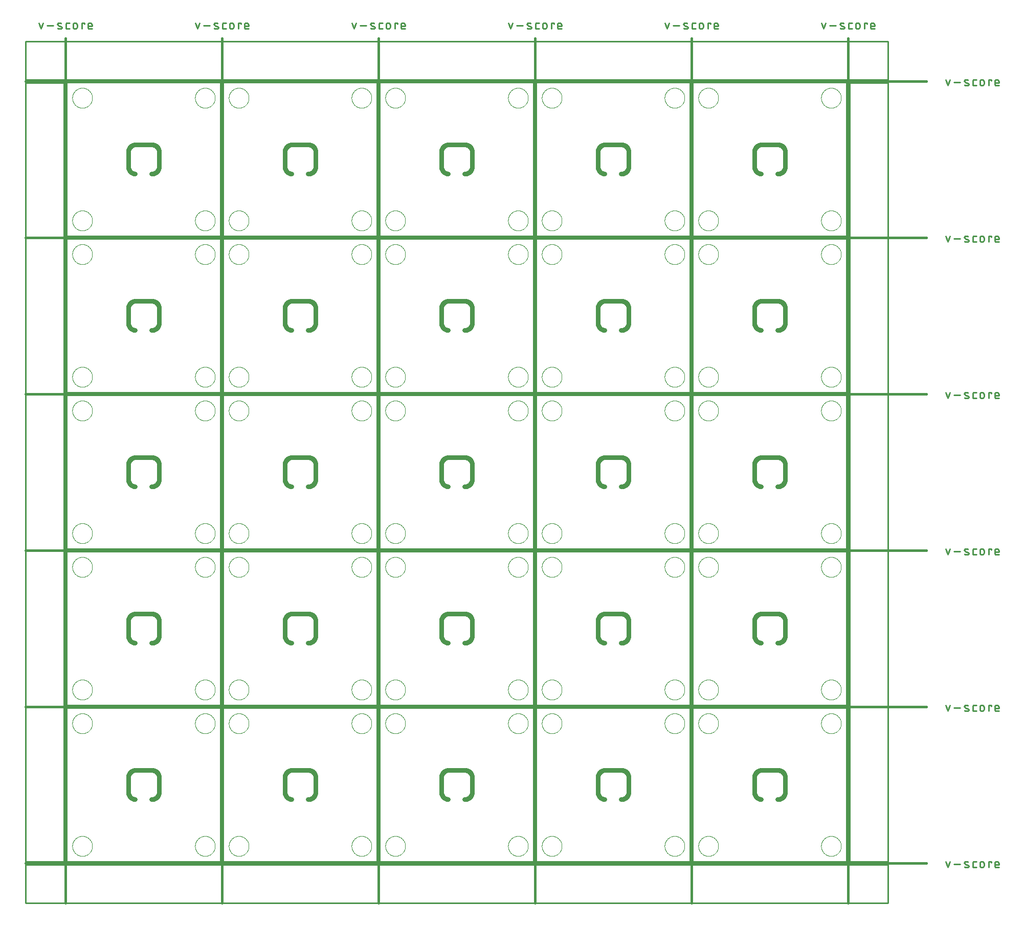
<source format=gko>
G04 EAGLE Gerber RS-274X export*
G75*
%MOMM*%
%FSLAX34Y34*%
%LPD*%
%IN*%
%IPPOS*%
%AMOC8*
5,1,8,0,0,1.08239X$1,22.5*%
G01*
%ADD10C,0.203200*%
%ADD11C,0.762000*%
%ADD12C,0.381000*%
%ADD13C,0.279400*%
%ADD14C,0.254000*%
%ADD15C,0.000000*%


D10*
X0Y0D02*
X0Y254000D01*
X254000Y254000D01*
X254000Y0D01*
X0Y0D01*
D11*
X152400Y114300D02*
X152400Y138430D01*
X140970Y151130D02*
X114300Y151130D01*
X101600Y139700D02*
X101600Y115570D01*
X101600Y139700D02*
X101613Y139988D01*
X101634Y140277D01*
X101661Y140564D01*
X101696Y140851D01*
X101737Y141137D01*
X101785Y141422D01*
X101841Y141706D01*
X101903Y141988D01*
X101972Y142269D01*
X102048Y142548D01*
X102130Y142825D01*
X102220Y143100D01*
X102316Y143372D01*
X102418Y143643D01*
X102527Y143910D01*
X102643Y144175D01*
X102765Y144437D01*
X102893Y144696D01*
X103028Y144952D01*
X103169Y145204D01*
X103316Y145453D01*
X103469Y145698D01*
X103628Y145939D01*
X103793Y146177D01*
X103963Y146410D01*
X104139Y146639D01*
X104321Y146864D01*
X104508Y147085D01*
X104700Y147300D01*
X104898Y147511D01*
X105101Y147717D01*
X105308Y147918D01*
X105521Y148114D01*
X105738Y148305D01*
X105960Y148490D01*
X106186Y148670D01*
X106416Y148845D01*
X106651Y149013D01*
X106890Y149176D01*
X107132Y149333D01*
X107379Y149484D01*
X107629Y149629D01*
X107882Y149768D01*
X108139Y149901D01*
X108399Y150027D01*
X108662Y150147D01*
X108928Y150261D01*
X109196Y150368D01*
X109467Y150469D01*
X109740Y150563D01*
X110016Y150650D01*
X110293Y150730D01*
X110573Y150804D01*
X110854Y150871D01*
X111137Y150931D01*
X111421Y150984D01*
X111706Y151030D01*
X111993Y151069D01*
X112280Y151101D01*
X112568Y151127D01*
X112856Y151145D01*
X113145Y151156D01*
X113434Y151160D01*
X113723Y151157D01*
X114012Y151147D01*
X114300Y151130D01*
X140970Y151130D02*
X141258Y151117D01*
X141547Y151096D01*
X141834Y151069D01*
X142121Y151034D01*
X142407Y150993D01*
X142692Y150945D01*
X142976Y150889D01*
X143258Y150827D01*
X143539Y150758D01*
X143818Y150682D01*
X144095Y150600D01*
X144370Y150510D01*
X144642Y150414D01*
X144913Y150312D01*
X145180Y150203D01*
X145445Y150087D01*
X145707Y149965D01*
X145966Y149837D01*
X146222Y149702D01*
X146474Y149561D01*
X146723Y149414D01*
X146968Y149261D01*
X147209Y149102D01*
X147447Y148937D01*
X147680Y148767D01*
X147909Y148591D01*
X148134Y148409D01*
X148355Y148222D01*
X148570Y148030D01*
X148781Y147832D01*
X148987Y147629D01*
X149188Y147422D01*
X149384Y147209D01*
X149575Y146992D01*
X149760Y146770D01*
X149940Y146544D01*
X150115Y146314D01*
X150283Y146079D01*
X150446Y145840D01*
X150603Y145598D01*
X150754Y145351D01*
X150899Y145101D01*
X151038Y144848D01*
X151171Y144591D01*
X151297Y144331D01*
X151417Y144068D01*
X151531Y143802D01*
X151638Y143534D01*
X151739Y143263D01*
X151833Y142990D01*
X151920Y142714D01*
X152000Y142437D01*
X152074Y142157D01*
X152141Y141876D01*
X152201Y141593D01*
X152254Y141309D01*
X152300Y141024D01*
X152339Y140737D01*
X152371Y140450D01*
X152397Y140162D01*
X152415Y139874D01*
X152426Y139585D01*
X152430Y139296D01*
X152427Y139007D01*
X152417Y138718D01*
X152400Y138430D01*
X152400Y114300D02*
X152387Y114012D01*
X152366Y113723D01*
X152339Y113436D01*
X152304Y113149D01*
X152263Y112863D01*
X152215Y112578D01*
X152159Y112294D01*
X152097Y112012D01*
X152028Y111731D01*
X151952Y111452D01*
X151870Y111175D01*
X151780Y110900D01*
X151684Y110628D01*
X151582Y110357D01*
X151473Y110090D01*
X151357Y109825D01*
X151235Y109563D01*
X151107Y109304D01*
X150972Y109048D01*
X150831Y108796D01*
X150684Y108547D01*
X150531Y108302D01*
X150372Y108061D01*
X150207Y107823D01*
X150037Y107590D01*
X149861Y107361D01*
X149679Y107136D01*
X149492Y106915D01*
X149300Y106700D01*
X149102Y106489D01*
X148899Y106283D01*
X148692Y106082D01*
X148479Y105886D01*
X148262Y105695D01*
X148040Y105510D01*
X147814Y105330D01*
X147584Y105155D01*
X147349Y104987D01*
X147110Y104824D01*
X146868Y104667D01*
X146621Y104516D01*
X146371Y104371D01*
X146118Y104232D01*
X145861Y104099D01*
X145601Y103973D01*
X145338Y103853D01*
X145072Y103739D01*
X144804Y103632D01*
X144533Y103531D01*
X144260Y103437D01*
X143984Y103350D01*
X143707Y103270D01*
X143427Y103196D01*
X143146Y103129D01*
X142863Y103069D01*
X142579Y103016D01*
X142294Y102970D01*
X142007Y102931D01*
X141720Y102899D01*
X141432Y102873D01*
X141144Y102855D01*
X140855Y102844D01*
X140566Y102840D01*
X140277Y102843D01*
X139988Y102853D01*
X139700Y102870D01*
X113030Y102870D02*
X112742Y102883D01*
X112453Y102904D01*
X112166Y102931D01*
X111879Y102966D01*
X111593Y103007D01*
X111308Y103055D01*
X111024Y103111D01*
X110742Y103173D01*
X110461Y103242D01*
X110182Y103318D01*
X109905Y103400D01*
X109630Y103490D01*
X109358Y103586D01*
X109087Y103688D01*
X108820Y103797D01*
X108555Y103913D01*
X108293Y104035D01*
X108034Y104163D01*
X107778Y104298D01*
X107526Y104439D01*
X107277Y104586D01*
X107032Y104739D01*
X106791Y104898D01*
X106553Y105063D01*
X106320Y105233D01*
X106091Y105409D01*
X105866Y105591D01*
X105645Y105778D01*
X105430Y105970D01*
X105219Y106168D01*
X105013Y106371D01*
X104812Y106578D01*
X104616Y106791D01*
X104425Y107008D01*
X104240Y107230D01*
X104060Y107456D01*
X103885Y107686D01*
X103717Y107921D01*
X103554Y108160D01*
X103397Y108402D01*
X103246Y108649D01*
X103101Y108899D01*
X102962Y109152D01*
X102829Y109409D01*
X102703Y109669D01*
X102583Y109932D01*
X102469Y110198D01*
X102362Y110466D01*
X102261Y110737D01*
X102167Y111010D01*
X102080Y111286D01*
X102000Y111563D01*
X101926Y111843D01*
X101859Y112124D01*
X101799Y112407D01*
X101746Y112691D01*
X101700Y112976D01*
X101661Y113263D01*
X101629Y113550D01*
X101603Y113838D01*
X101585Y114126D01*
X101574Y114415D01*
X101570Y114704D01*
X101573Y114993D01*
X101583Y115282D01*
X101600Y115570D01*
D10*
X259080Y0D02*
X259080Y254000D01*
X513080Y254000D01*
X513080Y0D01*
X259080Y0D01*
D11*
X411480Y114300D02*
X411480Y138430D01*
X400050Y151130D02*
X373380Y151130D01*
X360680Y139700D02*
X360680Y115570D01*
X360680Y139700D02*
X360693Y139988D01*
X360714Y140277D01*
X360741Y140564D01*
X360776Y140851D01*
X360817Y141137D01*
X360865Y141422D01*
X360921Y141706D01*
X360983Y141988D01*
X361052Y142269D01*
X361128Y142548D01*
X361210Y142825D01*
X361300Y143100D01*
X361396Y143372D01*
X361498Y143643D01*
X361607Y143910D01*
X361723Y144175D01*
X361845Y144437D01*
X361973Y144696D01*
X362108Y144952D01*
X362249Y145204D01*
X362396Y145453D01*
X362549Y145698D01*
X362708Y145939D01*
X362873Y146177D01*
X363043Y146410D01*
X363219Y146639D01*
X363401Y146864D01*
X363588Y147085D01*
X363780Y147300D01*
X363978Y147511D01*
X364181Y147717D01*
X364388Y147918D01*
X364601Y148114D01*
X364818Y148305D01*
X365040Y148490D01*
X365266Y148670D01*
X365496Y148845D01*
X365731Y149013D01*
X365970Y149176D01*
X366212Y149333D01*
X366459Y149484D01*
X366709Y149629D01*
X366962Y149768D01*
X367219Y149901D01*
X367479Y150027D01*
X367742Y150147D01*
X368008Y150261D01*
X368276Y150368D01*
X368547Y150469D01*
X368820Y150563D01*
X369096Y150650D01*
X369373Y150730D01*
X369653Y150804D01*
X369934Y150871D01*
X370217Y150931D01*
X370501Y150984D01*
X370786Y151030D01*
X371073Y151069D01*
X371360Y151101D01*
X371648Y151127D01*
X371936Y151145D01*
X372225Y151156D01*
X372514Y151160D01*
X372803Y151157D01*
X373092Y151147D01*
X373380Y151130D01*
X400050Y151130D02*
X400338Y151117D01*
X400627Y151096D01*
X400914Y151069D01*
X401201Y151034D01*
X401487Y150993D01*
X401772Y150945D01*
X402056Y150889D01*
X402338Y150827D01*
X402619Y150758D01*
X402898Y150682D01*
X403175Y150600D01*
X403450Y150510D01*
X403722Y150414D01*
X403993Y150312D01*
X404260Y150203D01*
X404525Y150087D01*
X404787Y149965D01*
X405046Y149837D01*
X405302Y149702D01*
X405554Y149561D01*
X405803Y149414D01*
X406048Y149261D01*
X406289Y149102D01*
X406527Y148937D01*
X406760Y148767D01*
X406989Y148591D01*
X407214Y148409D01*
X407435Y148222D01*
X407650Y148030D01*
X407861Y147832D01*
X408067Y147629D01*
X408268Y147422D01*
X408464Y147209D01*
X408655Y146992D01*
X408840Y146770D01*
X409020Y146544D01*
X409195Y146314D01*
X409363Y146079D01*
X409526Y145840D01*
X409683Y145598D01*
X409834Y145351D01*
X409979Y145101D01*
X410118Y144848D01*
X410251Y144591D01*
X410377Y144331D01*
X410497Y144068D01*
X410611Y143802D01*
X410718Y143534D01*
X410819Y143263D01*
X410913Y142990D01*
X411000Y142714D01*
X411080Y142437D01*
X411154Y142157D01*
X411221Y141876D01*
X411281Y141593D01*
X411334Y141309D01*
X411380Y141024D01*
X411419Y140737D01*
X411451Y140450D01*
X411477Y140162D01*
X411495Y139874D01*
X411506Y139585D01*
X411510Y139296D01*
X411507Y139007D01*
X411497Y138718D01*
X411480Y138430D01*
X411480Y114300D02*
X411467Y114012D01*
X411446Y113723D01*
X411419Y113436D01*
X411384Y113149D01*
X411343Y112863D01*
X411295Y112578D01*
X411239Y112294D01*
X411177Y112012D01*
X411108Y111731D01*
X411032Y111452D01*
X410950Y111175D01*
X410860Y110900D01*
X410764Y110628D01*
X410662Y110357D01*
X410553Y110090D01*
X410437Y109825D01*
X410315Y109563D01*
X410187Y109304D01*
X410052Y109048D01*
X409911Y108796D01*
X409764Y108547D01*
X409611Y108302D01*
X409452Y108061D01*
X409287Y107823D01*
X409117Y107590D01*
X408941Y107361D01*
X408759Y107136D01*
X408572Y106915D01*
X408380Y106700D01*
X408182Y106489D01*
X407979Y106283D01*
X407772Y106082D01*
X407559Y105886D01*
X407342Y105695D01*
X407120Y105510D01*
X406894Y105330D01*
X406664Y105155D01*
X406429Y104987D01*
X406190Y104824D01*
X405948Y104667D01*
X405701Y104516D01*
X405451Y104371D01*
X405198Y104232D01*
X404941Y104099D01*
X404681Y103973D01*
X404418Y103853D01*
X404152Y103739D01*
X403884Y103632D01*
X403613Y103531D01*
X403340Y103437D01*
X403064Y103350D01*
X402787Y103270D01*
X402507Y103196D01*
X402226Y103129D01*
X401943Y103069D01*
X401659Y103016D01*
X401374Y102970D01*
X401087Y102931D01*
X400800Y102899D01*
X400512Y102873D01*
X400224Y102855D01*
X399935Y102844D01*
X399646Y102840D01*
X399357Y102843D01*
X399068Y102853D01*
X398780Y102870D01*
X372110Y102870D02*
X371822Y102883D01*
X371533Y102904D01*
X371246Y102931D01*
X370959Y102966D01*
X370673Y103007D01*
X370388Y103055D01*
X370104Y103111D01*
X369822Y103173D01*
X369541Y103242D01*
X369262Y103318D01*
X368985Y103400D01*
X368710Y103490D01*
X368438Y103586D01*
X368167Y103688D01*
X367900Y103797D01*
X367635Y103913D01*
X367373Y104035D01*
X367114Y104163D01*
X366858Y104298D01*
X366606Y104439D01*
X366357Y104586D01*
X366112Y104739D01*
X365871Y104898D01*
X365633Y105063D01*
X365400Y105233D01*
X365171Y105409D01*
X364946Y105591D01*
X364725Y105778D01*
X364510Y105970D01*
X364299Y106168D01*
X364093Y106371D01*
X363892Y106578D01*
X363696Y106791D01*
X363505Y107008D01*
X363320Y107230D01*
X363140Y107456D01*
X362965Y107686D01*
X362797Y107921D01*
X362634Y108160D01*
X362477Y108402D01*
X362326Y108649D01*
X362181Y108899D01*
X362042Y109152D01*
X361909Y109409D01*
X361783Y109669D01*
X361663Y109932D01*
X361549Y110198D01*
X361442Y110466D01*
X361341Y110737D01*
X361247Y111010D01*
X361160Y111286D01*
X361080Y111563D01*
X361006Y111843D01*
X360939Y112124D01*
X360879Y112407D01*
X360826Y112691D01*
X360780Y112976D01*
X360741Y113263D01*
X360709Y113550D01*
X360683Y113838D01*
X360665Y114126D01*
X360654Y114415D01*
X360650Y114704D01*
X360653Y114993D01*
X360663Y115282D01*
X360680Y115570D01*
D10*
X518160Y0D02*
X518160Y254000D01*
X772160Y254000D01*
X772160Y0D01*
X518160Y0D01*
D11*
X670560Y114300D02*
X670560Y138430D01*
X659130Y151130D02*
X632460Y151130D01*
X619760Y139700D02*
X619760Y115570D01*
X619760Y139700D02*
X619773Y139988D01*
X619794Y140277D01*
X619821Y140564D01*
X619856Y140851D01*
X619897Y141137D01*
X619945Y141422D01*
X620001Y141706D01*
X620063Y141988D01*
X620132Y142269D01*
X620208Y142548D01*
X620290Y142825D01*
X620380Y143100D01*
X620476Y143372D01*
X620578Y143643D01*
X620687Y143910D01*
X620803Y144175D01*
X620925Y144437D01*
X621053Y144696D01*
X621188Y144952D01*
X621329Y145204D01*
X621476Y145453D01*
X621629Y145698D01*
X621788Y145939D01*
X621953Y146177D01*
X622123Y146410D01*
X622299Y146639D01*
X622481Y146864D01*
X622668Y147085D01*
X622860Y147300D01*
X623058Y147511D01*
X623261Y147717D01*
X623468Y147918D01*
X623681Y148114D01*
X623898Y148305D01*
X624120Y148490D01*
X624346Y148670D01*
X624576Y148845D01*
X624811Y149013D01*
X625050Y149176D01*
X625292Y149333D01*
X625539Y149484D01*
X625789Y149629D01*
X626042Y149768D01*
X626299Y149901D01*
X626559Y150027D01*
X626822Y150147D01*
X627088Y150261D01*
X627356Y150368D01*
X627627Y150469D01*
X627900Y150563D01*
X628176Y150650D01*
X628453Y150730D01*
X628733Y150804D01*
X629014Y150871D01*
X629297Y150931D01*
X629581Y150984D01*
X629866Y151030D01*
X630153Y151069D01*
X630440Y151101D01*
X630728Y151127D01*
X631016Y151145D01*
X631305Y151156D01*
X631594Y151160D01*
X631883Y151157D01*
X632172Y151147D01*
X632460Y151130D01*
X659130Y151130D02*
X659418Y151117D01*
X659707Y151096D01*
X659994Y151069D01*
X660281Y151034D01*
X660567Y150993D01*
X660852Y150945D01*
X661136Y150889D01*
X661418Y150827D01*
X661699Y150758D01*
X661978Y150682D01*
X662255Y150600D01*
X662530Y150510D01*
X662802Y150414D01*
X663073Y150312D01*
X663340Y150203D01*
X663605Y150087D01*
X663867Y149965D01*
X664126Y149837D01*
X664382Y149702D01*
X664634Y149561D01*
X664883Y149414D01*
X665128Y149261D01*
X665369Y149102D01*
X665607Y148937D01*
X665840Y148767D01*
X666069Y148591D01*
X666294Y148409D01*
X666515Y148222D01*
X666730Y148030D01*
X666941Y147832D01*
X667147Y147629D01*
X667348Y147422D01*
X667544Y147209D01*
X667735Y146992D01*
X667920Y146770D01*
X668100Y146544D01*
X668275Y146314D01*
X668443Y146079D01*
X668606Y145840D01*
X668763Y145598D01*
X668914Y145351D01*
X669059Y145101D01*
X669198Y144848D01*
X669331Y144591D01*
X669457Y144331D01*
X669577Y144068D01*
X669691Y143802D01*
X669798Y143534D01*
X669899Y143263D01*
X669993Y142990D01*
X670080Y142714D01*
X670160Y142437D01*
X670234Y142157D01*
X670301Y141876D01*
X670361Y141593D01*
X670414Y141309D01*
X670460Y141024D01*
X670499Y140737D01*
X670531Y140450D01*
X670557Y140162D01*
X670575Y139874D01*
X670586Y139585D01*
X670590Y139296D01*
X670587Y139007D01*
X670577Y138718D01*
X670560Y138430D01*
X670560Y114300D02*
X670547Y114012D01*
X670526Y113723D01*
X670499Y113436D01*
X670464Y113149D01*
X670423Y112863D01*
X670375Y112578D01*
X670319Y112294D01*
X670257Y112012D01*
X670188Y111731D01*
X670112Y111452D01*
X670030Y111175D01*
X669940Y110900D01*
X669844Y110628D01*
X669742Y110357D01*
X669633Y110090D01*
X669517Y109825D01*
X669395Y109563D01*
X669267Y109304D01*
X669132Y109048D01*
X668991Y108796D01*
X668844Y108547D01*
X668691Y108302D01*
X668532Y108061D01*
X668367Y107823D01*
X668197Y107590D01*
X668021Y107361D01*
X667839Y107136D01*
X667652Y106915D01*
X667460Y106700D01*
X667262Y106489D01*
X667059Y106283D01*
X666852Y106082D01*
X666639Y105886D01*
X666422Y105695D01*
X666200Y105510D01*
X665974Y105330D01*
X665744Y105155D01*
X665509Y104987D01*
X665270Y104824D01*
X665028Y104667D01*
X664781Y104516D01*
X664531Y104371D01*
X664278Y104232D01*
X664021Y104099D01*
X663761Y103973D01*
X663498Y103853D01*
X663232Y103739D01*
X662964Y103632D01*
X662693Y103531D01*
X662420Y103437D01*
X662144Y103350D01*
X661867Y103270D01*
X661587Y103196D01*
X661306Y103129D01*
X661023Y103069D01*
X660739Y103016D01*
X660454Y102970D01*
X660167Y102931D01*
X659880Y102899D01*
X659592Y102873D01*
X659304Y102855D01*
X659015Y102844D01*
X658726Y102840D01*
X658437Y102843D01*
X658148Y102853D01*
X657860Y102870D01*
X631190Y102870D02*
X630902Y102883D01*
X630613Y102904D01*
X630326Y102931D01*
X630039Y102966D01*
X629753Y103007D01*
X629468Y103055D01*
X629184Y103111D01*
X628902Y103173D01*
X628621Y103242D01*
X628342Y103318D01*
X628065Y103400D01*
X627790Y103490D01*
X627518Y103586D01*
X627247Y103688D01*
X626980Y103797D01*
X626715Y103913D01*
X626453Y104035D01*
X626194Y104163D01*
X625938Y104298D01*
X625686Y104439D01*
X625437Y104586D01*
X625192Y104739D01*
X624951Y104898D01*
X624713Y105063D01*
X624480Y105233D01*
X624251Y105409D01*
X624026Y105591D01*
X623805Y105778D01*
X623590Y105970D01*
X623379Y106168D01*
X623173Y106371D01*
X622972Y106578D01*
X622776Y106791D01*
X622585Y107008D01*
X622400Y107230D01*
X622220Y107456D01*
X622045Y107686D01*
X621877Y107921D01*
X621714Y108160D01*
X621557Y108402D01*
X621406Y108649D01*
X621261Y108899D01*
X621122Y109152D01*
X620989Y109409D01*
X620863Y109669D01*
X620743Y109932D01*
X620629Y110198D01*
X620522Y110466D01*
X620421Y110737D01*
X620327Y111010D01*
X620240Y111286D01*
X620160Y111563D01*
X620086Y111843D01*
X620019Y112124D01*
X619959Y112407D01*
X619906Y112691D01*
X619860Y112976D01*
X619821Y113263D01*
X619789Y113550D01*
X619763Y113838D01*
X619745Y114126D01*
X619734Y114415D01*
X619730Y114704D01*
X619733Y114993D01*
X619743Y115282D01*
X619760Y115570D01*
D10*
X777240Y0D02*
X777240Y254000D01*
X1031240Y254000D01*
X1031240Y0D01*
X777240Y0D01*
D11*
X929640Y114300D02*
X929640Y138430D01*
X918210Y151130D02*
X891540Y151130D01*
X878840Y139700D02*
X878840Y115570D01*
X878840Y139700D02*
X878853Y139988D01*
X878874Y140277D01*
X878901Y140564D01*
X878936Y140851D01*
X878977Y141137D01*
X879025Y141422D01*
X879081Y141706D01*
X879143Y141988D01*
X879212Y142269D01*
X879288Y142548D01*
X879370Y142825D01*
X879460Y143100D01*
X879556Y143372D01*
X879658Y143643D01*
X879767Y143910D01*
X879883Y144175D01*
X880005Y144437D01*
X880133Y144696D01*
X880268Y144952D01*
X880409Y145204D01*
X880556Y145453D01*
X880709Y145698D01*
X880868Y145939D01*
X881033Y146177D01*
X881203Y146410D01*
X881379Y146639D01*
X881561Y146864D01*
X881748Y147085D01*
X881940Y147300D01*
X882138Y147511D01*
X882341Y147717D01*
X882548Y147918D01*
X882761Y148114D01*
X882978Y148305D01*
X883200Y148490D01*
X883426Y148670D01*
X883656Y148845D01*
X883891Y149013D01*
X884130Y149176D01*
X884372Y149333D01*
X884619Y149484D01*
X884869Y149629D01*
X885122Y149768D01*
X885379Y149901D01*
X885639Y150027D01*
X885902Y150147D01*
X886168Y150261D01*
X886436Y150368D01*
X886707Y150469D01*
X886980Y150563D01*
X887256Y150650D01*
X887533Y150730D01*
X887813Y150804D01*
X888094Y150871D01*
X888377Y150931D01*
X888661Y150984D01*
X888946Y151030D01*
X889233Y151069D01*
X889520Y151101D01*
X889808Y151127D01*
X890096Y151145D01*
X890385Y151156D01*
X890674Y151160D01*
X890963Y151157D01*
X891252Y151147D01*
X891540Y151130D01*
X918210Y151130D02*
X918498Y151117D01*
X918787Y151096D01*
X919074Y151069D01*
X919361Y151034D01*
X919647Y150993D01*
X919932Y150945D01*
X920216Y150889D01*
X920498Y150827D01*
X920779Y150758D01*
X921058Y150682D01*
X921335Y150600D01*
X921610Y150510D01*
X921882Y150414D01*
X922153Y150312D01*
X922420Y150203D01*
X922685Y150087D01*
X922947Y149965D01*
X923206Y149837D01*
X923462Y149702D01*
X923714Y149561D01*
X923963Y149414D01*
X924208Y149261D01*
X924449Y149102D01*
X924687Y148937D01*
X924920Y148767D01*
X925149Y148591D01*
X925374Y148409D01*
X925595Y148222D01*
X925810Y148030D01*
X926021Y147832D01*
X926227Y147629D01*
X926428Y147422D01*
X926624Y147209D01*
X926815Y146992D01*
X927000Y146770D01*
X927180Y146544D01*
X927355Y146314D01*
X927523Y146079D01*
X927686Y145840D01*
X927843Y145598D01*
X927994Y145351D01*
X928139Y145101D01*
X928278Y144848D01*
X928411Y144591D01*
X928537Y144331D01*
X928657Y144068D01*
X928771Y143802D01*
X928878Y143534D01*
X928979Y143263D01*
X929073Y142990D01*
X929160Y142714D01*
X929240Y142437D01*
X929314Y142157D01*
X929381Y141876D01*
X929441Y141593D01*
X929494Y141309D01*
X929540Y141024D01*
X929579Y140737D01*
X929611Y140450D01*
X929637Y140162D01*
X929655Y139874D01*
X929666Y139585D01*
X929670Y139296D01*
X929667Y139007D01*
X929657Y138718D01*
X929640Y138430D01*
X929640Y114300D02*
X929627Y114012D01*
X929606Y113723D01*
X929579Y113436D01*
X929544Y113149D01*
X929503Y112863D01*
X929455Y112578D01*
X929399Y112294D01*
X929337Y112012D01*
X929268Y111731D01*
X929192Y111452D01*
X929110Y111175D01*
X929020Y110900D01*
X928924Y110628D01*
X928822Y110357D01*
X928713Y110090D01*
X928597Y109825D01*
X928475Y109563D01*
X928347Y109304D01*
X928212Y109048D01*
X928071Y108796D01*
X927924Y108547D01*
X927771Y108302D01*
X927612Y108061D01*
X927447Y107823D01*
X927277Y107590D01*
X927101Y107361D01*
X926919Y107136D01*
X926732Y106915D01*
X926540Y106700D01*
X926342Y106489D01*
X926139Y106283D01*
X925932Y106082D01*
X925719Y105886D01*
X925502Y105695D01*
X925280Y105510D01*
X925054Y105330D01*
X924824Y105155D01*
X924589Y104987D01*
X924350Y104824D01*
X924108Y104667D01*
X923861Y104516D01*
X923611Y104371D01*
X923358Y104232D01*
X923101Y104099D01*
X922841Y103973D01*
X922578Y103853D01*
X922312Y103739D01*
X922044Y103632D01*
X921773Y103531D01*
X921500Y103437D01*
X921224Y103350D01*
X920947Y103270D01*
X920667Y103196D01*
X920386Y103129D01*
X920103Y103069D01*
X919819Y103016D01*
X919534Y102970D01*
X919247Y102931D01*
X918960Y102899D01*
X918672Y102873D01*
X918384Y102855D01*
X918095Y102844D01*
X917806Y102840D01*
X917517Y102843D01*
X917228Y102853D01*
X916940Y102870D01*
X890270Y102870D02*
X889982Y102883D01*
X889693Y102904D01*
X889406Y102931D01*
X889119Y102966D01*
X888833Y103007D01*
X888548Y103055D01*
X888264Y103111D01*
X887982Y103173D01*
X887701Y103242D01*
X887422Y103318D01*
X887145Y103400D01*
X886870Y103490D01*
X886598Y103586D01*
X886327Y103688D01*
X886060Y103797D01*
X885795Y103913D01*
X885533Y104035D01*
X885274Y104163D01*
X885018Y104298D01*
X884766Y104439D01*
X884517Y104586D01*
X884272Y104739D01*
X884031Y104898D01*
X883793Y105063D01*
X883560Y105233D01*
X883331Y105409D01*
X883106Y105591D01*
X882885Y105778D01*
X882670Y105970D01*
X882459Y106168D01*
X882253Y106371D01*
X882052Y106578D01*
X881856Y106791D01*
X881665Y107008D01*
X881480Y107230D01*
X881300Y107456D01*
X881125Y107686D01*
X880957Y107921D01*
X880794Y108160D01*
X880637Y108402D01*
X880486Y108649D01*
X880341Y108899D01*
X880202Y109152D01*
X880069Y109409D01*
X879943Y109669D01*
X879823Y109932D01*
X879709Y110198D01*
X879602Y110466D01*
X879501Y110737D01*
X879407Y111010D01*
X879320Y111286D01*
X879240Y111563D01*
X879166Y111843D01*
X879099Y112124D01*
X879039Y112407D01*
X878986Y112691D01*
X878940Y112976D01*
X878901Y113263D01*
X878869Y113550D01*
X878843Y113838D01*
X878825Y114126D01*
X878814Y114415D01*
X878810Y114704D01*
X878813Y114993D01*
X878823Y115282D01*
X878840Y115570D01*
D10*
X1036320Y0D02*
X1036320Y254000D01*
X1290320Y254000D01*
X1290320Y0D01*
X1036320Y0D01*
D11*
X1188720Y114300D02*
X1188720Y138430D01*
X1177290Y151130D02*
X1150620Y151130D01*
X1137920Y139700D02*
X1137920Y115570D01*
X1137920Y139700D02*
X1137933Y139988D01*
X1137954Y140277D01*
X1137981Y140564D01*
X1138016Y140851D01*
X1138057Y141137D01*
X1138105Y141422D01*
X1138161Y141706D01*
X1138223Y141988D01*
X1138292Y142269D01*
X1138368Y142548D01*
X1138450Y142825D01*
X1138540Y143100D01*
X1138636Y143372D01*
X1138738Y143643D01*
X1138847Y143910D01*
X1138963Y144175D01*
X1139085Y144437D01*
X1139213Y144696D01*
X1139348Y144952D01*
X1139489Y145204D01*
X1139636Y145453D01*
X1139789Y145698D01*
X1139948Y145939D01*
X1140113Y146177D01*
X1140283Y146410D01*
X1140459Y146639D01*
X1140641Y146864D01*
X1140828Y147085D01*
X1141020Y147300D01*
X1141218Y147511D01*
X1141421Y147717D01*
X1141628Y147918D01*
X1141841Y148114D01*
X1142058Y148305D01*
X1142280Y148490D01*
X1142506Y148670D01*
X1142736Y148845D01*
X1142971Y149013D01*
X1143210Y149176D01*
X1143452Y149333D01*
X1143699Y149484D01*
X1143949Y149629D01*
X1144202Y149768D01*
X1144459Y149901D01*
X1144719Y150027D01*
X1144982Y150147D01*
X1145248Y150261D01*
X1145516Y150368D01*
X1145787Y150469D01*
X1146060Y150563D01*
X1146336Y150650D01*
X1146613Y150730D01*
X1146893Y150804D01*
X1147174Y150871D01*
X1147457Y150931D01*
X1147741Y150984D01*
X1148026Y151030D01*
X1148313Y151069D01*
X1148600Y151101D01*
X1148888Y151127D01*
X1149176Y151145D01*
X1149465Y151156D01*
X1149754Y151160D01*
X1150043Y151157D01*
X1150332Y151147D01*
X1150620Y151130D01*
X1177290Y151130D02*
X1177578Y151117D01*
X1177867Y151096D01*
X1178154Y151069D01*
X1178441Y151034D01*
X1178727Y150993D01*
X1179012Y150945D01*
X1179296Y150889D01*
X1179578Y150827D01*
X1179859Y150758D01*
X1180138Y150682D01*
X1180415Y150600D01*
X1180690Y150510D01*
X1180962Y150414D01*
X1181233Y150312D01*
X1181500Y150203D01*
X1181765Y150087D01*
X1182027Y149965D01*
X1182286Y149837D01*
X1182542Y149702D01*
X1182794Y149561D01*
X1183043Y149414D01*
X1183288Y149261D01*
X1183529Y149102D01*
X1183767Y148937D01*
X1184000Y148767D01*
X1184229Y148591D01*
X1184454Y148409D01*
X1184675Y148222D01*
X1184890Y148030D01*
X1185101Y147832D01*
X1185307Y147629D01*
X1185508Y147422D01*
X1185704Y147209D01*
X1185895Y146992D01*
X1186080Y146770D01*
X1186260Y146544D01*
X1186435Y146314D01*
X1186603Y146079D01*
X1186766Y145840D01*
X1186923Y145598D01*
X1187074Y145351D01*
X1187219Y145101D01*
X1187358Y144848D01*
X1187491Y144591D01*
X1187617Y144331D01*
X1187737Y144068D01*
X1187851Y143802D01*
X1187958Y143534D01*
X1188059Y143263D01*
X1188153Y142990D01*
X1188240Y142714D01*
X1188320Y142437D01*
X1188394Y142157D01*
X1188461Y141876D01*
X1188521Y141593D01*
X1188574Y141309D01*
X1188620Y141024D01*
X1188659Y140737D01*
X1188691Y140450D01*
X1188717Y140162D01*
X1188735Y139874D01*
X1188746Y139585D01*
X1188750Y139296D01*
X1188747Y139007D01*
X1188737Y138718D01*
X1188720Y138430D01*
X1188720Y114300D02*
X1188707Y114012D01*
X1188686Y113723D01*
X1188659Y113436D01*
X1188624Y113149D01*
X1188583Y112863D01*
X1188535Y112578D01*
X1188479Y112294D01*
X1188417Y112012D01*
X1188348Y111731D01*
X1188272Y111452D01*
X1188190Y111175D01*
X1188100Y110900D01*
X1188004Y110628D01*
X1187902Y110357D01*
X1187793Y110090D01*
X1187677Y109825D01*
X1187555Y109563D01*
X1187427Y109304D01*
X1187292Y109048D01*
X1187151Y108796D01*
X1187004Y108547D01*
X1186851Y108302D01*
X1186692Y108061D01*
X1186527Y107823D01*
X1186357Y107590D01*
X1186181Y107361D01*
X1185999Y107136D01*
X1185812Y106915D01*
X1185620Y106700D01*
X1185422Y106489D01*
X1185219Y106283D01*
X1185012Y106082D01*
X1184799Y105886D01*
X1184582Y105695D01*
X1184360Y105510D01*
X1184134Y105330D01*
X1183904Y105155D01*
X1183669Y104987D01*
X1183430Y104824D01*
X1183188Y104667D01*
X1182941Y104516D01*
X1182691Y104371D01*
X1182438Y104232D01*
X1182181Y104099D01*
X1181921Y103973D01*
X1181658Y103853D01*
X1181392Y103739D01*
X1181124Y103632D01*
X1180853Y103531D01*
X1180580Y103437D01*
X1180304Y103350D01*
X1180027Y103270D01*
X1179747Y103196D01*
X1179466Y103129D01*
X1179183Y103069D01*
X1178899Y103016D01*
X1178614Y102970D01*
X1178327Y102931D01*
X1178040Y102899D01*
X1177752Y102873D01*
X1177464Y102855D01*
X1177175Y102844D01*
X1176886Y102840D01*
X1176597Y102843D01*
X1176308Y102853D01*
X1176020Y102870D01*
X1149350Y102870D02*
X1149062Y102883D01*
X1148773Y102904D01*
X1148486Y102931D01*
X1148199Y102966D01*
X1147913Y103007D01*
X1147628Y103055D01*
X1147344Y103111D01*
X1147062Y103173D01*
X1146781Y103242D01*
X1146502Y103318D01*
X1146225Y103400D01*
X1145950Y103490D01*
X1145678Y103586D01*
X1145407Y103688D01*
X1145140Y103797D01*
X1144875Y103913D01*
X1144613Y104035D01*
X1144354Y104163D01*
X1144098Y104298D01*
X1143846Y104439D01*
X1143597Y104586D01*
X1143352Y104739D01*
X1143111Y104898D01*
X1142873Y105063D01*
X1142640Y105233D01*
X1142411Y105409D01*
X1142186Y105591D01*
X1141965Y105778D01*
X1141750Y105970D01*
X1141539Y106168D01*
X1141333Y106371D01*
X1141132Y106578D01*
X1140936Y106791D01*
X1140745Y107008D01*
X1140560Y107230D01*
X1140380Y107456D01*
X1140205Y107686D01*
X1140037Y107921D01*
X1139874Y108160D01*
X1139717Y108402D01*
X1139566Y108649D01*
X1139421Y108899D01*
X1139282Y109152D01*
X1139149Y109409D01*
X1139023Y109669D01*
X1138903Y109932D01*
X1138789Y110198D01*
X1138682Y110466D01*
X1138581Y110737D01*
X1138487Y111010D01*
X1138400Y111286D01*
X1138320Y111563D01*
X1138246Y111843D01*
X1138179Y112124D01*
X1138119Y112407D01*
X1138066Y112691D01*
X1138020Y112976D01*
X1137981Y113263D01*
X1137949Y113550D01*
X1137923Y113838D01*
X1137905Y114126D01*
X1137894Y114415D01*
X1137890Y114704D01*
X1137893Y114993D01*
X1137903Y115282D01*
X1137920Y115570D01*
D10*
X0Y259080D02*
X0Y513080D01*
X254000Y513080D01*
X254000Y259080D01*
X0Y259080D01*
D11*
X152400Y373380D02*
X152400Y397510D01*
X140970Y410210D02*
X114300Y410210D01*
X101600Y398780D02*
X101600Y374650D01*
X101600Y398780D02*
X101613Y399068D01*
X101634Y399357D01*
X101661Y399644D01*
X101696Y399931D01*
X101737Y400217D01*
X101785Y400502D01*
X101841Y400786D01*
X101903Y401068D01*
X101972Y401349D01*
X102048Y401628D01*
X102130Y401905D01*
X102220Y402180D01*
X102316Y402452D01*
X102418Y402723D01*
X102527Y402990D01*
X102643Y403255D01*
X102765Y403517D01*
X102893Y403776D01*
X103028Y404032D01*
X103169Y404284D01*
X103316Y404533D01*
X103469Y404778D01*
X103628Y405019D01*
X103793Y405257D01*
X103963Y405490D01*
X104139Y405719D01*
X104321Y405944D01*
X104508Y406165D01*
X104700Y406380D01*
X104898Y406591D01*
X105101Y406797D01*
X105308Y406998D01*
X105521Y407194D01*
X105738Y407385D01*
X105960Y407570D01*
X106186Y407750D01*
X106416Y407925D01*
X106651Y408093D01*
X106890Y408256D01*
X107132Y408413D01*
X107379Y408564D01*
X107629Y408709D01*
X107882Y408848D01*
X108139Y408981D01*
X108399Y409107D01*
X108662Y409227D01*
X108928Y409341D01*
X109196Y409448D01*
X109467Y409549D01*
X109740Y409643D01*
X110016Y409730D01*
X110293Y409810D01*
X110573Y409884D01*
X110854Y409951D01*
X111137Y410011D01*
X111421Y410064D01*
X111706Y410110D01*
X111993Y410149D01*
X112280Y410181D01*
X112568Y410207D01*
X112856Y410225D01*
X113145Y410236D01*
X113434Y410240D01*
X113723Y410237D01*
X114012Y410227D01*
X114300Y410210D01*
X140970Y410210D02*
X141258Y410197D01*
X141547Y410176D01*
X141834Y410149D01*
X142121Y410114D01*
X142407Y410073D01*
X142692Y410025D01*
X142976Y409969D01*
X143258Y409907D01*
X143539Y409838D01*
X143818Y409762D01*
X144095Y409680D01*
X144370Y409590D01*
X144642Y409494D01*
X144913Y409392D01*
X145180Y409283D01*
X145445Y409167D01*
X145707Y409045D01*
X145966Y408917D01*
X146222Y408782D01*
X146474Y408641D01*
X146723Y408494D01*
X146968Y408341D01*
X147209Y408182D01*
X147447Y408017D01*
X147680Y407847D01*
X147909Y407671D01*
X148134Y407489D01*
X148355Y407302D01*
X148570Y407110D01*
X148781Y406912D01*
X148987Y406709D01*
X149188Y406502D01*
X149384Y406289D01*
X149575Y406072D01*
X149760Y405850D01*
X149940Y405624D01*
X150115Y405394D01*
X150283Y405159D01*
X150446Y404920D01*
X150603Y404678D01*
X150754Y404431D01*
X150899Y404181D01*
X151038Y403928D01*
X151171Y403671D01*
X151297Y403411D01*
X151417Y403148D01*
X151531Y402882D01*
X151638Y402614D01*
X151739Y402343D01*
X151833Y402070D01*
X151920Y401794D01*
X152000Y401517D01*
X152074Y401237D01*
X152141Y400956D01*
X152201Y400673D01*
X152254Y400389D01*
X152300Y400104D01*
X152339Y399817D01*
X152371Y399530D01*
X152397Y399242D01*
X152415Y398954D01*
X152426Y398665D01*
X152430Y398376D01*
X152427Y398087D01*
X152417Y397798D01*
X152400Y397510D01*
X152400Y373380D02*
X152387Y373092D01*
X152366Y372803D01*
X152339Y372516D01*
X152304Y372229D01*
X152263Y371943D01*
X152215Y371658D01*
X152159Y371374D01*
X152097Y371092D01*
X152028Y370811D01*
X151952Y370532D01*
X151870Y370255D01*
X151780Y369980D01*
X151684Y369708D01*
X151582Y369437D01*
X151473Y369170D01*
X151357Y368905D01*
X151235Y368643D01*
X151107Y368384D01*
X150972Y368128D01*
X150831Y367876D01*
X150684Y367627D01*
X150531Y367382D01*
X150372Y367141D01*
X150207Y366903D01*
X150037Y366670D01*
X149861Y366441D01*
X149679Y366216D01*
X149492Y365995D01*
X149300Y365780D01*
X149102Y365569D01*
X148899Y365363D01*
X148692Y365162D01*
X148479Y364966D01*
X148262Y364775D01*
X148040Y364590D01*
X147814Y364410D01*
X147584Y364235D01*
X147349Y364067D01*
X147110Y363904D01*
X146868Y363747D01*
X146621Y363596D01*
X146371Y363451D01*
X146118Y363312D01*
X145861Y363179D01*
X145601Y363053D01*
X145338Y362933D01*
X145072Y362819D01*
X144804Y362712D01*
X144533Y362611D01*
X144260Y362517D01*
X143984Y362430D01*
X143707Y362350D01*
X143427Y362276D01*
X143146Y362209D01*
X142863Y362149D01*
X142579Y362096D01*
X142294Y362050D01*
X142007Y362011D01*
X141720Y361979D01*
X141432Y361953D01*
X141144Y361935D01*
X140855Y361924D01*
X140566Y361920D01*
X140277Y361923D01*
X139988Y361933D01*
X139700Y361950D01*
X113030Y361950D02*
X112742Y361963D01*
X112453Y361984D01*
X112166Y362011D01*
X111879Y362046D01*
X111593Y362087D01*
X111308Y362135D01*
X111024Y362191D01*
X110742Y362253D01*
X110461Y362322D01*
X110182Y362398D01*
X109905Y362480D01*
X109630Y362570D01*
X109358Y362666D01*
X109087Y362768D01*
X108820Y362877D01*
X108555Y362993D01*
X108293Y363115D01*
X108034Y363243D01*
X107778Y363378D01*
X107526Y363519D01*
X107277Y363666D01*
X107032Y363819D01*
X106791Y363978D01*
X106553Y364143D01*
X106320Y364313D01*
X106091Y364489D01*
X105866Y364671D01*
X105645Y364858D01*
X105430Y365050D01*
X105219Y365248D01*
X105013Y365451D01*
X104812Y365658D01*
X104616Y365871D01*
X104425Y366088D01*
X104240Y366310D01*
X104060Y366536D01*
X103885Y366766D01*
X103717Y367001D01*
X103554Y367240D01*
X103397Y367482D01*
X103246Y367729D01*
X103101Y367979D01*
X102962Y368232D01*
X102829Y368489D01*
X102703Y368749D01*
X102583Y369012D01*
X102469Y369278D01*
X102362Y369546D01*
X102261Y369817D01*
X102167Y370090D01*
X102080Y370366D01*
X102000Y370643D01*
X101926Y370923D01*
X101859Y371204D01*
X101799Y371487D01*
X101746Y371771D01*
X101700Y372056D01*
X101661Y372343D01*
X101629Y372630D01*
X101603Y372918D01*
X101585Y373206D01*
X101574Y373495D01*
X101570Y373784D01*
X101573Y374073D01*
X101583Y374362D01*
X101600Y374650D01*
D10*
X259080Y259080D02*
X259080Y513080D01*
X513080Y513080D01*
X513080Y259080D01*
X259080Y259080D01*
D11*
X411480Y373380D02*
X411480Y397510D01*
X400050Y410210D02*
X373380Y410210D01*
X360680Y398780D02*
X360680Y374650D01*
X360680Y398780D02*
X360693Y399068D01*
X360714Y399357D01*
X360741Y399644D01*
X360776Y399931D01*
X360817Y400217D01*
X360865Y400502D01*
X360921Y400786D01*
X360983Y401068D01*
X361052Y401349D01*
X361128Y401628D01*
X361210Y401905D01*
X361300Y402180D01*
X361396Y402452D01*
X361498Y402723D01*
X361607Y402990D01*
X361723Y403255D01*
X361845Y403517D01*
X361973Y403776D01*
X362108Y404032D01*
X362249Y404284D01*
X362396Y404533D01*
X362549Y404778D01*
X362708Y405019D01*
X362873Y405257D01*
X363043Y405490D01*
X363219Y405719D01*
X363401Y405944D01*
X363588Y406165D01*
X363780Y406380D01*
X363978Y406591D01*
X364181Y406797D01*
X364388Y406998D01*
X364601Y407194D01*
X364818Y407385D01*
X365040Y407570D01*
X365266Y407750D01*
X365496Y407925D01*
X365731Y408093D01*
X365970Y408256D01*
X366212Y408413D01*
X366459Y408564D01*
X366709Y408709D01*
X366962Y408848D01*
X367219Y408981D01*
X367479Y409107D01*
X367742Y409227D01*
X368008Y409341D01*
X368276Y409448D01*
X368547Y409549D01*
X368820Y409643D01*
X369096Y409730D01*
X369373Y409810D01*
X369653Y409884D01*
X369934Y409951D01*
X370217Y410011D01*
X370501Y410064D01*
X370786Y410110D01*
X371073Y410149D01*
X371360Y410181D01*
X371648Y410207D01*
X371936Y410225D01*
X372225Y410236D01*
X372514Y410240D01*
X372803Y410237D01*
X373092Y410227D01*
X373380Y410210D01*
X400050Y410210D02*
X400338Y410197D01*
X400627Y410176D01*
X400914Y410149D01*
X401201Y410114D01*
X401487Y410073D01*
X401772Y410025D01*
X402056Y409969D01*
X402338Y409907D01*
X402619Y409838D01*
X402898Y409762D01*
X403175Y409680D01*
X403450Y409590D01*
X403722Y409494D01*
X403993Y409392D01*
X404260Y409283D01*
X404525Y409167D01*
X404787Y409045D01*
X405046Y408917D01*
X405302Y408782D01*
X405554Y408641D01*
X405803Y408494D01*
X406048Y408341D01*
X406289Y408182D01*
X406527Y408017D01*
X406760Y407847D01*
X406989Y407671D01*
X407214Y407489D01*
X407435Y407302D01*
X407650Y407110D01*
X407861Y406912D01*
X408067Y406709D01*
X408268Y406502D01*
X408464Y406289D01*
X408655Y406072D01*
X408840Y405850D01*
X409020Y405624D01*
X409195Y405394D01*
X409363Y405159D01*
X409526Y404920D01*
X409683Y404678D01*
X409834Y404431D01*
X409979Y404181D01*
X410118Y403928D01*
X410251Y403671D01*
X410377Y403411D01*
X410497Y403148D01*
X410611Y402882D01*
X410718Y402614D01*
X410819Y402343D01*
X410913Y402070D01*
X411000Y401794D01*
X411080Y401517D01*
X411154Y401237D01*
X411221Y400956D01*
X411281Y400673D01*
X411334Y400389D01*
X411380Y400104D01*
X411419Y399817D01*
X411451Y399530D01*
X411477Y399242D01*
X411495Y398954D01*
X411506Y398665D01*
X411510Y398376D01*
X411507Y398087D01*
X411497Y397798D01*
X411480Y397510D01*
X411480Y373380D02*
X411467Y373092D01*
X411446Y372803D01*
X411419Y372516D01*
X411384Y372229D01*
X411343Y371943D01*
X411295Y371658D01*
X411239Y371374D01*
X411177Y371092D01*
X411108Y370811D01*
X411032Y370532D01*
X410950Y370255D01*
X410860Y369980D01*
X410764Y369708D01*
X410662Y369437D01*
X410553Y369170D01*
X410437Y368905D01*
X410315Y368643D01*
X410187Y368384D01*
X410052Y368128D01*
X409911Y367876D01*
X409764Y367627D01*
X409611Y367382D01*
X409452Y367141D01*
X409287Y366903D01*
X409117Y366670D01*
X408941Y366441D01*
X408759Y366216D01*
X408572Y365995D01*
X408380Y365780D01*
X408182Y365569D01*
X407979Y365363D01*
X407772Y365162D01*
X407559Y364966D01*
X407342Y364775D01*
X407120Y364590D01*
X406894Y364410D01*
X406664Y364235D01*
X406429Y364067D01*
X406190Y363904D01*
X405948Y363747D01*
X405701Y363596D01*
X405451Y363451D01*
X405198Y363312D01*
X404941Y363179D01*
X404681Y363053D01*
X404418Y362933D01*
X404152Y362819D01*
X403884Y362712D01*
X403613Y362611D01*
X403340Y362517D01*
X403064Y362430D01*
X402787Y362350D01*
X402507Y362276D01*
X402226Y362209D01*
X401943Y362149D01*
X401659Y362096D01*
X401374Y362050D01*
X401087Y362011D01*
X400800Y361979D01*
X400512Y361953D01*
X400224Y361935D01*
X399935Y361924D01*
X399646Y361920D01*
X399357Y361923D01*
X399068Y361933D01*
X398780Y361950D01*
X372110Y361950D02*
X371822Y361963D01*
X371533Y361984D01*
X371246Y362011D01*
X370959Y362046D01*
X370673Y362087D01*
X370388Y362135D01*
X370104Y362191D01*
X369822Y362253D01*
X369541Y362322D01*
X369262Y362398D01*
X368985Y362480D01*
X368710Y362570D01*
X368438Y362666D01*
X368167Y362768D01*
X367900Y362877D01*
X367635Y362993D01*
X367373Y363115D01*
X367114Y363243D01*
X366858Y363378D01*
X366606Y363519D01*
X366357Y363666D01*
X366112Y363819D01*
X365871Y363978D01*
X365633Y364143D01*
X365400Y364313D01*
X365171Y364489D01*
X364946Y364671D01*
X364725Y364858D01*
X364510Y365050D01*
X364299Y365248D01*
X364093Y365451D01*
X363892Y365658D01*
X363696Y365871D01*
X363505Y366088D01*
X363320Y366310D01*
X363140Y366536D01*
X362965Y366766D01*
X362797Y367001D01*
X362634Y367240D01*
X362477Y367482D01*
X362326Y367729D01*
X362181Y367979D01*
X362042Y368232D01*
X361909Y368489D01*
X361783Y368749D01*
X361663Y369012D01*
X361549Y369278D01*
X361442Y369546D01*
X361341Y369817D01*
X361247Y370090D01*
X361160Y370366D01*
X361080Y370643D01*
X361006Y370923D01*
X360939Y371204D01*
X360879Y371487D01*
X360826Y371771D01*
X360780Y372056D01*
X360741Y372343D01*
X360709Y372630D01*
X360683Y372918D01*
X360665Y373206D01*
X360654Y373495D01*
X360650Y373784D01*
X360653Y374073D01*
X360663Y374362D01*
X360680Y374650D01*
D10*
X518160Y259080D02*
X518160Y513080D01*
X772160Y513080D01*
X772160Y259080D01*
X518160Y259080D01*
D11*
X670560Y373380D02*
X670560Y397510D01*
X659130Y410210D02*
X632460Y410210D01*
X619760Y398780D02*
X619760Y374650D01*
X619760Y398780D02*
X619773Y399068D01*
X619794Y399357D01*
X619821Y399644D01*
X619856Y399931D01*
X619897Y400217D01*
X619945Y400502D01*
X620001Y400786D01*
X620063Y401068D01*
X620132Y401349D01*
X620208Y401628D01*
X620290Y401905D01*
X620380Y402180D01*
X620476Y402452D01*
X620578Y402723D01*
X620687Y402990D01*
X620803Y403255D01*
X620925Y403517D01*
X621053Y403776D01*
X621188Y404032D01*
X621329Y404284D01*
X621476Y404533D01*
X621629Y404778D01*
X621788Y405019D01*
X621953Y405257D01*
X622123Y405490D01*
X622299Y405719D01*
X622481Y405944D01*
X622668Y406165D01*
X622860Y406380D01*
X623058Y406591D01*
X623261Y406797D01*
X623468Y406998D01*
X623681Y407194D01*
X623898Y407385D01*
X624120Y407570D01*
X624346Y407750D01*
X624576Y407925D01*
X624811Y408093D01*
X625050Y408256D01*
X625292Y408413D01*
X625539Y408564D01*
X625789Y408709D01*
X626042Y408848D01*
X626299Y408981D01*
X626559Y409107D01*
X626822Y409227D01*
X627088Y409341D01*
X627356Y409448D01*
X627627Y409549D01*
X627900Y409643D01*
X628176Y409730D01*
X628453Y409810D01*
X628733Y409884D01*
X629014Y409951D01*
X629297Y410011D01*
X629581Y410064D01*
X629866Y410110D01*
X630153Y410149D01*
X630440Y410181D01*
X630728Y410207D01*
X631016Y410225D01*
X631305Y410236D01*
X631594Y410240D01*
X631883Y410237D01*
X632172Y410227D01*
X632460Y410210D01*
X659130Y410210D02*
X659418Y410197D01*
X659707Y410176D01*
X659994Y410149D01*
X660281Y410114D01*
X660567Y410073D01*
X660852Y410025D01*
X661136Y409969D01*
X661418Y409907D01*
X661699Y409838D01*
X661978Y409762D01*
X662255Y409680D01*
X662530Y409590D01*
X662802Y409494D01*
X663073Y409392D01*
X663340Y409283D01*
X663605Y409167D01*
X663867Y409045D01*
X664126Y408917D01*
X664382Y408782D01*
X664634Y408641D01*
X664883Y408494D01*
X665128Y408341D01*
X665369Y408182D01*
X665607Y408017D01*
X665840Y407847D01*
X666069Y407671D01*
X666294Y407489D01*
X666515Y407302D01*
X666730Y407110D01*
X666941Y406912D01*
X667147Y406709D01*
X667348Y406502D01*
X667544Y406289D01*
X667735Y406072D01*
X667920Y405850D01*
X668100Y405624D01*
X668275Y405394D01*
X668443Y405159D01*
X668606Y404920D01*
X668763Y404678D01*
X668914Y404431D01*
X669059Y404181D01*
X669198Y403928D01*
X669331Y403671D01*
X669457Y403411D01*
X669577Y403148D01*
X669691Y402882D01*
X669798Y402614D01*
X669899Y402343D01*
X669993Y402070D01*
X670080Y401794D01*
X670160Y401517D01*
X670234Y401237D01*
X670301Y400956D01*
X670361Y400673D01*
X670414Y400389D01*
X670460Y400104D01*
X670499Y399817D01*
X670531Y399530D01*
X670557Y399242D01*
X670575Y398954D01*
X670586Y398665D01*
X670590Y398376D01*
X670587Y398087D01*
X670577Y397798D01*
X670560Y397510D01*
X670560Y373380D02*
X670547Y373092D01*
X670526Y372803D01*
X670499Y372516D01*
X670464Y372229D01*
X670423Y371943D01*
X670375Y371658D01*
X670319Y371374D01*
X670257Y371092D01*
X670188Y370811D01*
X670112Y370532D01*
X670030Y370255D01*
X669940Y369980D01*
X669844Y369708D01*
X669742Y369437D01*
X669633Y369170D01*
X669517Y368905D01*
X669395Y368643D01*
X669267Y368384D01*
X669132Y368128D01*
X668991Y367876D01*
X668844Y367627D01*
X668691Y367382D01*
X668532Y367141D01*
X668367Y366903D01*
X668197Y366670D01*
X668021Y366441D01*
X667839Y366216D01*
X667652Y365995D01*
X667460Y365780D01*
X667262Y365569D01*
X667059Y365363D01*
X666852Y365162D01*
X666639Y364966D01*
X666422Y364775D01*
X666200Y364590D01*
X665974Y364410D01*
X665744Y364235D01*
X665509Y364067D01*
X665270Y363904D01*
X665028Y363747D01*
X664781Y363596D01*
X664531Y363451D01*
X664278Y363312D01*
X664021Y363179D01*
X663761Y363053D01*
X663498Y362933D01*
X663232Y362819D01*
X662964Y362712D01*
X662693Y362611D01*
X662420Y362517D01*
X662144Y362430D01*
X661867Y362350D01*
X661587Y362276D01*
X661306Y362209D01*
X661023Y362149D01*
X660739Y362096D01*
X660454Y362050D01*
X660167Y362011D01*
X659880Y361979D01*
X659592Y361953D01*
X659304Y361935D01*
X659015Y361924D01*
X658726Y361920D01*
X658437Y361923D01*
X658148Y361933D01*
X657860Y361950D01*
X631190Y361950D02*
X630902Y361963D01*
X630613Y361984D01*
X630326Y362011D01*
X630039Y362046D01*
X629753Y362087D01*
X629468Y362135D01*
X629184Y362191D01*
X628902Y362253D01*
X628621Y362322D01*
X628342Y362398D01*
X628065Y362480D01*
X627790Y362570D01*
X627518Y362666D01*
X627247Y362768D01*
X626980Y362877D01*
X626715Y362993D01*
X626453Y363115D01*
X626194Y363243D01*
X625938Y363378D01*
X625686Y363519D01*
X625437Y363666D01*
X625192Y363819D01*
X624951Y363978D01*
X624713Y364143D01*
X624480Y364313D01*
X624251Y364489D01*
X624026Y364671D01*
X623805Y364858D01*
X623590Y365050D01*
X623379Y365248D01*
X623173Y365451D01*
X622972Y365658D01*
X622776Y365871D01*
X622585Y366088D01*
X622400Y366310D01*
X622220Y366536D01*
X622045Y366766D01*
X621877Y367001D01*
X621714Y367240D01*
X621557Y367482D01*
X621406Y367729D01*
X621261Y367979D01*
X621122Y368232D01*
X620989Y368489D01*
X620863Y368749D01*
X620743Y369012D01*
X620629Y369278D01*
X620522Y369546D01*
X620421Y369817D01*
X620327Y370090D01*
X620240Y370366D01*
X620160Y370643D01*
X620086Y370923D01*
X620019Y371204D01*
X619959Y371487D01*
X619906Y371771D01*
X619860Y372056D01*
X619821Y372343D01*
X619789Y372630D01*
X619763Y372918D01*
X619745Y373206D01*
X619734Y373495D01*
X619730Y373784D01*
X619733Y374073D01*
X619743Y374362D01*
X619760Y374650D01*
D10*
X777240Y259080D02*
X777240Y513080D01*
X1031240Y513080D01*
X1031240Y259080D01*
X777240Y259080D01*
D11*
X929640Y373380D02*
X929640Y397510D01*
X918210Y410210D02*
X891540Y410210D01*
X878840Y398780D02*
X878840Y374650D01*
X878840Y398780D02*
X878853Y399068D01*
X878874Y399357D01*
X878901Y399644D01*
X878936Y399931D01*
X878977Y400217D01*
X879025Y400502D01*
X879081Y400786D01*
X879143Y401068D01*
X879212Y401349D01*
X879288Y401628D01*
X879370Y401905D01*
X879460Y402180D01*
X879556Y402452D01*
X879658Y402723D01*
X879767Y402990D01*
X879883Y403255D01*
X880005Y403517D01*
X880133Y403776D01*
X880268Y404032D01*
X880409Y404284D01*
X880556Y404533D01*
X880709Y404778D01*
X880868Y405019D01*
X881033Y405257D01*
X881203Y405490D01*
X881379Y405719D01*
X881561Y405944D01*
X881748Y406165D01*
X881940Y406380D01*
X882138Y406591D01*
X882341Y406797D01*
X882548Y406998D01*
X882761Y407194D01*
X882978Y407385D01*
X883200Y407570D01*
X883426Y407750D01*
X883656Y407925D01*
X883891Y408093D01*
X884130Y408256D01*
X884372Y408413D01*
X884619Y408564D01*
X884869Y408709D01*
X885122Y408848D01*
X885379Y408981D01*
X885639Y409107D01*
X885902Y409227D01*
X886168Y409341D01*
X886436Y409448D01*
X886707Y409549D01*
X886980Y409643D01*
X887256Y409730D01*
X887533Y409810D01*
X887813Y409884D01*
X888094Y409951D01*
X888377Y410011D01*
X888661Y410064D01*
X888946Y410110D01*
X889233Y410149D01*
X889520Y410181D01*
X889808Y410207D01*
X890096Y410225D01*
X890385Y410236D01*
X890674Y410240D01*
X890963Y410237D01*
X891252Y410227D01*
X891540Y410210D01*
X918210Y410210D02*
X918498Y410197D01*
X918787Y410176D01*
X919074Y410149D01*
X919361Y410114D01*
X919647Y410073D01*
X919932Y410025D01*
X920216Y409969D01*
X920498Y409907D01*
X920779Y409838D01*
X921058Y409762D01*
X921335Y409680D01*
X921610Y409590D01*
X921882Y409494D01*
X922153Y409392D01*
X922420Y409283D01*
X922685Y409167D01*
X922947Y409045D01*
X923206Y408917D01*
X923462Y408782D01*
X923714Y408641D01*
X923963Y408494D01*
X924208Y408341D01*
X924449Y408182D01*
X924687Y408017D01*
X924920Y407847D01*
X925149Y407671D01*
X925374Y407489D01*
X925595Y407302D01*
X925810Y407110D01*
X926021Y406912D01*
X926227Y406709D01*
X926428Y406502D01*
X926624Y406289D01*
X926815Y406072D01*
X927000Y405850D01*
X927180Y405624D01*
X927355Y405394D01*
X927523Y405159D01*
X927686Y404920D01*
X927843Y404678D01*
X927994Y404431D01*
X928139Y404181D01*
X928278Y403928D01*
X928411Y403671D01*
X928537Y403411D01*
X928657Y403148D01*
X928771Y402882D01*
X928878Y402614D01*
X928979Y402343D01*
X929073Y402070D01*
X929160Y401794D01*
X929240Y401517D01*
X929314Y401237D01*
X929381Y400956D01*
X929441Y400673D01*
X929494Y400389D01*
X929540Y400104D01*
X929579Y399817D01*
X929611Y399530D01*
X929637Y399242D01*
X929655Y398954D01*
X929666Y398665D01*
X929670Y398376D01*
X929667Y398087D01*
X929657Y397798D01*
X929640Y397510D01*
X929640Y373380D02*
X929627Y373092D01*
X929606Y372803D01*
X929579Y372516D01*
X929544Y372229D01*
X929503Y371943D01*
X929455Y371658D01*
X929399Y371374D01*
X929337Y371092D01*
X929268Y370811D01*
X929192Y370532D01*
X929110Y370255D01*
X929020Y369980D01*
X928924Y369708D01*
X928822Y369437D01*
X928713Y369170D01*
X928597Y368905D01*
X928475Y368643D01*
X928347Y368384D01*
X928212Y368128D01*
X928071Y367876D01*
X927924Y367627D01*
X927771Y367382D01*
X927612Y367141D01*
X927447Y366903D01*
X927277Y366670D01*
X927101Y366441D01*
X926919Y366216D01*
X926732Y365995D01*
X926540Y365780D01*
X926342Y365569D01*
X926139Y365363D01*
X925932Y365162D01*
X925719Y364966D01*
X925502Y364775D01*
X925280Y364590D01*
X925054Y364410D01*
X924824Y364235D01*
X924589Y364067D01*
X924350Y363904D01*
X924108Y363747D01*
X923861Y363596D01*
X923611Y363451D01*
X923358Y363312D01*
X923101Y363179D01*
X922841Y363053D01*
X922578Y362933D01*
X922312Y362819D01*
X922044Y362712D01*
X921773Y362611D01*
X921500Y362517D01*
X921224Y362430D01*
X920947Y362350D01*
X920667Y362276D01*
X920386Y362209D01*
X920103Y362149D01*
X919819Y362096D01*
X919534Y362050D01*
X919247Y362011D01*
X918960Y361979D01*
X918672Y361953D01*
X918384Y361935D01*
X918095Y361924D01*
X917806Y361920D01*
X917517Y361923D01*
X917228Y361933D01*
X916940Y361950D01*
X890270Y361950D02*
X889982Y361963D01*
X889693Y361984D01*
X889406Y362011D01*
X889119Y362046D01*
X888833Y362087D01*
X888548Y362135D01*
X888264Y362191D01*
X887982Y362253D01*
X887701Y362322D01*
X887422Y362398D01*
X887145Y362480D01*
X886870Y362570D01*
X886598Y362666D01*
X886327Y362768D01*
X886060Y362877D01*
X885795Y362993D01*
X885533Y363115D01*
X885274Y363243D01*
X885018Y363378D01*
X884766Y363519D01*
X884517Y363666D01*
X884272Y363819D01*
X884031Y363978D01*
X883793Y364143D01*
X883560Y364313D01*
X883331Y364489D01*
X883106Y364671D01*
X882885Y364858D01*
X882670Y365050D01*
X882459Y365248D01*
X882253Y365451D01*
X882052Y365658D01*
X881856Y365871D01*
X881665Y366088D01*
X881480Y366310D01*
X881300Y366536D01*
X881125Y366766D01*
X880957Y367001D01*
X880794Y367240D01*
X880637Y367482D01*
X880486Y367729D01*
X880341Y367979D01*
X880202Y368232D01*
X880069Y368489D01*
X879943Y368749D01*
X879823Y369012D01*
X879709Y369278D01*
X879602Y369546D01*
X879501Y369817D01*
X879407Y370090D01*
X879320Y370366D01*
X879240Y370643D01*
X879166Y370923D01*
X879099Y371204D01*
X879039Y371487D01*
X878986Y371771D01*
X878940Y372056D01*
X878901Y372343D01*
X878869Y372630D01*
X878843Y372918D01*
X878825Y373206D01*
X878814Y373495D01*
X878810Y373784D01*
X878813Y374073D01*
X878823Y374362D01*
X878840Y374650D01*
D10*
X1036320Y259080D02*
X1036320Y513080D01*
X1290320Y513080D01*
X1290320Y259080D01*
X1036320Y259080D01*
D11*
X1188720Y373380D02*
X1188720Y397510D01*
X1177290Y410210D02*
X1150620Y410210D01*
X1137920Y398780D02*
X1137920Y374650D01*
X1137920Y398780D02*
X1137933Y399068D01*
X1137954Y399357D01*
X1137981Y399644D01*
X1138016Y399931D01*
X1138057Y400217D01*
X1138105Y400502D01*
X1138161Y400786D01*
X1138223Y401068D01*
X1138292Y401349D01*
X1138368Y401628D01*
X1138450Y401905D01*
X1138540Y402180D01*
X1138636Y402452D01*
X1138738Y402723D01*
X1138847Y402990D01*
X1138963Y403255D01*
X1139085Y403517D01*
X1139213Y403776D01*
X1139348Y404032D01*
X1139489Y404284D01*
X1139636Y404533D01*
X1139789Y404778D01*
X1139948Y405019D01*
X1140113Y405257D01*
X1140283Y405490D01*
X1140459Y405719D01*
X1140641Y405944D01*
X1140828Y406165D01*
X1141020Y406380D01*
X1141218Y406591D01*
X1141421Y406797D01*
X1141628Y406998D01*
X1141841Y407194D01*
X1142058Y407385D01*
X1142280Y407570D01*
X1142506Y407750D01*
X1142736Y407925D01*
X1142971Y408093D01*
X1143210Y408256D01*
X1143452Y408413D01*
X1143699Y408564D01*
X1143949Y408709D01*
X1144202Y408848D01*
X1144459Y408981D01*
X1144719Y409107D01*
X1144982Y409227D01*
X1145248Y409341D01*
X1145516Y409448D01*
X1145787Y409549D01*
X1146060Y409643D01*
X1146336Y409730D01*
X1146613Y409810D01*
X1146893Y409884D01*
X1147174Y409951D01*
X1147457Y410011D01*
X1147741Y410064D01*
X1148026Y410110D01*
X1148313Y410149D01*
X1148600Y410181D01*
X1148888Y410207D01*
X1149176Y410225D01*
X1149465Y410236D01*
X1149754Y410240D01*
X1150043Y410237D01*
X1150332Y410227D01*
X1150620Y410210D01*
X1177290Y410210D02*
X1177578Y410197D01*
X1177867Y410176D01*
X1178154Y410149D01*
X1178441Y410114D01*
X1178727Y410073D01*
X1179012Y410025D01*
X1179296Y409969D01*
X1179578Y409907D01*
X1179859Y409838D01*
X1180138Y409762D01*
X1180415Y409680D01*
X1180690Y409590D01*
X1180962Y409494D01*
X1181233Y409392D01*
X1181500Y409283D01*
X1181765Y409167D01*
X1182027Y409045D01*
X1182286Y408917D01*
X1182542Y408782D01*
X1182794Y408641D01*
X1183043Y408494D01*
X1183288Y408341D01*
X1183529Y408182D01*
X1183767Y408017D01*
X1184000Y407847D01*
X1184229Y407671D01*
X1184454Y407489D01*
X1184675Y407302D01*
X1184890Y407110D01*
X1185101Y406912D01*
X1185307Y406709D01*
X1185508Y406502D01*
X1185704Y406289D01*
X1185895Y406072D01*
X1186080Y405850D01*
X1186260Y405624D01*
X1186435Y405394D01*
X1186603Y405159D01*
X1186766Y404920D01*
X1186923Y404678D01*
X1187074Y404431D01*
X1187219Y404181D01*
X1187358Y403928D01*
X1187491Y403671D01*
X1187617Y403411D01*
X1187737Y403148D01*
X1187851Y402882D01*
X1187958Y402614D01*
X1188059Y402343D01*
X1188153Y402070D01*
X1188240Y401794D01*
X1188320Y401517D01*
X1188394Y401237D01*
X1188461Y400956D01*
X1188521Y400673D01*
X1188574Y400389D01*
X1188620Y400104D01*
X1188659Y399817D01*
X1188691Y399530D01*
X1188717Y399242D01*
X1188735Y398954D01*
X1188746Y398665D01*
X1188750Y398376D01*
X1188747Y398087D01*
X1188737Y397798D01*
X1188720Y397510D01*
X1188720Y373380D02*
X1188707Y373092D01*
X1188686Y372803D01*
X1188659Y372516D01*
X1188624Y372229D01*
X1188583Y371943D01*
X1188535Y371658D01*
X1188479Y371374D01*
X1188417Y371092D01*
X1188348Y370811D01*
X1188272Y370532D01*
X1188190Y370255D01*
X1188100Y369980D01*
X1188004Y369708D01*
X1187902Y369437D01*
X1187793Y369170D01*
X1187677Y368905D01*
X1187555Y368643D01*
X1187427Y368384D01*
X1187292Y368128D01*
X1187151Y367876D01*
X1187004Y367627D01*
X1186851Y367382D01*
X1186692Y367141D01*
X1186527Y366903D01*
X1186357Y366670D01*
X1186181Y366441D01*
X1185999Y366216D01*
X1185812Y365995D01*
X1185620Y365780D01*
X1185422Y365569D01*
X1185219Y365363D01*
X1185012Y365162D01*
X1184799Y364966D01*
X1184582Y364775D01*
X1184360Y364590D01*
X1184134Y364410D01*
X1183904Y364235D01*
X1183669Y364067D01*
X1183430Y363904D01*
X1183188Y363747D01*
X1182941Y363596D01*
X1182691Y363451D01*
X1182438Y363312D01*
X1182181Y363179D01*
X1181921Y363053D01*
X1181658Y362933D01*
X1181392Y362819D01*
X1181124Y362712D01*
X1180853Y362611D01*
X1180580Y362517D01*
X1180304Y362430D01*
X1180027Y362350D01*
X1179747Y362276D01*
X1179466Y362209D01*
X1179183Y362149D01*
X1178899Y362096D01*
X1178614Y362050D01*
X1178327Y362011D01*
X1178040Y361979D01*
X1177752Y361953D01*
X1177464Y361935D01*
X1177175Y361924D01*
X1176886Y361920D01*
X1176597Y361923D01*
X1176308Y361933D01*
X1176020Y361950D01*
X1149350Y361950D02*
X1149062Y361963D01*
X1148773Y361984D01*
X1148486Y362011D01*
X1148199Y362046D01*
X1147913Y362087D01*
X1147628Y362135D01*
X1147344Y362191D01*
X1147062Y362253D01*
X1146781Y362322D01*
X1146502Y362398D01*
X1146225Y362480D01*
X1145950Y362570D01*
X1145678Y362666D01*
X1145407Y362768D01*
X1145140Y362877D01*
X1144875Y362993D01*
X1144613Y363115D01*
X1144354Y363243D01*
X1144098Y363378D01*
X1143846Y363519D01*
X1143597Y363666D01*
X1143352Y363819D01*
X1143111Y363978D01*
X1142873Y364143D01*
X1142640Y364313D01*
X1142411Y364489D01*
X1142186Y364671D01*
X1141965Y364858D01*
X1141750Y365050D01*
X1141539Y365248D01*
X1141333Y365451D01*
X1141132Y365658D01*
X1140936Y365871D01*
X1140745Y366088D01*
X1140560Y366310D01*
X1140380Y366536D01*
X1140205Y366766D01*
X1140037Y367001D01*
X1139874Y367240D01*
X1139717Y367482D01*
X1139566Y367729D01*
X1139421Y367979D01*
X1139282Y368232D01*
X1139149Y368489D01*
X1139023Y368749D01*
X1138903Y369012D01*
X1138789Y369278D01*
X1138682Y369546D01*
X1138581Y369817D01*
X1138487Y370090D01*
X1138400Y370366D01*
X1138320Y370643D01*
X1138246Y370923D01*
X1138179Y371204D01*
X1138119Y371487D01*
X1138066Y371771D01*
X1138020Y372056D01*
X1137981Y372343D01*
X1137949Y372630D01*
X1137923Y372918D01*
X1137905Y373206D01*
X1137894Y373495D01*
X1137890Y373784D01*
X1137893Y374073D01*
X1137903Y374362D01*
X1137920Y374650D01*
D10*
X0Y518160D02*
X0Y772160D01*
X254000Y772160D01*
X254000Y518160D01*
X0Y518160D01*
D11*
X152400Y632460D02*
X152400Y656590D01*
X140970Y669290D02*
X114300Y669290D01*
X101600Y657860D02*
X101600Y633730D01*
X101600Y657860D02*
X101613Y658148D01*
X101634Y658437D01*
X101661Y658724D01*
X101696Y659011D01*
X101737Y659297D01*
X101785Y659582D01*
X101841Y659866D01*
X101903Y660148D01*
X101972Y660429D01*
X102048Y660708D01*
X102130Y660985D01*
X102220Y661260D01*
X102316Y661532D01*
X102418Y661803D01*
X102527Y662070D01*
X102643Y662335D01*
X102765Y662597D01*
X102893Y662856D01*
X103028Y663112D01*
X103169Y663364D01*
X103316Y663613D01*
X103469Y663858D01*
X103628Y664099D01*
X103793Y664337D01*
X103963Y664570D01*
X104139Y664799D01*
X104321Y665024D01*
X104508Y665245D01*
X104700Y665460D01*
X104898Y665671D01*
X105101Y665877D01*
X105308Y666078D01*
X105521Y666274D01*
X105738Y666465D01*
X105960Y666650D01*
X106186Y666830D01*
X106416Y667005D01*
X106651Y667173D01*
X106890Y667336D01*
X107132Y667493D01*
X107379Y667644D01*
X107629Y667789D01*
X107882Y667928D01*
X108139Y668061D01*
X108399Y668187D01*
X108662Y668307D01*
X108928Y668421D01*
X109196Y668528D01*
X109467Y668629D01*
X109740Y668723D01*
X110016Y668810D01*
X110293Y668890D01*
X110573Y668964D01*
X110854Y669031D01*
X111137Y669091D01*
X111421Y669144D01*
X111706Y669190D01*
X111993Y669229D01*
X112280Y669261D01*
X112568Y669287D01*
X112856Y669305D01*
X113145Y669316D01*
X113434Y669320D01*
X113723Y669317D01*
X114012Y669307D01*
X114300Y669290D01*
X140970Y669290D02*
X141258Y669277D01*
X141547Y669256D01*
X141834Y669229D01*
X142121Y669194D01*
X142407Y669153D01*
X142692Y669105D01*
X142976Y669049D01*
X143258Y668987D01*
X143539Y668918D01*
X143818Y668842D01*
X144095Y668760D01*
X144370Y668670D01*
X144642Y668574D01*
X144913Y668472D01*
X145180Y668363D01*
X145445Y668247D01*
X145707Y668125D01*
X145966Y667997D01*
X146222Y667862D01*
X146474Y667721D01*
X146723Y667574D01*
X146968Y667421D01*
X147209Y667262D01*
X147447Y667097D01*
X147680Y666927D01*
X147909Y666751D01*
X148134Y666569D01*
X148355Y666382D01*
X148570Y666190D01*
X148781Y665992D01*
X148987Y665789D01*
X149188Y665582D01*
X149384Y665369D01*
X149575Y665152D01*
X149760Y664930D01*
X149940Y664704D01*
X150115Y664474D01*
X150283Y664239D01*
X150446Y664000D01*
X150603Y663758D01*
X150754Y663511D01*
X150899Y663261D01*
X151038Y663008D01*
X151171Y662751D01*
X151297Y662491D01*
X151417Y662228D01*
X151531Y661962D01*
X151638Y661694D01*
X151739Y661423D01*
X151833Y661150D01*
X151920Y660874D01*
X152000Y660597D01*
X152074Y660317D01*
X152141Y660036D01*
X152201Y659753D01*
X152254Y659469D01*
X152300Y659184D01*
X152339Y658897D01*
X152371Y658610D01*
X152397Y658322D01*
X152415Y658034D01*
X152426Y657745D01*
X152430Y657456D01*
X152427Y657167D01*
X152417Y656878D01*
X152400Y656590D01*
X152400Y632460D02*
X152387Y632172D01*
X152366Y631883D01*
X152339Y631596D01*
X152304Y631309D01*
X152263Y631023D01*
X152215Y630738D01*
X152159Y630454D01*
X152097Y630172D01*
X152028Y629891D01*
X151952Y629612D01*
X151870Y629335D01*
X151780Y629060D01*
X151684Y628788D01*
X151582Y628517D01*
X151473Y628250D01*
X151357Y627985D01*
X151235Y627723D01*
X151107Y627464D01*
X150972Y627208D01*
X150831Y626956D01*
X150684Y626707D01*
X150531Y626462D01*
X150372Y626221D01*
X150207Y625983D01*
X150037Y625750D01*
X149861Y625521D01*
X149679Y625296D01*
X149492Y625075D01*
X149300Y624860D01*
X149102Y624649D01*
X148899Y624443D01*
X148692Y624242D01*
X148479Y624046D01*
X148262Y623855D01*
X148040Y623670D01*
X147814Y623490D01*
X147584Y623315D01*
X147349Y623147D01*
X147110Y622984D01*
X146868Y622827D01*
X146621Y622676D01*
X146371Y622531D01*
X146118Y622392D01*
X145861Y622259D01*
X145601Y622133D01*
X145338Y622013D01*
X145072Y621899D01*
X144804Y621792D01*
X144533Y621691D01*
X144260Y621597D01*
X143984Y621510D01*
X143707Y621430D01*
X143427Y621356D01*
X143146Y621289D01*
X142863Y621229D01*
X142579Y621176D01*
X142294Y621130D01*
X142007Y621091D01*
X141720Y621059D01*
X141432Y621033D01*
X141144Y621015D01*
X140855Y621004D01*
X140566Y621000D01*
X140277Y621003D01*
X139988Y621013D01*
X139700Y621030D01*
X113030Y621030D02*
X112742Y621043D01*
X112453Y621064D01*
X112166Y621091D01*
X111879Y621126D01*
X111593Y621167D01*
X111308Y621215D01*
X111024Y621271D01*
X110742Y621333D01*
X110461Y621402D01*
X110182Y621478D01*
X109905Y621560D01*
X109630Y621650D01*
X109358Y621746D01*
X109087Y621848D01*
X108820Y621957D01*
X108555Y622073D01*
X108293Y622195D01*
X108034Y622323D01*
X107778Y622458D01*
X107526Y622599D01*
X107277Y622746D01*
X107032Y622899D01*
X106791Y623058D01*
X106553Y623223D01*
X106320Y623393D01*
X106091Y623569D01*
X105866Y623751D01*
X105645Y623938D01*
X105430Y624130D01*
X105219Y624328D01*
X105013Y624531D01*
X104812Y624738D01*
X104616Y624951D01*
X104425Y625168D01*
X104240Y625390D01*
X104060Y625616D01*
X103885Y625846D01*
X103717Y626081D01*
X103554Y626320D01*
X103397Y626562D01*
X103246Y626809D01*
X103101Y627059D01*
X102962Y627312D01*
X102829Y627569D01*
X102703Y627829D01*
X102583Y628092D01*
X102469Y628358D01*
X102362Y628626D01*
X102261Y628897D01*
X102167Y629170D01*
X102080Y629446D01*
X102000Y629723D01*
X101926Y630003D01*
X101859Y630284D01*
X101799Y630567D01*
X101746Y630851D01*
X101700Y631136D01*
X101661Y631423D01*
X101629Y631710D01*
X101603Y631998D01*
X101585Y632286D01*
X101574Y632575D01*
X101570Y632864D01*
X101573Y633153D01*
X101583Y633442D01*
X101600Y633730D01*
D10*
X259080Y518160D02*
X259080Y772160D01*
X513080Y772160D01*
X513080Y518160D01*
X259080Y518160D01*
D11*
X411480Y632460D02*
X411480Y656590D01*
X400050Y669290D02*
X373380Y669290D01*
X360680Y657860D02*
X360680Y633730D01*
X360680Y657860D02*
X360693Y658148D01*
X360714Y658437D01*
X360741Y658724D01*
X360776Y659011D01*
X360817Y659297D01*
X360865Y659582D01*
X360921Y659866D01*
X360983Y660148D01*
X361052Y660429D01*
X361128Y660708D01*
X361210Y660985D01*
X361300Y661260D01*
X361396Y661532D01*
X361498Y661803D01*
X361607Y662070D01*
X361723Y662335D01*
X361845Y662597D01*
X361973Y662856D01*
X362108Y663112D01*
X362249Y663364D01*
X362396Y663613D01*
X362549Y663858D01*
X362708Y664099D01*
X362873Y664337D01*
X363043Y664570D01*
X363219Y664799D01*
X363401Y665024D01*
X363588Y665245D01*
X363780Y665460D01*
X363978Y665671D01*
X364181Y665877D01*
X364388Y666078D01*
X364601Y666274D01*
X364818Y666465D01*
X365040Y666650D01*
X365266Y666830D01*
X365496Y667005D01*
X365731Y667173D01*
X365970Y667336D01*
X366212Y667493D01*
X366459Y667644D01*
X366709Y667789D01*
X366962Y667928D01*
X367219Y668061D01*
X367479Y668187D01*
X367742Y668307D01*
X368008Y668421D01*
X368276Y668528D01*
X368547Y668629D01*
X368820Y668723D01*
X369096Y668810D01*
X369373Y668890D01*
X369653Y668964D01*
X369934Y669031D01*
X370217Y669091D01*
X370501Y669144D01*
X370786Y669190D01*
X371073Y669229D01*
X371360Y669261D01*
X371648Y669287D01*
X371936Y669305D01*
X372225Y669316D01*
X372514Y669320D01*
X372803Y669317D01*
X373092Y669307D01*
X373380Y669290D01*
X400050Y669290D02*
X400338Y669277D01*
X400627Y669256D01*
X400914Y669229D01*
X401201Y669194D01*
X401487Y669153D01*
X401772Y669105D01*
X402056Y669049D01*
X402338Y668987D01*
X402619Y668918D01*
X402898Y668842D01*
X403175Y668760D01*
X403450Y668670D01*
X403722Y668574D01*
X403993Y668472D01*
X404260Y668363D01*
X404525Y668247D01*
X404787Y668125D01*
X405046Y667997D01*
X405302Y667862D01*
X405554Y667721D01*
X405803Y667574D01*
X406048Y667421D01*
X406289Y667262D01*
X406527Y667097D01*
X406760Y666927D01*
X406989Y666751D01*
X407214Y666569D01*
X407435Y666382D01*
X407650Y666190D01*
X407861Y665992D01*
X408067Y665789D01*
X408268Y665582D01*
X408464Y665369D01*
X408655Y665152D01*
X408840Y664930D01*
X409020Y664704D01*
X409195Y664474D01*
X409363Y664239D01*
X409526Y664000D01*
X409683Y663758D01*
X409834Y663511D01*
X409979Y663261D01*
X410118Y663008D01*
X410251Y662751D01*
X410377Y662491D01*
X410497Y662228D01*
X410611Y661962D01*
X410718Y661694D01*
X410819Y661423D01*
X410913Y661150D01*
X411000Y660874D01*
X411080Y660597D01*
X411154Y660317D01*
X411221Y660036D01*
X411281Y659753D01*
X411334Y659469D01*
X411380Y659184D01*
X411419Y658897D01*
X411451Y658610D01*
X411477Y658322D01*
X411495Y658034D01*
X411506Y657745D01*
X411510Y657456D01*
X411507Y657167D01*
X411497Y656878D01*
X411480Y656590D01*
X411480Y632460D02*
X411467Y632172D01*
X411446Y631883D01*
X411419Y631596D01*
X411384Y631309D01*
X411343Y631023D01*
X411295Y630738D01*
X411239Y630454D01*
X411177Y630172D01*
X411108Y629891D01*
X411032Y629612D01*
X410950Y629335D01*
X410860Y629060D01*
X410764Y628788D01*
X410662Y628517D01*
X410553Y628250D01*
X410437Y627985D01*
X410315Y627723D01*
X410187Y627464D01*
X410052Y627208D01*
X409911Y626956D01*
X409764Y626707D01*
X409611Y626462D01*
X409452Y626221D01*
X409287Y625983D01*
X409117Y625750D01*
X408941Y625521D01*
X408759Y625296D01*
X408572Y625075D01*
X408380Y624860D01*
X408182Y624649D01*
X407979Y624443D01*
X407772Y624242D01*
X407559Y624046D01*
X407342Y623855D01*
X407120Y623670D01*
X406894Y623490D01*
X406664Y623315D01*
X406429Y623147D01*
X406190Y622984D01*
X405948Y622827D01*
X405701Y622676D01*
X405451Y622531D01*
X405198Y622392D01*
X404941Y622259D01*
X404681Y622133D01*
X404418Y622013D01*
X404152Y621899D01*
X403884Y621792D01*
X403613Y621691D01*
X403340Y621597D01*
X403064Y621510D01*
X402787Y621430D01*
X402507Y621356D01*
X402226Y621289D01*
X401943Y621229D01*
X401659Y621176D01*
X401374Y621130D01*
X401087Y621091D01*
X400800Y621059D01*
X400512Y621033D01*
X400224Y621015D01*
X399935Y621004D01*
X399646Y621000D01*
X399357Y621003D01*
X399068Y621013D01*
X398780Y621030D01*
X372110Y621030D02*
X371822Y621043D01*
X371533Y621064D01*
X371246Y621091D01*
X370959Y621126D01*
X370673Y621167D01*
X370388Y621215D01*
X370104Y621271D01*
X369822Y621333D01*
X369541Y621402D01*
X369262Y621478D01*
X368985Y621560D01*
X368710Y621650D01*
X368438Y621746D01*
X368167Y621848D01*
X367900Y621957D01*
X367635Y622073D01*
X367373Y622195D01*
X367114Y622323D01*
X366858Y622458D01*
X366606Y622599D01*
X366357Y622746D01*
X366112Y622899D01*
X365871Y623058D01*
X365633Y623223D01*
X365400Y623393D01*
X365171Y623569D01*
X364946Y623751D01*
X364725Y623938D01*
X364510Y624130D01*
X364299Y624328D01*
X364093Y624531D01*
X363892Y624738D01*
X363696Y624951D01*
X363505Y625168D01*
X363320Y625390D01*
X363140Y625616D01*
X362965Y625846D01*
X362797Y626081D01*
X362634Y626320D01*
X362477Y626562D01*
X362326Y626809D01*
X362181Y627059D01*
X362042Y627312D01*
X361909Y627569D01*
X361783Y627829D01*
X361663Y628092D01*
X361549Y628358D01*
X361442Y628626D01*
X361341Y628897D01*
X361247Y629170D01*
X361160Y629446D01*
X361080Y629723D01*
X361006Y630003D01*
X360939Y630284D01*
X360879Y630567D01*
X360826Y630851D01*
X360780Y631136D01*
X360741Y631423D01*
X360709Y631710D01*
X360683Y631998D01*
X360665Y632286D01*
X360654Y632575D01*
X360650Y632864D01*
X360653Y633153D01*
X360663Y633442D01*
X360680Y633730D01*
D10*
X518160Y518160D02*
X518160Y772160D01*
X772160Y772160D01*
X772160Y518160D01*
X518160Y518160D01*
D11*
X670560Y632460D02*
X670560Y656590D01*
X659130Y669290D02*
X632460Y669290D01*
X619760Y657860D02*
X619760Y633730D01*
X619760Y657860D02*
X619773Y658148D01*
X619794Y658437D01*
X619821Y658724D01*
X619856Y659011D01*
X619897Y659297D01*
X619945Y659582D01*
X620001Y659866D01*
X620063Y660148D01*
X620132Y660429D01*
X620208Y660708D01*
X620290Y660985D01*
X620380Y661260D01*
X620476Y661532D01*
X620578Y661803D01*
X620687Y662070D01*
X620803Y662335D01*
X620925Y662597D01*
X621053Y662856D01*
X621188Y663112D01*
X621329Y663364D01*
X621476Y663613D01*
X621629Y663858D01*
X621788Y664099D01*
X621953Y664337D01*
X622123Y664570D01*
X622299Y664799D01*
X622481Y665024D01*
X622668Y665245D01*
X622860Y665460D01*
X623058Y665671D01*
X623261Y665877D01*
X623468Y666078D01*
X623681Y666274D01*
X623898Y666465D01*
X624120Y666650D01*
X624346Y666830D01*
X624576Y667005D01*
X624811Y667173D01*
X625050Y667336D01*
X625292Y667493D01*
X625539Y667644D01*
X625789Y667789D01*
X626042Y667928D01*
X626299Y668061D01*
X626559Y668187D01*
X626822Y668307D01*
X627088Y668421D01*
X627356Y668528D01*
X627627Y668629D01*
X627900Y668723D01*
X628176Y668810D01*
X628453Y668890D01*
X628733Y668964D01*
X629014Y669031D01*
X629297Y669091D01*
X629581Y669144D01*
X629866Y669190D01*
X630153Y669229D01*
X630440Y669261D01*
X630728Y669287D01*
X631016Y669305D01*
X631305Y669316D01*
X631594Y669320D01*
X631883Y669317D01*
X632172Y669307D01*
X632460Y669290D01*
X659130Y669290D02*
X659418Y669277D01*
X659707Y669256D01*
X659994Y669229D01*
X660281Y669194D01*
X660567Y669153D01*
X660852Y669105D01*
X661136Y669049D01*
X661418Y668987D01*
X661699Y668918D01*
X661978Y668842D01*
X662255Y668760D01*
X662530Y668670D01*
X662802Y668574D01*
X663073Y668472D01*
X663340Y668363D01*
X663605Y668247D01*
X663867Y668125D01*
X664126Y667997D01*
X664382Y667862D01*
X664634Y667721D01*
X664883Y667574D01*
X665128Y667421D01*
X665369Y667262D01*
X665607Y667097D01*
X665840Y666927D01*
X666069Y666751D01*
X666294Y666569D01*
X666515Y666382D01*
X666730Y666190D01*
X666941Y665992D01*
X667147Y665789D01*
X667348Y665582D01*
X667544Y665369D01*
X667735Y665152D01*
X667920Y664930D01*
X668100Y664704D01*
X668275Y664474D01*
X668443Y664239D01*
X668606Y664000D01*
X668763Y663758D01*
X668914Y663511D01*
X669059Y663261D01*
X669198Y663008D01*
X669331Y662751D01*
X669457Y662491D01*
X669577Y662228D01*
X669691Y661962D01*
X669798Y661694D01*
X669899Y661423D01*
X669993Y661150D01*
X670080Y660874D01*
X670160Y660597D01*
X670234Y660317D01*
X670301Y660036D01*
X670361Y659753D01*
X670414Y659469D01*
X670460Y659184D01*
X670499Y658897D01*
X670531Y658610D01*
X670557Y658322D01*
X670575Y658034D01*
X670586Y657745D01*
X670590Y657456D01*
X670587Y657167D01*
X670577Y656878D01*
X670560Y656590D01*
X670560Y632460D02*
X670547Y632172D01*
X670526Y631883D01*
X670499Y631596D01*
X670464Y631309D01*
X670423Y631023D01*
X670375Y630738D01*
X670319Y630454D01*
X670257Y630172D01*
X670188Y629891D01*
X670112Y629612D01*
X670030Y629335D01*
X669940Y629060D01*
X669844Y628788D01*
X669742Y628517D01*
X669633Y628250D01*
X669517Y627985D01*
X669395Y627723D01*
X669267Y627464D01*
X669132Y627208D01*
X668991Y626956D01*
X668844Y626707D01*
X668691Y626462D01*
X668532Y626221D01*
X668367Y625983D01*
X668197Y625750D01*
X668021Y625521D01*
X667839Y625296D01*
X667652Y625075D01*
X667460Y624860D01*
X667262Y624649D01*
X667059Y624443D01*
X666852Y624242D01*
X666639Y624046D01*
X666422Y623855D01*
X666200Y623670D01*
X665974Y623490D01*
X665744Y623315D01*
X665509Y623147D01*
X665270Y622984D01*
X665028Y622827D01*
X664781Y622676D01*
X664531Y622531D01*
X664278Y622392D01*
X664021Y622259D01*
X663761Y622133D01*
X663498Y622013D01*
X663232Y621899D01*
X662964Y621792D01*
X662693Y621691D01*
X662420Y621597D01*
X662144Y621510D01*
X661867Y621430D01*
X661587Y621356D01*
X661306Y621289D01*
X661023Y621229D01*
X660739Y621176D01*
X660454Y621130D01*
X660167Y621091D01*
X659880Y621059D01*
X659592Y621033D01*
X659304Y621015D01*
X659015Y621004D01*
X658726Y621000D01*
X658437Y621003D01*
X658148Y621013D01*
X657860Y621030D01*
X631190Y621030D02*
X630902Y621043D01*
X630613Y621064D01*
X630326Y621091D01*
X630039Y621126D01*
X629753Y621167D01*
X629468Y621215D01*
X629184Y621271D01*
X628902Y621333D01*
X628621Y621402D01*
X628342Y621478D01*
X628065Y621560D01*
X627790Y621650D01*
X627518Y621746D01*
X627247Y621848D01*
X626980Y621957D01*
X626715Y622073D01*
X626453Y622195D01*
X626194Y622323D01*
X625938Y622458D01*
X625686Y622599D01*
X625437Y622746D01*
X625192Y622899D01*
X624951Y623058D01*
X624713Y623223D01*
X624480Y623393D01*
X624251Y623569D01*
X624026Y623751D01*
X623805Y623938D01*
X623590Y624130D01*
X623379Y624328D01*
X623173Y624531D01*
X622972Y624738D01*
X622776Y624951D01*
X622585Y625168D01*
X622400Y625390D01*
X622220Y625616D01*
X622045Y625846D01*
X621877Y626081D01*
X621714Y626320D01*
X621557Y626562D01*
X621406Y626809D01*
X621261Y627059D01*
X621122Y627312D01*
X620989Y627569D01*
X620863Y627829D01*
X620743Y628092D01*
X620629Y628358D01*
X620522Y628626D01*
X620421Y628897D01*
X620327Y629170D01*
X620240Y629446D01*
X620160Y629723D01*
X620086Y630003D01*
X620019Y630284D01*
X619959Y630567D01*
X619906Y630851D01*
X619860Y631136D01*
X619821Y631423D01*
X619789Y631710D01*
X619763Y631998D01*
X619745Y632286D01*
X619734Y632575D01*
X619730Y632864D01*
X619733Y633153D01*
X619743Y633442D01*
X619760Y633730D01*
D10*
X777240Y518160D02*
X777240Y772160D01*
X1031240Y772160D01*
X1031240Y518160D01*
X777240Y518160D01*
D11*
X929640Y632460D02*
X929640Y656590D01*
X918210Y669290D02*
X891540Y669290D01*
X878840Y657860D02*
X878840Y633730D01*
X878840Y657860D02*
X878853Y658148D01*
X878874Y658437D01*
X878901Y658724D01*
X878936Y659011D01*
X878977Y659297D01*
X879025Y659582D01*
X879081Y659866D01*
X879143Y660148D01*
X879212Y660429D01*
X879288Y660708D01*
X879370Y660985D01*
X879460Y661260D01*
X879556Y661532D01*
X879658Y661803D01*
X879767Y662070D01*
X879883Y662335D01*
X880005Y662597D01*
X880133Y662856D01*
X880268Y663112D01*
X880409Y663364D01*
X880556Y663613D01*
X880709Y663858D01*
X880868Y664099D01*
X881033Y664337D01*
X881203Y664570D01*
X881379Y664799D01*
X881561Y665024D01*
X881748Y665245D01*
X881940Y665460D01*
X882138Y665671D01*
X882341Y665877D01*
X882548Y666078D01*
X882761Y666274D01*
X882978Y666465D01*
X883200Y666650D01*
X883426Y666830D01*
X883656Y667005D01*
X883891Y667173D01*
X884130Y667336D01*
X884372Y667493D01*
X884619Y667644D01*
X884869Y667789D01*
X885122Y667928D01*
X885379Y668061D01*
X885639Y668187D01*
X885902Y668307D01*
X886168Y668421D01*
X886436Y668528D01*
X886707Y668629D01*
X886980Y668723D01*
X887256Y668810D01*
X887533Y668890D01*
X887813Y668964D01*
X888094Y669031D01*
X888377Y669091D01*
X888661Y669144D01*
X888946Y669190D01*
X889233Y669229D01*
X889520Y669261D01*
X889808Y669287D01*
X890096Y669305D01*
X890385Y669316D01*
X890674Y669320D01*
X890963Y669317D01*
X891252Y669307D01*
X891540Y669290D01*
X918210Y669290D02*
X918498Y669277D01*
X918787Y669256D01*
X919074Y669229D01*
X919361Y669194D01*
X919647Y669153D01*
X919932Y669105D01*
X920216Y669049D01*
X920498Y668987D01*
X920779Y668918D01*
X921058Y668842D01*
X921335Y668760D01*
X921610Y668670D01*
X921882Y668574D01*
X922153Y668472D01*
X922420Y668363D01*
X922685Y668247D01*
X922947Y668125D01*
X923206Y667997D01*
X923462Y667862D01*
X923714Y667721D01*
X923963Y667574D01*
X924208Y667421D01*
X924449Y667262D01*
X924687Y667097D01*
X924920Y666927D01*
X925149Y666751D01*
X925374Y666569D01*
X925595Y666382D01*
X925810Y666190D01*
X926021Y665992D01*
X926227Y665789D01*
X926428Y665582D01*
X926624Y665369D01*
X926815Y665152D01*
X927000Y664930D01*
X927180Y664704D01*
X927355Y664474D01*
X927523Y664239D01*
X927686Y664000D01*
X927843Y663758D01*
X927994Y663511D01*
X928139Y663261D01*
X928278Y663008D01*
X928411Y662751D01*
X928537Y662491D01*
X928657Y662228D01*
X928771Y661962D01*
X928878Y661694D01*
X928979Y661423D01*
X929073Y661150D01*
X929160Y660874D01*
X929240Y660597D01*
X929314Y660317D01*
X929381Y660036D01*
X929441Y659753D01*
X929494Y659469D01*
X929540Y659184D01*
X929579Y658897D01*
X929611Y658610D01*
X929637Y658322D01*
X929655Y658034D01*
X929666Y657745D01*
X929670Y657456D01*
X929667Y657167D01*
X929657Y656878D01*
X929640Y656590D01*
X929640Y632460D02*
X929627Y632172D01*
X929606Y631883D01*
X929579Y631596D01*
X929544Y631309D01*
X929503Y631023D01*
X929455Y630738D01*
X929399Y630454D01*
X929337Y630172D01*
X929268Y629891D01*
X929192Y629612D01*
X929110Y629335D01*
X929020Y629060D01*
X928924Y628788D01*
X928822Y628517D01*
X928713Y628250D01*
X928597Y627985D01*
X928475Y627723D01*
X928347Y627464D01*
X928212Y627208D01*
X928071Y626956D01*
X927924Y626707D01*
X927771Y626462D01*
X927612Y626221D01*
X927447Y625983D01*
X927277Y625750D01*
X927101Y625521D01*
X926919Y625296D01*
X926732Y625075D01*
X926540Y624860D01*
X926342Y624649D01*
X926139Y624443D01*
X925932Y624242D01*
X925719Y624046D01*
X925502Y623855D01*
X925280Y623670D01*
X925054Y623490D01*
X924824Y623315D01*
X924589Y623147D01*
X924350Y622984D01*
X924108Y622827D01*
X923861Y622676D01*
X923611Y622531D01*
X923358Y622392D01*
X923101Y622259D01*
X922841Y622133D01*
X922578Y622013D01*
X922312Y621899D01*
X922044Y621792D01*
X921773Y621691D01*
X921500Y621597D01*
X921224Y621510D01*
X920947Y621430D01*
X920667Y621356D01*
X920386Y621289D01*
X920103Y621229D01*
X919819Y621176D01*
X919534Y621130D01*
X919247Y621091D01*
X918960Y621059D01*
X918672Y621033D01*
X918384Y621015D01*
X918095Y621004D01*
X917806Y621000D01*
X917517Y621003D01*
X917228Y621013D01*
X916940Y621030D01*
X890270Y621030D02*
X889982Y621043D01*
X889693Y621064D01*
X889406Y621091D01*
X889119Y621126D01*
X888833Y621167D01*
X888548Y621215D01*
X888264Y621271D01*
X887982Y621333D01*
X887701Y621402D01*
X887422Y621478D01*
X887145Y621560D01*
X886870Y621650D01*
X886598Y621746D01*
X886327Y621848D01*
X886060Y621957D01*
X885795Y622073D01*
X885533Y622195D01*
X885274Y622323D01*
X885018Y622458D01*
X884766Y622599D01*
X884517Y622746D01*
X884272Y622899D01*
X884031Y623058D01*
X883793Y623223D01*
X883560Y623393D01*
X883331Y623569D01*
X883106Y623751D01*
X882885Y623938D01*
X882670Y624130D01*
X882459Y624328D01*
X882253Y624531D01*
X882052Y624738D01*
X881856Y624951D01*
X881665Y625168D01*
X881480Y625390D01*
X881300Y625616D01*
X881125Y625846D01*
X880957Y626081D01*
X880794Y626320D01*
X880637Y626562D01*
X880486Y626809D01*
X880341Y627059D01*
X880202Y627312D01*
X880069Y627569D01*
X879943Y627829D01*
X879823Y628092D01*
X879709Y628358D01*
X879602Y628626D01*
X879501Y628897D01*
X879407Y629170D01*
X879320Y629446D01*
X879240Y629723D01*
X879166Y630003D01*
X879099Y630284D01*
X879039Y630567D01*
X878986Y630851D01*
X878940Y631136D01*
X878901Y631423D01*
X878869Y631710D01*
X878843Y631998D01*
X878825Y632286D01*
X878814Y632575D01*
X878810Y632864D01*
X878813Y633153D01*
X878823Y633442D01*
X878840Y633730D01*
D10*
X1036320Y518160D02*
X1036320Y772160D01*
X1290320Y772160D01*
X1290320Y518160D01*
X1036320Y518160D01*
D11*
X1188720Y632460D02*
X1188720Y656590D01*
X1177290Y669290D02*
X1150620Y669290D01*
X1137920Y657860D02*
X1137920Y633730D01*
X1137920Y657860D02*
X1137933Y658148D01*
X1137954Y658437D01*
X1137981Y658724D01*
X1138016Y659011D01*
X1138057Y659297D01*
X1138105Y659582D01*
X1138161Y659866D01*
X1138223Y660148D01*
X1138292Y660429D01*
X1138368Y660708D01*
X1138450Y660985D01*
X1138540Y661260D01*
X1138636Y661532D01*
X1138738Y661803D01*
X1138847Y662070D01*
X1138963Y662335D01*
X1139085Y662597D01*
X1139213Y662856D01*
X1139348Y663112D01*
X1139489Y663364D01*
X1139636Y663613D01*
X1139789Y663858D01*
X1139948Y664099D01*
X1140113Y664337D01*
X1140283Y664570D01*
X1140459Y664799D01*
X1140641Y665024D01*
X1140828Y665245D01*
X1141020Y665460D01*
X1141218Y665671D01*
X1141421Y665877D01*
X1141628Y666078D01*
X1141841Y666274D01*
X1142058Y666465D01*
X1142280Y666650D01*
X1142506Y666830D01*
X1142736Y667005D01*
X1142971Y667173D01*
X1143210Y667336D01*
X1143452Y667493D01*
X1143699Y667644D01*
X1143949Y667789D01*
X1144202Y667928D01*
X1144459Y668061D01*
X1144719Y668187D01*
X1144982Y668307D01*
X1145248Y668421D01*
X1145516Y668528D01*
X1145787Y668629D01*
X1146060Y668723D01*
X1146336Y668810D01*
X1146613Y668890D01*
X1146893Y668964D01*
X1147174Y669031D01*
X1147457Y669091D01*
X1147741Y669144D01*
X1148026Y669190D01*
X1148313Y669229D01*
X1148600Y669261D01*
X1148888Y669287D01*
X1149176Y669305D01*
X1149465Y669316D01*
X1149754Y669320D01*
X1150043Y669317D01*
X1150332Y669307D01*
X1150620Y669290D01*
X1177290Y669290D02*
X1177578Y669277D01*
X1177867Y669256D01*
X1178154Y669229D01*
X1178441Y669194D01*
X1178727Y669153D01*
X1179012Y669105D01*
X1179296Y669049D01*
X1179578Y668987D01*
X1179859Y668918D01*
X1180138Y668842D01*
X1180415Y668760D01*
X1180690Y668670D01*
X1180962Y668574D01*
X1181233Y668472D01*
X1181500Y668363D01*
X1181765Y668247D01*
X1182027Y668125D01*
X1182286Y667997D01*
X1182542Y667862D01*
X1182794Y667721D01*
X1183043Y667574D01*
X1183288Y667421D01*
X1183529Y667262D01*
X1183767Y667097D01*
X1184000Y666927D01*
X1184229Y666751D01*
X1184454Y666569D01*
X1184675Y666382D01*
X1184890Y666190D01*
X1185101Y665992D01*
X1185307Y665789D01*
X1185508Y665582D01*
X1185704Y665369D01*
X1185895Y665152D01*
X1186080Y664930D01*
X1186260Y664704D01*
X1186435Y664474D01*
X1186603Y664239D01*
X1186766Y664000D01*
X1186923Y663758D01*
X1187074Y663511D01*
X1187219Y663261D01*
X1187358Y663008D01*
X1187491Y662751D01*
X1187617Y662491D01*
X1187737Y662228D01*
X1187851Y661962D01*
X1187958Y661694D01*
X1188059Y661423D01*
X1188153Y661150D01*
X1188240Y660874D01*
X1188320Y660597D01*
X1188394Y660317D01*
X1188461Y660036D01*
X1188521Y659753D01*
X1188574Y659469D01*
X1188620Y659184D01*
X1188659Y658897D01*
X1188691Y658610D01*
X1188717Y658322D01*
X1188735Y658034D01*
X1188746Y657745D01*
X1188750Y657456D01*
X1188747Y657167D01*
X1188737Y656878D01*
X1188720Y656590D01*
X1188720Y632460D02*
X1188707Y632172D01*
X1188686Y631883D01*
X1188659Y631596D01*
X1188624Y631309D01*
X1188583Y631023D01*
X1188535Y630738D01*
X1188479Y630454D01*
X1188417Y630172D01*
X1188348Y629891D01*
X1188272Y629612D01*
X1188190Y629335D01*
X1188100Y629060D01*
X1188004Y628788D01*
X1187902Y628517D01*
X1187793Y628250D01*
X1187677Y627985D01*
X1187555Y627723D01*
X1187427Y627464D01*
X1187292Y627208D01*
X1187151Y626956D01*
X1187004Y626707D01*
X1186851Y626462D01*
X1186692Y626221D01*
X1186527Y625983D01*
X1186357Y625750D01*
X1186181Y625521D01*
X1185999Y625296D01*
X1185812Y625075D01*
X1185620Y624860D01*
X1185422Y624649D01*
X1185219Y624443D01*
X1185012Y624242D01*
X1184799Y624046D01*
X1184582Y623855D01*
X1184360Y623670D01*
X1184134Y623490D01*
X1183904Y623315D01*
X1183669Y623147D01*
X1183430Y622984D01*
X1183188Y622827D01*
X1182941Y622676D01*
X1182691Y622531D01*
X1182438Y622392D01*
X1182181Y622259D01*
X1181921Y622133D01*
X1181658Y622013D01*
X1181392Y621899D01*
X1181124Y621792D01*
X1180853Y621691D01*
X1180580Y621597D01*
X1180304Y621510D01*
X1180027Y621430D01*
X1179747Y621356D01*
X1179466Y621289D01*
X1179183Y621229D01*
X1178899Y621176D01*
X1178614Y621130D01*
X1178327Y621091D01*
X1178040Y621059D01*
X1177752Y621033D01*
X1177464Y621015D01*
X1177175Y621004D01*
X1176886Y621000D01*
X1176597Y621003D01*
X1176308Y621013D01*
X1176020Y621030D01*
X1149350Y621030D02*
X1149062Y621043D01*
X1148773Y621064D01*
X1148486Y621091D01*
X1148199Y621126D01*
X1147913Y621167D01*
X1147628Y621215D01*
X1147344Y621271D01*
X1147062Y621333D01*
X1146781Y621402D01*
X1146502Y621478D01*
X1146225Y621560D01*
X1145950Y621650D01*
X1145678Y621746D01*
X1145407Y621848D01*
X1145140Y621957D01*
X1144875Y622073D01*
X1144613Y622195D01*
X1144354Y622323D01*
X1144098Y622458D01*
X1143846Y622599D01*
X1143597Y622746D01*
X1143352Y622899D01*
X1143111Y623058D01*
X1142873Y623223D01*
X1142640Y623393D01*
X1142411Y623569D01*
X1142186Y623751D01*
X1141965Y623938D01*
X1141750Y624130D01*
X1141539Y624328D01*
X1141333Y624531D01*
X1141132Y624738D01*
X1140936Y624951D01*
X1140745Y625168D01*
X1140560Y625390D01*
X1140380Y625616D01*
X1140205Y625846D01*
X1140037Y626081D01*
X1139874Y626320D01*
X1139717Y626562D01*
X1139566Y626809D01*
X1139421Y627059D01*
X1139282Y627312D01*
X1139149Y627569D01*
X1139023Y627829D01*
X1138903Y628092D01*
X1138789Y628358D01*
X1138682Y628626D01*
X1138581Y628897D01*
X1138487Y629170D01*
X1138400Y629446D01*
X1138320Y629723D01*
X1138246Y630003D01*
X1138179Y630284D01*
X1138119Y630567D01*
X1138066Y630851D01*
X1138020Y631136D01*
X1137981Y631423D01*
X1137949Y631710D01*
X1137923Y631998D01*
X1137905Y632286D01*
X1137894Y632575D01*
X1137890Y632864D01*
X1137893Y633153D01*
X1137903Y633442D01*
X1137920Y633730D01*
D10*
X0Y777240D02*
X0Y1031240D01*
X254000Y1031240D01*
X254000Y777240D01*
X0Y777240D01*
D11*
X152400Y891540D02*
X152400Y915670D01*
X140970Y928370D02*
X114300Y928370D01*
X101600Y916940D02*
X101600Y892810D01*
X101600Y916940D02*
X101613Y917228D01*
X101634Y917517D01*
X101661Y917804D01*
X101696Y918091D01*
X101737Y918377D01*
X101785Y918662D01*
X101841Y918946D01*
X101903Y919228D01*
X101972Y919509D01*
X102048Y919788D01*
X102130Y920065D01*
X102220Y920340D01*
X102316Y920612D01*
X102418Y920883D01*
X102527Y921150D01*
X102643Y921415D01*
X102765Y921677D01*
X102893Y921936D01*
X103028Y922192D01*
X103169Y922444D01*
X103316Y922693D01*
X103469Y922938D01*
X103628Y923179D01*
X103793Y923417D01*
X103963Y923650D01*
X104139Y923879D01*
X104321Y924104D01*
X104508Y924325D01*
X104700Y924540D01*
X104898Y924751D01*
X105101Y924957D01*
X105308Y925158D01*
X105521Y925354D01*
X105738Y925545D01*
X105960Y925730D01*
X106186Y925910D01*
X106416Y926085D01*
X106651Y926253D01*
X106890Y926416D01*
X107132Y926573D01*
X107379Y926724D01*
X107629Y926869D01*
X107882Y927008D01*
X108139Y927141D01*
X108399Y927267D01*
X108662Y927387D01*
X108928Y927501D01*
X109196Y927608D01*
X109467Y927709D01*
X109740Y927803D01*
X110016Y927890D01*
X110293Y927970D01*
X110573Y928044D01*
X110854Y928111D01*
X111137Y928171D01*
X111421Y928224D01*
X111706Y928270D01*
X111993Y928309D01*
X112280Y928341D01*
X112568Y928367D01*
X112856Y928385D01*
X113145Y928396D01*
X113434Y928400D01*
X113723Y928397D01*
X114012Y928387D01*
X114300Y928370D01*
X140970Y928370D02*
X141258Y928357D01*
X141547Y928336D01*
X141834Y928309D01*
X142121Y928274D01*
X142407Y928233D01*
X142692Y928185D01*
X142976Y928129D01*
X143258Y928067D01*
X143539Y927998D01*
X143818Y927922D01*
X144095Y927840D01*
X144370Y927750D01*
X144642Y927654D01*
X144913Y927552D01*
X145180Y927443D01*
X145445Y927327D01*
X145707Y927205D01*
X145966Y927077D01*
X146222Y926942D01*
X146474Y926801D01*
X146723Y926654D01*
X146968Y926501D01*
X147209Y926342D01*
X147447Y926177D01*
X147680Y926007D01*
X147909Y925831D01*
X148134Y925649D01*
X148355Y925462D01*
X148570Y925270D01*
X148781Y925072D01*
X148987Y924869D01*
X149188Y924662D01*
X149384Y924449D01*
X149575Y924232D01*
X149760Y924010D01*
X149940Y923784D01*
X150115Y923554D01*
X150283Y923319D01*
X150446Y923080D01*
X150603Y922838D01*
X150754Y922591D01*
X150899Y922341D01*
X151038Y922088D01*
X151171Y921831D01*
X151297Y921571D01*
X151417Y921308D01*
X151531Y921042D01*
X151638Y920774D01*
X151739Y920503D01*
X151833Y920230D01*
X151920Y919954D01*
X152000Y919677D01*
X152074Y919397D01*
X152141Y919116D01*
X152201Y918833D01*
X152254Y918549D01*
X152300Y918264D01*
X152339Y917977D01*
X152371Y917690D01*
X152397Y917402D01*
X152415Y917114D01*
X152426Y916825D01*
X152430Y916536D01*
X152427Y916247D01*
X152417Y915958D01*
X152400Y915670D01*
X152400Y891540D02*
X152387Y891252D01*
X152366Y890963D01*
X152339Y890676D01*
X152304Y890389D01*
X152263Y890103D01*
X152215Y889818D01*
X152159Y889534D01*
X152097Y889252D01*
X152028Y888971D01*
X151952Y888692D01*
X151870Y888415D01*
X151780Y888140D01*
X151684Y887868D01*
X151582Y887597D01*
X151473Y887330D01*
X151357Y887065D01*
X151235Y886803D01*
X151107Y886544D01*
X150972Y886288D01*
X150831Y886036D01*
X150684Y885787D01*
X150531Y885542D01*
X150372Y885301D01*
X150207Y885063D01*
X150037Y884830D01*
X149861Y884601D01*
X149679Y884376D01*
X149492Y884155D01*
X149300Y883940D01*
X149102Y883729D01*
X148899Y883523D01*
X148692Y883322D01*
X148479Y883126D01*
X148262Y882935D01*
X148040Y882750D01*
X147814Y882570D01*
X147584Y882395D01*
X147349Y882227D01*
X147110Y882064D01*
X146868Y881907D01*
X146621Y881756D01*
X146371Y881611D01*
X146118Y881472D01*
X145861Y881339D01*
X145601Y881213D01*
X145338Y881093D01*
X145072Y880979D01*
X144804Y880872D01*
X144533Y880771D01*
X144260Y880677D01*
X143984Y880590D01*
X143707Y880510D01*
X143427Y880436D01*
X143146Y880369D01*
X142863Y880309D01*
X142579Y880256D01*
X142294Y880210D01*
X142007Y880171D01*
X141720Y880139D01*
X141432Y880113D01*
X141144Y880095D01*
X140855Y880084D01*
X140566Y880080D01*
X140277Y880083D01*
X139988Y880093D01*
X139700Y880110D01*
X113030Y880110D02*
X112742Y880123D01*
X112453Y880144D01*
X112166Y880171D01*
X111879Y880206D01*
X111593Y880247D01*
X111308Y880295D01*
X111024Y880351D01*
X110742Y880413D01*
X110461Y880482D01*
X110182Y880558D01*
X109905Y880640D01*
X109630Y880730D01*
X109358Y880826D01*
X109087Y880928D01*
X108820Y881037D01*
X108555Y881153D01*
X108293Y881275D01*
X108034Y881403D01*
X107778Y881538D01*
X107526Y881679D01*
X107277Y881826D01*
X107032Y881979D01*
X106791Y882138D01*
X106553Y882303D01*
X106320Y882473D01*
X106091Y882649D01*
X105866Y882831D01*
X105645Y883018D01*
X105430Y883210D01*
X105219Y883408D01*
X105013Y883611D01*
X104812Y883818D01*
X104616Y884031D01*
X104425Y884248D01*
X104240Y884470D01*
X104060Y884696D01*
X103885Y884926D01*
X103717Y885161D01*
X103554Y885400D01*
X103397Y885642D01*
X103246Y885889D01*
X103101Y886139D01*
X102962Y886392D01*
X102829Y886649D01*
X102703Y886909D01*
X102583Y887172D01*
X102469Y887438D01*
X102362Y887706D01*
X102261Y887977D01*
X102167Y888250D01*
X102080Y888526D01*
X102000Y888803D01*
X101926Y889083D01*
X101859Y889364D01*
X101799Y889647D01*
X101746Y889931D01*
X101700Y890216D01*
X101661Y890503D01*
X101629Y890790D01*
X101603Y891078D01*
X101585Y891366D01*
X101574Y891655D01*
X101570Y891944D01*
X101573Y892233D01*
X101583Y892522D01*
X101600Y892810D01*
D10*
X259080Y777240D02*
X259080Y1031240D01*
X513080Y1031240D01*
X513080Y777240D01*
X259080Y777240D01*
D11*
X411480Y891540D02*
X411480Y915670D01*
X400050Y928370D02*
X373380Y928370D01*
X360680Y916940D02*
X360680Y892810D01*
X360680Y916940D02*
X360693Y917228D01*
X360714Y917517D01*
X360741Y917804D01*
X360776Y918091D01*
X360817Y918377D01*
X360865Y918662D01*
X360921Y918946D01*
X360983Y919228D01*
X361052Y919509D01*
X361128Y919788D01*
X361210Y920065D01*
X361300Y920340D01*
X361396Y920612D01*
X361498Y920883D01*
X361607Y921150D01*
X361723Y921415D01*
X361845Y921677D01*
X361973Y921936D01*
X362108Y922192D01*
X362249Y922444D01*
X362396Y922693D01*
X362549Y922938D01*
X362708Y923179D01*
X362873Y923417D01*
X363043Y923650D01*
X363219Y923879D01*
X363401Y924104D01*
X363588Y924325D01*
X363780Y924540D01*
X363978Y924751D01*
X364181Y924957D01*
X364388Y925158D01*
X364601Y925354D01*
X364818Y925545D01*
X365040Y925730D01*
X365266Y925910D01*
X365496Y926085D01*
X365731Y926253D01*
X365970Y926416D01*
X366212Y926573D01*
X366459Y926724D01*
X366709Y926869D01*
X366962Y927008D01*
X367219Y927141D01*
X367479Y927267D01*
X367742Y927387D01*
X368008Y927501D01*
X368276Y927608D01*
X368547Y927709D01*
X368820Y927803D01*
X369096Y927890D01*
X369373Y927970D01*
X369653Y928044D01*
X369934Y928111D01*
X370217Y928171D01*
X370501Y928224D01*
X370786Y928270D01*
X371073Y928309D01*
X371360Y928341D01*
X371648Y928367D01*
X371936Y928385D01*
X372225Y928396D01*
X372514Y928400D01*
X372803Y928397D01*
X373092Y928387D01*
X373380Y928370D01*
X400050Y928370D02*
X400338Y928357D01*
X400627Y928336D01*
X400914Y928309D01*
X401201Y928274D01*
X401487Y928233D01*
X401772Y928185D01*
X402056Y928129D01*
X402338Y928067D01*
X402619Y927998D01*
X402898Y927922D01*
X403175Y927840D01*
X403450Y927750D01*
X403722Y927654D01*
X403993Y927552D01*
X404260Y927443D01*
X404525Y927327D01*
X404787Y927205D01*
X405046Y927077D01*
X405302Y926942D01*
X405554Y926801D01*
X405803Y926654D01*
X406048Y926501D01*
X406289Y926342D01*
X406527Y926177D01*
X406760Y926007D01*
X406989Y925831D01*
X407214Y925649D01*
X407435Y925462D01*
X407650Y925270D01*
X407861Y925072D01*
X408067Y924869D01*
X408268Y924662D01*
X408464Y924449D01*
X408655Y924232D01*
X408840Y924010D01*
X409020Y923784D01*
X409195Y923554D01*
X409363Y923319D01*
X409526Y923080D01*
X409683Y922838D01*
X409834Y922591D01*
X409979Y922341D01*
X410118Y922088D01*
X410251Y921831D01*
X410377Y921571D01*
X410497Y921308D01*
X410611Y921042D01*
X410718Y920774D01*
X410819Y920503D01*
X410913Y920230D01*
X411000Y919954D01*
X411080Y919677D01*
X411154Y919397D01*
X411221Y919116D01*
X411281Y918833D01*
X411334Y918549D01*
X411380Y918264D01*
X411419Y917977D01*
X411451Y917690D01*
X411477Y917402D01*
X411495Y917114D01*
X411506Y916825D01*
X411510Y916536D01*
X411507Y916247D01*
X411497Y915958D01*
X411480Y915670D01*
X411480Y891540D02*
X411467Y891252D01*
X411446Y890963D01*
X411419Y890676D01*
X411384Y890389D01*
X411343Y890103D01*
X411295Y889818D01*
X411239Y889534D01*
X411177Y889252D01*
X411108Y888971D01*
X411032Y888692D01*
X410950Y888415D01*
X410860Y888140D01*
X410764Y887868D01*
X410662Y887597D01*
X410553Y887330D01*
X410437Y887065D01*
X410315Y886803D01*
X410187Y886544D01*
X410052Y886288D01*
X409911Y886036D01*
X409764Y885787D01*
X409611Y885542D01*
X409452Y885301D01*
X409287Y885063D01*
X409117Y884830D01*
X408941Y884601D01*
X408759Y884376D01*
X408572Y884155D01*
X408380Y883940D01*
X408182Y883729D01*
X407979Y883523D01*
X407772Y883322D01*
X407559Y883126D01*
X407342Y882935D01*
X407120Y882750D01*
X406894Y882570D01*
X406664Y882395D01*
X406429Y882227D01*
X406190Y882064D01*
X405948Y881907D01*
X405701Y881756D01*
X405451Y881611D01*
X405198Y881472D01*
X404941Y881339D01*
X404681Y881213D01*
X404418Y881093D01*
X404152Y880979D01*
X403884Y880872D01*
X403613Y880771D01*
X403340Y880677D01*
X403064Y880590D01*
X402787Y880510D01*
X402507Y880436D01*
X402226Y880369D01*
X401943Y880309D01*
X401659Y880256D01*
X401374Y880210D01*
X401087Y880171D01*
X400800Y880139D01*
X400512Y880113D01*
X400224Y880095D01*
X399935Y880084D01*
X399646Y880080D01*
X399357Y880083D01*
X399068Y880093D01*
X398780Y880110D01*
X372110Y880110D02*
X371822Y880123D01*
X371533Y880144D01*
X371246Y880171D01*
X370959Y880206D01*
X370673Y880247D01*
X370388Y880295D01*
X370104Y880351D01*
X369822Y880413D01*
X369541Y880482D01*
X369262Y880558D01*
X368985Y880640D01*
X368710Y880730D01*
X368438Y880826D01*
X368167Y880928D01*
X367900Y881037D01*
X367635Y881153D01*
X367373Y881275D01*
X367114Y881403D01*
X366858Y881538D01*
X366606Y881679D01*
X366357Y881826D01*
X366112Y881979D01*
X365871Y882138D01*
X365633Y882303D01*
X365400Y882473D01*
X365171Y882649D01*
X364946Y882831D01*
X364725Y883018D01*
X364510Y883210D01*
X364299Y883408D01*
X364093Y883611D01*
X363892Y883818D01*
X363696Y884031D01*
X363505Y884248D01*
X363320Y884470D01*
X363140Y884696D01*
X362965Y884926D01*
X362797Y885161D01*
X362634Y885400D01*
X362477Y885642D01*
X362326Y885889D01*
X362181Y886139D01*
X362042Y886392D01*
X361909Y886649D01*
X361783Y886909D01*
X361663Y887172D01*
X361549Y887438D01*
X361442Y887706D01*
X361341Y887977D01*
X361247Y888250D01*
X361160Y888526D01*
X361080Y888803D01*
X361006Y889083D01*
X360939Y889364D01*
X360879Y889647D01*
X360826Y889931D01*
X360780Y890216D01*
X360741Y890503D01*
X360709Y890790D01*
X360683Y891078D01*
X360665Y891366D01*
X360654Y891655D01*
X360650Y891944D01*
X360653Y892233D01*
X360663Y892522D01*
X360680Y892810D01*
D10*
X518160Y777240D02*
X518160Y1031240D01*
X772160Y1031240D01*
X772160Y777240D01*
X518160Y777240D01*
D11*
X670560Y891540D02*
X670560Y915670D01*
X659130Y928370D02*
X632460Y928370D01*
X619760Y916940D02*
X619760Y892810D01*
X619760Y916940D02*
X619773Y917228D01*
X619794Y917517D01*
X619821Y917804D01*
X619856Y918091D01*
X619897Y918377D01*
X619945Y918662D01*
X620001Y918946D01*
X620063Y919228D01*
X620132Y919509D01*
X620208Y919788D01*
X620290Y920065D01*
X620380Y920340D01*
X620476Y920612D01*
X620578Y920883D01*
X620687Y921150D01*
X620803Y921415D01*
X620925Y921677D01*
X621053Y921936D01*
X621188Y922192D01*
X621329Y922444D01*
X621476Y922693D01*
X621629Y922938D01*
X621788Y923179D01*
X621953Y923417D01*
X622123Y923650D01*
X622299Y923879D01*
X622481Y924104D01*
X622668Y924325D01*
X622860Y924540D01*
X623058Y924751D01*
X623261Y924957D01*
X623468Y925158D01*
X623681Y925354D01*
X623898Y925545D01*
X624120Y925730D01*
X624346Y925910D01*
X624576Y926085D01*
X624811Y926253D01*
X625050Y926416D01*
X625292Y926573D01*
X625539Y926724D01*
X625789Y926869D01*
X626042Y927008D01*
X626299Y927141D01*
X626559Y927267D01*
X626822Y927387D01*
X627088Y927501D01*
X627356Y927608D01*
X627627Y927709D01*
X627900Y927803D01*
X628176Y927890D01*
X628453Y927970D01*
X628733Y928044D01*
X629014Y928111D01*
X629297Y928171D01*
X629581Y928224D01*
X629866Y928270D01*
X630153Y928309D01*
X630440Y928341D01*
X630728Y928367D01*
X631016Y928385D01*
X631305Y928396D01*
X631594Y928400D01*
X631883Y928397D01*
X632172Y928387D01*
X632460Y928370D01*
X659130Y928370D02*
X659418Y928357D01*
X659707Y928336D01*
X659994Y928309D01*
X660281Y928274D01*
X660567Y928233D01*
X660852Y928185D01*
X661136Y928129D01*
X661418Y928067D01*
X661699Y927998D01*
X661978Y927922D01*
X662255Y927840D01*
X662530Y927750D01*
X662802Y927654D01*
X663073Y927552D01*
X663340Y927443D01*
X663605Y927327D01*
X663867Y927205D01*
X664126Y927077D01*
X664382Y926942D01*
X664634Y926801D01*
X664883Y926654D01*
X665128Y926501D01*
X665369Y926342D01*
X665607Y926177D01*
X665840Y926007D01*
X666069Y925831D01*
X666294Y925649D01*
X666515Y925462D01*
X666730Y925270D01*
X666941Y925072D01*
X667147Y924869D01*
X667348Y924662D01*
X667544Y924449D01*
X667735Y924232D01*
X667920Y924010D01*
X668100Y923784D01*
X668275Y923554D01*
X668443Y923319D01*
X668606Y923080D01*
X668763Y922838D01*
X668914Y922591D01*
X669059Y922341D01*
X669198Y922088D01*
X669331Y921831D01*
X669457Y921571D01*
X669577Y921308D01*
X669691Y921042D01*
X669798Y920774D01*
X669899Y920503D01*
X669993Y920230D01*
X670080Y919954D01*
X670160Y919677D01*
X670234Y919397D01*
X670301Y919116D01*
X670361Y918833D01*
X670414Y918549D01*
X670460Y918264D01*
X670499Y917977D01*
X670531Y917690D01*
X670557Y917402D01*
X670575Y917114D01*
X670586Y916825D01*
X670590Y916536D01*
X670587Y916247D01*
X670577Y915958D01*
X670560Y915670D01*
X670560Y891540D02*
X670547Y891252D01*
X670526Y890963D01*
X670499Y890676D01*
X670464Y890389D01*
X670423Y890103D01*
X670375Y889818D01*
X670319Y889534D01*
X670257Y889252D01*
X670188Y888971D01*
X670112Y888692D01*
X670030Y888415D01*
X669940Y888140D01*
X669844Y887868D01*
X669742Y887597D01*
X669633Y887330D01*
X669517Y887065D01*
X669395Y886803D01*
X669267Y886544D01*
X669132Y886288D01*
X668991Y886036D01*
X668844Y885787D01*
X668691Y885542D01*
X668532Y885301D01*
X668367Y885063D01*
X668197Y884830D01*
X668021Y884601D01*
X667839Y884376D01*
X667652Y884155D01*
X667460Y883940D01*
X667262Y883729D01*
X667059Y883523D01*
X666852Y883322D01*
X666639Y883126D01*
X666422Y882935D01*
X666200Y882750D01*
X665974Y882570D01*
X665744Y882395D01*
X665509Y882227D01*
X665270Y882064D01*
X665028Y881907D01*
X664781Y881756D01*
X664531Y881611D01*
X664278Y881472D01*
X664021Y881339D01*
X663761Y881213D01*
X663498Y881093D01*
X663232Y880979D01*
X662964Y880872D01*
X662693Y880771D01*
X662420Y880677D01*
X662144Y880590D01*
X661867Y880510D01*
X661587Y880436D01*
X661306Y880369D01*
X661023Y880309D01*
X660739Y880256D01*
X660454Y880210D01*
X660167Y880171D01*
X659880Y880139D01*
X659592Y880113D01*
X659304Y880095D01*
X659015Y880084D01*
X658726Y880080D01*
X658437Y880083D01*
X658148Y880093D01*
X657860Y880110D01*
X631190Y880110D02*
X630902Y880123D01*
X630613Y880144D01*
X630326Y880171D01*
X630039Y880206D01*
X629753Y880247D01*
X629468Y880295D01*
X629184Y880351D01*
X628902Y880413D01*
X628621Y880482D01*
X628342Y880558D01*
X628065Y880640D01*
X627790Y880730D01*
X627518Y880826D01*
X627247Y880928D01*
X626980Y881037D01*
X626715Y881153D01*
X626453Y881275D01*
X626194Y881403D01*
X625938Y881538D01*
X625686Y881679D01*
X625437Y881826D01*
X625192Y881979D01*
X624951Y882138D01*
X624713Y882303D01*
X624480Y882473D01*
X624251Y882649D01*
X624026Y882831D01*
X623805Y883018D01*
X623590Y883210D01*
X623379Y883408D01*
X623173Y883611D01*
X622972Y883818D01*
X622776Y884031D01*
X622585Y884248D01*
X622400Y884470D01*
X622220Y884696D01*
X622045Y884926D01*
X621877Y885161D01*
X621714Y885400D01*
X621557Y885642D01*
X621406Y885889D01*
X621261Y886139D01*
X621122Y886392D01*
X620989Y886649D01*
X620863Y886909D01*
X620743Y887172D01*
X620629Y887438D01*
X620522Y887706D01*
X620421Y887977D01*
X620327Y888250D01*
X620240Y888526D01*
X620160Y888803D01*
X620086Y889083D01*
X620019Y889364D01*
X619959Y889647D01*
X619906Y889931D01*
X619860Y890216D01*
X619821Y890503D01*
X619789Y890790D01*
X619763Y891078D01*
X619745Y891366D01*
X619734Y891655D01*
X619730Y891944D01*
X619733Y892233D01*
X619743Y892522D01*
X619760Y892810D01*
D10*
X777240Y777240D02*
X777240Y1031240D01*
X1031240Y1031240D01*
X1031240Y777240D01*
X777240Y777240D01*
D11*
X929640Y891540D02*
X929640Y915670D01*
X918210Y928370D02*
X891540Y928370D01*
X878840Y916940D02*
X878840Y892810D01*
X878840Y916940D02*
X878853Y917228D01*
X878874Y917517D01*
X878901Y917804D01*
X878936Y918091D01*
X878977Y918377D01*
X879025Y918662D01*
X879081Y918946D01*
X879143Y919228D01*
X879212Y919509D01*
X879288Y919788D01*
X879370Y920065D01*
X879460Y920340D01*
X879556Y920612D01*
X879658Y920883D01*
X879767Y921150D01*
X879883Y921415D01*
X880005Y921677D01*
X880133Y921936D01*
X880268Y922192D01*
X880409Y922444D01*
X880556Y922693D01*
X880709Y922938D01*
X880868Y923179D01*
X881033Y923417D01*
X881203Y923650D01*
X881379Y923879D01*
X881561Y924104D01*
X881748Y924325D01*
X881940Y924540D01*
X882138Y924751D01*
X882341Y924957D01*
X882548Y925158D01*
X882761Y925354D01*
X882978Y925545D01*
X883200Y925730D01*
X883426Y925910D01*
X883656Y926085D01*
X883891Y926253D01*
X884130Y926416D01*
X884372Y926573D01*
X884619Y926724D01*
X884869Y926869D01*
X885122Y927008D01*
X885379Y927141D01*
X885639Y927267D01*
X885902Y927387D01*
X886168Y927501D01*
X886436Y927608D01*
X886707Y927709D01*
X886980Y927803D01*
X887256Y927890D01*
X887533Y927970D01*
X887813Y928044D01*
X888094Y928111D01*
X888377Y928171D01*
X888661Y928224D01*
X888946Y928270D01*
X889233Y928309D01*
X889520Y928341D01*
X889808Y928367D01*
X890096Y928385D01*
X890385Y928396D01*
X890674Y928400D01*
X890963Y928397D01*
X891252Y928387D01*
X891540Y928370D01*
X918210Y928370D02*
X918498Y928357D01*
X918787Y928336D01*
X919074Y928309D01*
X919361Y928274D01*
X919647Y928233D01*
X919932Y928185D01*
X920216Y928129D01*
X920498Y928067D01*
X920779Y927998D01*
X921058Y927922D01*
X921335Y927840D01*
X921610Y927750D01*
X921882Y927654D01*
X922153Y927552D01*
X922420Y927443D01*
X922685Y927327D01*
X922947Y927205D01*
X923206Y927077D01*
X923462Y926942D01*
X923714Y926801D01*
X923963Y926654D01*
X924208Y926501D01*
X924449Y926342D01*
X924687Y926177D01*
X924920Y926007D01*
X925149Y925831D01*
X925374Y925649D01*
X925595Y925462D01*
X925810Y925270D01*
X926021Y925072D01*
X926227Y924869D01*
X926428Y924662D01*
X926624Y924449D01*
X926815Y924232D01*
X927000Y924010D01*
X927180Y923784D01*
X927355Y923554D01*
X927523Y923319D01*
X927686Y923080D01*
X927843Y922838D01*
X927994Y922591D01*
X928139Y922341D01*
X928278Y922088D01*
X928411Y921831D01*
X928537Y921571D01*
X928657Y921308D01*
X928771Y921042D01*
X928878Y920774D01*
X928979Y920503D01*
X929073Y920230D01*
X929160Y919954D01*
X929240Y919677D01*
X929314Y919397D01*
X929381Y919116D01*
X929441Y918833D01*
X929494Y918549D01*
X929540Y918264D01*
X929579Y917977D01*
X929611Y917690D01*
X929637Y917402D01*
X929655Y917114D01*
X929666Y916825D01*
X929670Y916536D01*
X929667Y916247D01*
X929657Y915958D01*
X929640Y915670D01*
X929640Y891540D02*
X929627Y891252D01*
X929606Y890963D01*
X929579Y890676D01*
X929544Y890389D01*
X929503Y890103D01*
X929455Y889818D01*
X929399Y889534D01*
X929337Y889252D01*
X929268Y888971D01*
X929192Y888692D01*
X929110Y888415D01*
X929020Y888140D01*
X928924Y887868D01*
X928822Y887597D01*
X928713Y887330D01*
X928597Y887065D01*
X928475Y886803D01*
X928347Y886544D01*
X928212Y886288D01*
X928071Y886036D01*
X927924Y885787D01*
X927771Y885542D01*
X927612Y885301D01*
X927447Y885063D01*
X927277Y884830D01*
X927101Y884601D01*
X926919Y884376D01*
X926732Y884155D01*
X926540Y883940D01*
X926342Y883729D01*
X926139Y883523D01*
X925932Y883322D01*
X925719Y883126D01*
X925502Y882935D01*
X925280Y882750D01*
X925054Y882570D01*
X924824Y882395D01*
X924589Y882227D01*
X924350Y882064D01*
X924108Y881907D01*
X923861Y881756D01*
X923611Y881611D01*
X923358Y881472D01*
X923101Y881339D01*
X922841Y881213D01*
X922578Y881093D01*
X922312Y880979D01*
X922044Y880872D01*
X921773Y880771D01*
X921500Y880677D01*
X921224Y880590D01*
X920947Y880510D01*
X920667Y880436D01*
X920386Y880369D01*
X920103Y880309D01*
X919819Y880256D01*
X919534Y880210D01*
X919247Y880171D01*
X918960Y880139D01*
X918672Y880113D01*
X918384Y880095D01*
X918095Y880084D01*
X917806Y880080D01*
X917517Y880083D01*
X917228Y880093D01*
X916940Y880110D01*
X890270Y880110D02*
X889982Y880123D01*
X889693Y880144D01*
X889406Y880171D01*
X889119Y880206D01*
X888833Y880247D01*
X888548Y880295D01*
X888264Y880351D01*
X887982Y880413D01*
X887701Y880482D01*
X887422Y880558D01*
X887145Y880640D01*
X886870Y880730D01*
X886598Y880826D01*
X886327Y880928D01*
X886060Y881037D01*
X885795Y881153D01*
X885533Y881275D01*
X885274Y881403D01*
X885018Y881538D01*
X884766Y881679D01*
X884517Y881826D01*
X884272Y881979D01*
X884031Y882138D01*
X883793Y882303D01*
X883560Y882473D01*
X883331Y882649D01*
X883106Y882831D01*
X882885Y883018D01*
X882670Y883210D01*
X882459Y883408D01*
X882253Y883611D01*
X882052Y883818D01*
X881856Y884031D01*
X881665Y884248D01*
X881480Y884470D01*
X881300Y884696D01*
X881125Y884926D01*
X880957Y885161D01*
X880794Y885400D01*
X880637Y885642D01*
X880486Y885889D01*
X880341Y886139D01*
X880202Y886392D01*
X880069Y886649D01*
X879943Y886909D01*
X879823Y887172D01*
X879709Y887438D01*
X879602Y887706D01*
X879501Y887977D01*
X879407Y888250D01*
X879320Y888526D01*
X879240Y888803D01*
X879166Y889083D01*
X879099Y889364D01*
X879039Y889647D01*
X878986Y889931D01*
X878940Y890216D01*
X878901Y890503D01*
X878869Y890790D01*
X878843Y891078D01*
X878825Y891366D01*
X878814Y891655D01*
X878810Y891944D01*
X878813Y892233D01*
X878823Y892522D01*
X878840Y892810D01*
D10*
X1036320Y777240D02*
X1036320Y1031240D01*
X1290320Y1031240D01*
X1290320Y777240D01*
X1036320Y777240D01*
D11*
X1188720Y891540D02*
X1188720Y915670D01*
X1177290Y928370D02*
X1150620Y928370D01*
X1137920Y916940D02*
X1137920Y892810D01*
X1137920Y916940D02*
X1137933Y917228D01*
X1137954Y917517D01*
X1137981Y917804D01*
X1138016Y918091D01*
X1138057Y918377D01*
X1138105Y918662D01*
X1138161Y918946D01*
X1138223Y919228D01*
X1138292Y919509D01*
X1138368Y919788D01*
X1138450Y920065D01*
X1138540Y920340D01*
X1138636Y920612D01*
X1138738Y920883D01*
X1138847Y921150D01*
X1138963Y921415D01*
X1139085Y921677D01*
X1139213Y921936D01*
X1139348Y922192D01*
X1139489Y922444D01*
X1139636Y922693D01*
X1139789Y922938D01*
X1139948Y923179D01*
X1140113Y923417D01*
X1140283Y923650D01*
X1140459Y923879D01*
X1140641Y924104D01*
X1140828Y924325D01*
X1141020Y924540D01*
X1141218Y924751D01*
X1141421Y924957D01*
X1141628Y925158D01*
X1141841Y925354D01*
X1142058Y925545D01*
X1142280Y925730D01*
X1142506Y925910D01*
X1142736Y926085D01*
X1142971Y926253D01*
X1143210Y926416D01*
X1143452Y926573D01*
X1143699Y926724D01*
X1143949Y926869D01*
X1144202Y927008D01*
X1144459Y927141D01*
X1144719Y927267D01*
X1144982Y927387D01*
X1145248Y927501D01*
X1145516Y927608D01*
X1145787Y927709D01*
X1146060Y927803D01*
X1146336Y927890D01*
X1146613Y927970D01*
X1146893Y928044D01*
X1147174Y928111D01*
X1147457Y928171D01*
X1147741Y928224D01*
X1148026Y928270D01*
X1148313Y928309D01*
X1148600Y928341D01*
X1148888Y928367D01*
X1149176Y928385D01*
X1149465Y928396D01*
X1149754Y928400D01*
X1150043Y928397D01*
X1150332Y928387D01*
X1150620Y928370D01*
X1177290Y928370D02*
X1177578Y928357D01*
X1177867Y928336D01*
X1178154Y928309D01*
X1178441Y928274D01*
X1178727Y928233D01*
X1179012Y928185D01*
X1179296Y928129D01*
X1179578Y928067D01*
X1179859Y927998D01*
X1180138Y927922D01*
X1180415Y927840D01*
X1180690Y927750D01*
X1180962Y927654D01*
X1181233Y927552D01*
X1181500Y927443D01*
X1181765Y927327D01*
X1182027Y927205D01*
X1182286Y927077D01*
X1182542Y926942D01*
X1182794Y926801D01*
X1183043Y926654D01*
X1183288Y926501D01*
X1183529Y926342D01*
X1183767Y926177D01*
X1184000Y926007D01*
X1184229Y925831D01*
X1184454Y925649D01*
X1184675Y925462D01*
X1184890Y925270D01*
X1185101Y925072D01*
X1185307Y924869D01*
X1185508Y924662D01*
X1185704Y924449D01*
X1185895Y924232D01*
X1186080Y924010D01*
X1186260Y923784D01*
X1186435Y923554D01*
X1186603Y923319D01*
X1186766Y923080D01*
X1186923Y922838D01*
X1187074Y922591D01*
X1187219Y922341D01*
X1187358Y922088D01*
X1187491Y921831D01*
X1187617Y921571D01*
X1187737Y921308D01*
X1187851Y921042D01*
X1187958Y920774D01*
X1188059Y920503D01*
X1188153Y920230D01*
X1188240Y919954D01*
X1188320Y919677D01*
X1188394Y919397D01*
X1188461Y919116D01*
X1188521Y918833D01*
X1188574Y918549D01*
X1188620Y918264D01*
X1188659Y917977D01*
X1188691Y917690D01*
X1188717Y917402D01*
X1188735Y917114D01*
X1188746Y916825D01*
X1188750Y916536D01*
X1188747Y916247D01*
X1188737Y915958D01*
X1188720Y915670D01*
X1188720Y891540D02*
X1188707Y891252D01*
X1188686Y890963D01*
X1188659Y890676D01*
X1188624Y890389D01*
X1188583Y890103D01*
X1188535Y889818D01*
X1188479Y889534D01*
X1188417Y889252D01*
X1188348Y888971D01*
X1188272Y888692D01*
X1188190Y888415D01*
X1188100Y888140D01*
X1188004Y887868D01*
X1187902Y887597D01*
X1187793Y887330D01*
X1187677Y887065D01*
X1187555Y886803D01*
X1187427Y886544D01*
X1187292Y886288D01*
X1187151Y886036D01*
X1187004Y885787D01*
X1186851Y885542D01*
X1186692Y885301D01*
X1186527Y885063D01*
X1186357Y884830D01*
X1186181Y884601D01*
X1185999Y884376D01*
X1185812Y884155D01*
X1185620Y883940D01*
X1185422Y883729D01*
X1185219Y883523D01*
X1185012Y883322D01*
X1184799Y883126D01*
X1184582Y882935D01*
X1184360Y882750D01*
X1184134Y882570D01*
X1183904Y882395D01*
X1183669Y882227D01*
X1183430Y882064D01*
X1183188Y881907D01*
X1182941Y881756D01*
X1182691Y881611D01*
X1182438Y881472D01*
X1182181Y881339D01*
X1181921Y881213D01*
X1181658Y881093D01*
X1181392Y880979D01*
X1181124Y880872D01*
X1180853Y880771D01*
X1180580Y880677D01*
X1180304Y880590D01*
X1180027Y880510D01*
X1179747Y880436D01*
X1179466Y880369D01*
X1179183Y880309D01*
X1178899Y880256D01*
X1178614Y880210D01*
X1178327Y880171D01*
X1178040Y880139D01*
X1177752Y880113D01*
X1177464Y880095D01*
X1177175Y880084D01*
X1176886Y880080D01*
X1176597Y880083D01*
X1176308Y880093D01*
X1176020Y880110D01*
X1149350Y880110D02*
X1149062Y880123D01*
X1148773Y880144D01*
X1148486Y880171D01*
X1148199Y880206D01*
X1147913Y880247D01*
X1147628Y880295D01*
X1147344Y880351D01*
X1147062Y880413D01*
X1146781Y880482D01*
X1146502Y880558D01*
X1146225Y880640D01*
X1145950Y880730D01*
X1145678Y880826D01*
X1145407Y880928D01*
X1145140Y881037D01*
X1144875Y881153D01*
X1144613Y881275D01*
X1144354Y881403D01*
X1144098Y881538D01*
X1143846Y881679D01*
X1143597Y881826D01*
X1143352Y881979D01*
X1143111Y882138D01*
X1142873Y882303D01*
X1142640Y882473D01*
X1142411Y882649D01*
X1142186Y882831D01*
X1141965Y883018D01*
X1141750Y883210D01*
X1141539Y883408D01*
X1141333Y883611D01*
X1141132Y883818D01*
X1140936Y884031D01*
X1140745Y884248D01*
X1140560Y884470D01*
X1140380Y884696D01*
X1140205Y884926D01*
X1140037Y885161D01*
X1139874Y885400D01*
X1139717Y885642D01*
X1139566Y885889D01*
X1139421Y886139D01*
X1139282Y886392D01*
X1139149Y886649D01*
X1139023Y886909D01*
X1138903Y887172D01*
X1138789Y887438D01*
X1138682Y887706D01*
X1138581Y887977D01*
X1138487Y888250D01*
X1138400Y888526D01*
X1138320Y888803D01*
X1138246Y889083D01*
X1138179Y889364D01*
X1138119Y889647D01*
X1138066Y889931D01*
X1138020Y890216D01*
X1137981Y890503D01*
X1137949Y890790D01*
X1137923Y891078D01*
X1137905Y891366D01*
X1137894Y891655D01*
X1137890Y891944D01*
X1137893Y892233D01*
X1137903Y892522D01*
X1137920Y892810D01*
D10*
X0Y1036320D02*
X0Y1290320D01*
X254000Y1290320D01*
X254000Y1036320D01*
X0Y1036320D01*
D11*
X152400Y1150620D02*
X152400Y1174750D01*
X140970Y1187450D02*
X114300Y1187450D01*
X101600Y1176020D02*
X101600Y1151890D01*
X101600Y1176020D02*
X101613Y1176308D01*
X101634Y1176597D01*
X101661Y1176884D01*
X101696Y1177171D01*
X101737Y1177457D01*
X101785Y1177742D01*
X101841Y1178026D01*
X101903Y1178308D01*
X101972Y1178589D01*
X102048Y1178868D01*
X102130Y1179145D01*
X102220Y1179420D01*
X102316Y1179692D01*
X102418Y1179963D01*
X102527Y1180230D01*
X102643Y1180495D01*
X102765Y1180757D01*
X102893Y1181016D01*
X103028Y1181272D01*
X103169Y1181524D01*
X103316Y1181773D01*
X103469Y1182018D01*
X103628Y1182259D01*
X103793Y1182497D01*
X103963Y1182730D01*
X104139Y1182959D01*
X104321Y1183184D01*
X104508Y1183405D01*
X104700Y1183620D01*
X104898Y1183831D01*
X105101Y1184037D01*
X105308Y1184238D01*
X105521Y1184434D01*
X105738Y1184625D01*
X105960Y1184810D01*
X106186Y1184990D01*
X106416Y1185165D01*
X106651Y1185333D01*
X106890Y1185496D01*
X107132Y1185653D01*
X107379Y1185804D01*
X107629Y1185949D01*
X107882Y1186088D01*
X108139Y1186221D01*
X108399Y1186347D01*
X108662Y1186467D01*
X108928Y1186581D01*
X109196Y1186688D01*
X109467Y1186789D01*
X109740Y1186883D01*
X110016Y1186970D01*
X110293Y1187050D01*
X110573Y1187124D01*
X110854Y1187191D01*
X111137Y1187251D01*
X111421Y1187304D01*
X111706Y1187350D01*
X111993Y1187389D01*
X112280Y1187421D01*
X112568Y1187447D01*
X112856Y1187465D01*
X113145Y1187476D01*
X113434Y1187480D01*
X113723Y1187477D01*
X114012Y1187467D01*
X114300Y1187450D01*
X140970Y1187450D02*
X141258Y1187437D01*
X141547Y1187416D01*
X141834Y1187389D01*
X142121Y1187354D01*
X142407Y1187313D01*
X142692Y1187265D01*
X142976Y1187209D01*
X143258Y1187147D01*
X143539Y1187078D01*
X143818Y1187002D01*
X144095Y1186920D01*
X144370Y1186830D01*
X144642Y1186734D01*
X144913Y1186632D01*
X145180Y1186523D01*
X145445Y1186407D01*
X145707Y1186285D01*
X145966Y1186157D01*
X146222Y1186022D01*
X146474Y1185881D01*
X146723Y1185734D01*
X146968Y1185581D01*
X147209Y1185422D01*
X147447Y1185257D01*
X147680Y1185087D01*
X147909Y1184911D01*
X148134Y1184729D01*
X148355Y1184542D01*
X148570Y1184350D01*
X148781Y1184152D01*
X148987Y1183949D01*
X149188Y1183742D01*
X149384Y1183529D01*
X149575Y1183312D01*
X149760Y1183090D01*
X149940Y1182864D01*
X150115Y1182634D01*
X150283Y1182399D01*
X150446Y1182160D01*
X150603Y1181918D01*
X150754Y1181671D01*
X150899Y1181421D01*
X151038Y1181168D01*
X151171Y1180911D01*
X151297Y1180651D01*
X151417Y1180388D01*
X151531Y1180122D01*
X151638Y1179854D01*
X151739Y1179583D01*
X151833Y1179310D01*
X151920Y1179034D01*
X152000Y1178757D01*
X152074Y1178477D01*
X152141Y1178196D01*
X152201Y1177913D01*
X152254Y1177629D01*
X152300Y1177344D01*
X152339Y1177057D01*
X152371Y1176770D01*
X152397Y1176482D01*
X152415Y1176194D01*
X152426Y1175905D01*
X152430Y1175616D01*
X152427Y1175327D01*
X152417Y1175038D01*
X152400Y1174750D01*
X152400Y1150620D02*
X152387Y1150332D01*
X152366Y1150043D01*
X152339Y1149756D01*
X152304Y1149469D01*
X152263Y1149183D01*
X152215Y1148898D01*
X152159Y1148614D01*
X152097Y1148332D01*
X152028Y1148051D01*
X151952Y1147772D01*
X151870Y1147495D01*
X151780Y1147220D01*
X151684Y1146948D01*
X151582Y1146677D01*
X151473Y1146410D01*
X151357Y1146145D01*
X151235Y1145883D01*
X151107Y1145624D01*
X150972Y1145368D01*
X150831Y1145116D01*
X150684Y1144867D01*
X150531Y1144622D01*
X150372Y1144381D01*
X150207Y1144143D01*
X150037Y1143910D01*
X149861Y1143681D01*
X149679Y1143456D01*
X149492Y1143235D01*
X149300Y1143020D01*
X149102Y1142809D01*
X148899Y1142603D01*
X148692Y1142402D01*
X148479Y1142206D01*
X148262Y1142015D01*
X148040Y1141830D01*
X147814Y1141650D01*
X147584Y1141475D01*
X147349Y1141307D01*
X147110Y1141144D01*
X146868Y1140987D01*
X146621Y1140836D01*
X146371Y1140691D01*
X146118Y1140552D01*
X145861Y1140419D01*
X145601Y1140293D01*
X145338Y1140173D01*
X145072Y1140059D01*
X144804Y1139952D01*
X144533Y1139851D01*
X144260Y1139757D01*
X143984Y1139670D01*
X143707Y1139590D01*
X143427Y1139516D01*
X143146Y1139449D01*
X142863Y1139389D01*
X142579Y1139336D01*
X142294Y1139290D01*
X142007Y1139251D01*
X141720Y1139219D01*
X141432Y1139193D01*
X141144Y1139175D01*
X140855Y1139164D01*
X140566Y1139160D01*
X140277Y1139163D01*
X139988Y1139173D01*
X139700Y1139190D01*
X113030Y1139190D02*
X112742Y1139203D01*
X112453Y1139224D01*
X112166Y1139251D01*
X111879Y1139286D01*
X111593Y1139327D01*
X111308Y1139375D01*
X111024Y1139431D01*
X110742Y1139493D01*
X110461Y1139562D01*
X110182Y1139638D01*
X109905Y1139720D01*
X109630Y1139810D01*
X109358Y1139906D01*
X109087Y1140008D01*
X108820Y1140117D01*
X108555Y1140233D01*
X108293Y1140355D01*
X108034Y1140483D01*
X107778Y1140618D01*
X107526Y1140759D01*
X107277Y1140906D01*
X107032Y1141059D01*
X106791Y1141218D01*
X106553Y1141383D01*
X106320Y1141553D01*
X106091Y1141729D01*
X105866Y1141911D01*
X105645Y1142098D01*
X105430Y1142290D01*
X105219Y1142488D01*
X105013Y1142691D01*
X104812Y1142898D01*
X104616Y1143111D01*
X104425Y1143328D01*
X104240Y1143550D01*
X104060Y1143776D01*
X103885Y1144006D01*
X103717Y1144241D01*
X103554Y1144480D01*
X103397Y1144722D01*
X103246Y1144969D01*
X103101Y1145219D01*
X102962Y1145472D01*
X102829Y1145729D01*
X102703Y1145989D01*
X102583Y1146252D01*
X102469Y1146518D01*
X102362Y1146786D01*
X102261Y1147057D01*
X102167Y1147330D01*
X102080Y1147606D01*
X102000Y1147883D01*
X101926Y1148163D01*
X101859Y1148444D01*
X101799Y1148727D01*
X101746Y1149011D01*
X101700Y1149296D01*
X101661Y1149583D01*
X101629Y1149870D01*
X101603Y1150158D01*
X101585Y1150446D01*
X101574Y1150735D01*
X101570Y1151024D01*
X101573Y1151313D01*
X101583Y1151602D01*
X101600Y1151890D01*
D10*
X259080Y1036320D02*
X259080Y1290320D01*
X513080Y1290320D01*
X513080Y1036320D01*
X259080Y1036320D01*
D11*
X411480Y1150620D02*
X411480Y1174750D01*
X400050Y1187450D02*
X373380Y1187450D01*
X360680Y1176020D02*
X360680Y1151890D01*
X360680Y1176020D02*
X360693Y1176308D01*
X360714Y1176597D01*
X360741Y1176884D01*
X360776Y1177171D01*
X360817Y1177457D01*
X360865Y1177742D01*
X360921Y1178026D01*
X360983Y1178308D01*
X361052Y1178589D01*
X361128Y1178868D01*
X361210Y1179145D01*
X361300Y1179420D01*
X361396Y1179692D01*
X361498Y1179963D01*
X361607Y1180230D01*
X361723Y1180495D01*
X361845Y1180757D01*
X361973Y1181016D01*
X362108Y1181272D01*
X362249Y1181524D01*
X362396Y1181773D01*
X362549Y1182018D01*
X362708Y1182259D01*
X362873Y1182497D01*
X363043Y1182730D01*
X363219Y1182959D01*
X363401Y1183184D01*
X363588Y1183405D01*
X363780Y1183620D01*
X363978Y1183831D01*
X364181Y1184037D01*
X364388Y1184238D01*
X364601Y1184434D01*
X364818Y1184625D01*
X365040Y1184810D01*
X365266Y1184990D01*
X365496Y1185165D01*
X365731Y1185333D01*
X365970Y1185496D01*
X366212Y1185653D01*
X366459Y1185804D01*
X366709Y1185949D01*
X366962Y1186088D01*
X367219Y1186221D01*
X367479Y1186347D01*
X367742Y1186467D01*
X368008Y1186581D01*
X368276Y1186688D01*
X368547Y1186789D01*
X368820Y1186883D01*
X369096Y1186970D01*
X369373Y1187050D01*
X369653Y1187124D01*
X369934Y1187191D01*
X370217Y1187251D01*
X370501Y1187304D01*
X370786Y1187350D01*
X371073Y1187389D01*
X371360Y1187421D01*
X371648Y1187447D01*
X371936Y1187465D01*
X372225Y1187476D01*
X372514Y1187480D01*
X372803Y1187477D01*
X373092Y1187467D01*
X373380Y1187450D01*
X400050Y1187450D02*
X400338Y1187437D01*
X400627Y1187416D01*
X400914Y1187389D01*
X401201Y1187354D01*
X401487Y1187313D01*
X401772Y1187265D01*
X402056Y1187209D01*
X402338Y1187147D01*
X402619Y1187078D01*
X402898Y1187002D01*
X403175Y1186920D01*
X403450Y1186830D01*
X403722Y1186734D01*
X403993Y1186632D01*
X404260Y1186523D01*
X404525Y1186407D01*
X404787Y1186285D01*
X405046Y1186157D01*
X405302Y1186022D01*
X405554Y1185881D01*
X405803Y1185734D01*
X406048Y1185581D01*
X406289Y1185422D01*
X406527Y1185257D01*
X406760Y1185087D01*
X406989Y1184911D01*
X407214Y1184729D01*
X407435Y1184542D01*
X407650Y1184350D01*
X407861Y1184152D01*
X408067Y1183949D01*
X408268Y1183742D01*
X408464Y1183529D01*
X408655Y1183312D01*
X408840Y1183090D01*
X409020Y1182864D01*
X409195Y1182634D01*
X409363Y1182399D01*
X409526Y1182160D01*
X409683Y1181918D01*
X409834Y1181671D01*
X409979Y1181421D01*
X410118Y1181168D01*
X410251Y1180911D01*
X410377Y1180651D01*
X410497Y1180388D01*
X410611Y1180122D01*
X410718Y1179854D01*
X410819Y1179583D01*
X410913Y1179310D01*
X411000Y1179034D01*
X411080Y1178757D01*
X411154Y1178477D01*
X411221Y1178196D01*
X411281Y1177913D01*
X411334Y1177629D01*
X411380Y1177344D01*
X411419Y1177057D01*
X411451Y1176770D01*
X411477Y1176482D01*
X411495Y1176194D01*
X411506Y1175905D01*
X411510Y1175616D01*
X411507Y1175327D01*
X411497Y1175038D01*
X411480Y1174750D01*
X411480Y1150620D02*
X411467Y1150332D01*
X411446Y1150043D01*
X411419Y1149756D01*
X411384Y1149469D01*
X411343Y1149183D01*
X411295Y1148898D01*
X411239Y1148614D01*
X411177Y1148332D01*
X411108Y1148051D01*
X411032Y1147772D01*
X410950Y1147495D01*
X410860Y1147220D01*
X410764Y1146948D01*
X410662Y1146677D01*
X410553Y1146410D01*
X410437Y1146145D01*
X410315Y1145883D01*
X410187Y1145624D01*
X410052Y1145368D01*
X409911Y1145116D01*
X409764Y1144867D01*
X409611Y1144622D01*
X409452Y1144381D01*
X409287Y1144143D01*
X409117Y1143910D01*
X408941Y1143681D01*
X408759Y1143456D01*
X408572Y1143235D01*
X408380Y1143020D01*
X408182Y1142809D01*
X407979Y1142603D01*
X407772Y1142402D01*
X407559Y1142206D01*
X407342Y1142015D01*
X407120Y1141830D01*
X406894Y1141650D01*
X406664Y1141475D01*
X406429Y1141307D01*
X406190Y1141144D01*
X405948Y1140987D01*
X405701Y1140836D01*
X405451Y1140691D01*
X405198Y1140552D01*
X404941Y1140419D01*
X404681Y1140293D01*
X404418Y1140173D01*
X404152Y1140059D01*
X403884Y1139952D01*
X403613Y1139851D01*
X403340Y1139757D01*
X403064Y1139670D01*
X402787Y1139590D01*
X402507Y1139516D01*
X402226Y1139449D01*
X401943Y1139389D01*
X401659Y1139336D01*
X401374Y1139290D01*
X401087Y1139251D01*
X400800Y1139219D01*
X400512Y1139193D01*
X400224Y1139175D01*
X399935Y1139164D01*
X399646Y1139160D01*
X399357Y1139163D01*
X399068Y1139173D01*
X398780Y1139190D01*
X372110Y1139190D02*
X371822Y1139203D01*
X371533Y1139224D01*
X371246Y1139251D01*
X370959Y1139286D01*
X370673Y1139327D01*
X370388Y1139375D01*
X370104Y1139431D01*
X369822Y1139493D01*
X369541Y1139562D01*
X369262Y1139638D01*
X368985Y1139720D01*
X368710Y1139810D01*
X368438Y1139906D01*
X368167Y1140008D01*
X367900Y1140117D01*
X367635Y1140233D01*
X367373Y1140355D01*
X367114Y1140483D01*
X366858Y1140618D01*
X366606Y1140759D01*
X366357Y1140906D01*
X366112Y1141059D01*
X365871Y1141218D01*
X365633Y1141383D01*
X365400Y1141553D01*
X365171Y1141729D01*
X364946Y1141911D01*
X364725Y1142098D01*
X364510Y1142290D01*
X364299Y1142488D01*
X364093Y1142691D01*
X363892Y1142898D01*
X363696Y1143111D01*
X363505Y1143328D01*
X363320Y1143550D01*
X363140Y1143776D01*
X362965Y1144006D01*
X362797Y1144241D01*
X362634Y1144480D01*
X362477Y1144722D01*
X362326Y1144969D01*
X362181Y1145219D01*
X362042Y1145472D01*
X361909Y1145729D01*
X361783Y1145989D01*
X361663Y1146252D01*
X361549Y1146518D01*
X361442Y1146786D01*
X361341Y1147057D01*
X361247Y1147330D01*
X361160Y1147606D01*
X361080Y1147883D01*
X361006Y1148163D01*
X360939Y1148444D01*
X360879Y1148727D01*
X360826Y1149011D01*
X360780Y1149296D01*
X360741Y1149583D01*
X360709Y1149870D01*
X360683Y1150158D01*
X360665Y1150446D01*
X360654Y1150735D01*
X360650Y1151024D01*
X360653Y1151313D01*
X360663Y1151602D01*
X360680Y1151890D01*
D10*
X518160Y1036320D02*
X518160Y1290320D01*
X772160Y1290320D01*
X772160Y1036320D01*
X518160Y1036320D01*
D11*
X670560Y1150620D02*
X670560Y1174750D01*
X659130Y1187450D02*
X632460Y1187450D01*
X619760Y1176020D02*
X619760Y1151890D01*
X619760Y1176020D02*
X619773Y1176308D01*
X619794Y1176597D01*
X619821Y1176884D01*
X619856Y1177171D01*
X619897Y1177457D01*
X619945Y1177742D01*
X620001Y1178026D01*
X620063Y1178308D01*
X620132Y1178589D01*
X620208Y1178868D01*
X620290Y1179145D01*
X620380Y1179420D01*
X620476Y1179692D01*
X620578Y1179963D01*
X620687Y1180230D01*
X620803Y1180495D01*
X620925Y1180757D01*
X621053Y1181016D01*
X621188Y1181272D01*
X621329Y1181524D01*
X621476Y1181773D01*
X621629Y1182018D01*
X621788Y1182259D01*
X621953Y1182497D01*
X622123Y1182730D01*
X622299Y1182959D01*
X622481Y1183184D01*
X622668Y1183405D01*
X622860Y1183620D01*
X623058Y1183831D01*
X623261Y1184037D01*
X623468Y1184238D01*
X623681Y1184434D01*
X623898Y1184625D01*
X624120Y1184810D01*
X624346Y1184990D01*
X624576Y1185165D01*
X624811Y1185333D01*
X625050Y1185496D01*
X625292Y1185653D01*
X625539Y1185804D01*
X625789Y1185949D01*
X626042Y1186088D01*
X626299Y1186221D01*
X626559Y1186347D01*
X626822Y1186467D01*
X627088Y1186581D01*
X627356Y1186688D01*
X627627Y1186789D01*
X627900Y1186883D01*
X628176Y1186970D01*
X628453Y1187050D01*
X628733Y1187124D01*
X629014Y1187191D01*
X629297Y1187251D01*
X629581Y1187304D01*
X629866Y1187350D01*
X630153Y1187389D01*
X630440Y1187421D01*
X630728Y1187447D01*
X631016Y1187465D01*
X631305Y1187476D01*
X631594Y1187480D01*
X631883Y1187477D01*
X632172Y1187467D01*
X632460Y1187450D01*
X659130Y1187450D02*
X659418Y1187437D01*
X659707Y1187416D01*
X659994Y1187389D01*
X660281Y1187354D01*
X660567Y1187313D01*
X660852Y1187265D01*
X661136Y1187209D01*
X661418Y1187147D01*
X661699Y1187078D01*
X661978Y1187002D01*
X662255Y1186920D01*
X662530Y1186830D01*
X662802Y1186734D01*
X663073Y1186632D01*
X663340Y1186523D01*
X663605Y1186407D01*
X663867Y1186285D01*
X664126Y1186157D01*
X664382Y1186022D01*
X664634Y1185881D01*
X664883Y1185734D01*
X665128Y1185581D01*
X665369Y1185422D01*
X665607Y1185257D01*
X665840Y1185087D01*
X666069Y1184911D01*
X666294Y1184729D01*
X666515Y1184542D01*
X666730Y1184350D01*
X666941Y1184152D01*
X667147Y1183949D01*
X667348Y1183742D01*
X667544Y1183529D01*
X667735Y1183312D01*
X667920Y1183090D01*
X668100Y1182864D01*
X668275Y1182634D01*
X668443Y1182399D01*
X668606Y1182160D01*
X668763Y1181918D01*
X668914Y1181671D01*
X669059Y1181421D01*
X669198Y1181168D01*
X669331Y1180911D01*
X669457Y1180651D01*
X669577Y1180388D01*
X669691Y1180122D01*
X669798Y1179854D01*
X669899Y1179583D01*
X669993Y1179310D01*
X670080Y1179034D01*
X670160Y1178757D01*
X670234Y1178477D01*
X670301Y1178196D01*
X670361Y1177913D01*
X670414Y1177629D01*
X670460Y1177344D01*
X670499Y1177057D01*
X670531Y1176770D01*
X670557Y1176482D01*
X670575Y1176194D01*
X670586Y1175905D01*
X670590Y1175616D01*
X670587Y1175327D01*
X670577Y1175038D01*
X670560Y1174750D01*
X670560Y1150620D02*
X670547Y1150332D01*
X670526Y1150043D01*
X670499Y1149756D01*
X670464Y1149469D01*
X670423Y1149183D01*
X670375Y1148898D01*
X670319Y1148614D01*
X670257Y1148332D01*
X670188Y1148051D01*
X670112Y1147772D01*
X670030Y1147495D01*
X669940Y1147220D01*
X669844Y1146948D01*
X669742Y1146677D01*
X669633Y1146410D01*
X669517Y1146145D01*
X669395Y1145883D01*
X669267Y1145624D01*
X669132Y1145368D01*
X668991Y1145116D01*
X668844Y1144867D01*
X668691Y1144622D01*
X668532Y1144381D01*
X668367Y1144143D01*
X668197Y1143910D01*
X668021Y1143681D01*
X667839Y1143456D01*
X667652Y1143235D01*
X667460Y1143020D01*
X667262Y1142809D01*
X667059Y1142603D01*
X666852Y1142402D01*
X666639Y1142206D01*
X666422Y1142015D01*
X666200Y1141830D01*
X665974Y1141650D01*
X665744Y1141475D01*
X665509Y1141307D01*
X665270Y1141144D01*
X665028Y1140987D01*
X664781Y1140836D01*
X664531Y1140691D01*
X664278Y1140552D01*
X664021Y1140419D01*
X663761Y1140293D01*
X663498Y1140173D01*
X663232Y1140059D01*
X662964Y1139952D01*
X662693Y1139851D01*
X662420Y1139757D01*
X662144Y1139670D01*
X661867Y1139590D01*
X661587Y1139516D01*
X661306Y1139449D01*
X661023Y1139389D01*
X660739Y1139336D01*
X660454Y1139290D01*
X660167Y1139251D01*
X659880Y1139219D01*
X659592Y1139193D01*
X659304Y1139175D01*
X659015Y1139164D01*
X658726Y1139160D01*
X658437Y1139163D01*
X658148Y1139173D01*
X657860Y1139190D01*
X631190Y1139190D02*
X630902Y1139203D01*
X630613Y1139224D01*
X630326Y1139251D01*
X630039Y1139286D01*
X629753Y1139327D01*
X629468Y1139375D01*
X629184Y1139431D01*
X628902Y1139493D01*
X628621Y1139562D01*
X628342Y1139638D01*
X628065Y1139720D01*
X627790Y1139810D01*
X627518Y1139906D01*
X627247Y1140008D01*
X626980Y1140117D01*
X626715Y1140233D01*
X626453Y1140355D01*
X626194Y1140483D01*
X625938Y1140618D01*
X625686Y1140759D01*
X625437Y1140906D01*
X625192Y1141059D01*
X624951Y1141218D01*
X624713Y1141383D01*
X624480Y1141553D01*
X624251Y1141729D01*
X624026Y1141911D01*
X623805Y1142098D01*
X623590Y1142290D01*
X623379Y1142488D01*
X623173Y1142691D01*
X622972Y1142898D01*
X622776Y1143111D01*
X622585Y1143328D01*
X622400Y1143550D01*
X622220Y1143776D01*
X622045Y1144006D01*
X621877Y1144241D01*
X621714Y1144480D01*
X621557Y1144722D01*
X621406Y1144969D01*
X621261Y1145219D01*
X621122Y1145472D01*
X620989Y1145729D01*
X620863Y1145989D01*
X620743Y1146252D01*
X620629Y1146518D01*
X620522Y1146786D01*
X620421Y1147057D01*
X620327Y1147330D01*
X620240Y1147606D01*
X620160Y1147883D01*
X620086Y1148163D01*
X620019Y1148444D01*
X619959Y1148727D01*
X619906Y1149011D01*
X619860Y1149296D01*
X619821Y1149583D01*
X619789Y1149870D01*
X619763Y1150158D01*
X619745Y1150446D01*
X619734Y1150735D01*
X619730Y1151024D01*
X619733Y1151313D01*
X619743Y1151602D01*
X619760Y1151890D01*
D10*
X777240Y1036320D02*
X777240Y1290320D01*
X1031240Y1290320D01*
X1031240Y1036320D01*
X777240Y1036320D01*
D11*
X929640Y1150620D02*
X929640Y1174750D01*
X918210Y1187450D02*
X891540Y1187450D01*
X878840Y1176020D02*
X878840Y1151890D01*
X878840Y1176020D02*
X878853Y1176308D01*
X878874Y1176597D01*
X878901Y1176884D01*
X878936Y1177171D01*
X878977Y1177457D01*
X879025Y1177742D01*
X879081Y1178026D01*
X879143Y1178308D01*
X879212Y1178589D01*
X879288Y1178868D01*
X879370Y1179145D01*
X879460Y1179420D01*
X879556Y1179692D01*
X879658Y1179963D01*
X879767Y1180230D01*
X879883Y1180495D01*
X880005Y1180757D01*
X880133Y1181016D01*
X880268Y1181272D01*
X880409Y1181524D01*
X880556Y1181773D01*
X880709Y1182018D01*
X880868Y1182259D01*
X881033Y1182497D01*
X881203Y1182730D01*
X881379Y1182959D01*
X881561Y1183184D01*
X881748Y1183405D01*
X881940Y1183620D01*
X882138Y1183831D01*
X882341Y1184037D01*
X882548Y1184238D01*
X882761Y1184434D01*
X882978Y1184625D01*
X883200Y1184810D01*
X883426Y1184990D01*
X883656Y1185165D01*
X883891Y1185333D01*
X884130Y1185496D01*
X884372Y1185653D01*
X884619Y1185804D01*
X884869Y1185949D01*
X885122Y1186088D01*
X885379Y1186221D01*
X885639Y1186347D01*
X885902Y1186467D01*
X886168Y1186581D01*
X886436Y1186688D01*
X886707Y1186789D01*
X886980Y1186883D01*
X887256Y1186970D01*
X887533Y1187050D01*
X887813Y1187124D01*
X888094Y1187191D01*
X888377Y1187251D01*
X888661Y1187304D01*
X888946Y1187350D01*
X889233Y1187389D01*
X889520Y1187421D01*
X889808Y1187447D01*
X890096Y1187465D01*
X890385Y1187476D01*
X890674Y1187480D01*
X890963Y1187477D01*
X891252Y1187467D01*
X891540Y1187450D01*
X918210Y1187450D02*
X918498Y1187437D01*
X918787Y1187416D01*
X919074Y1187389D01*
X919361Y1187354D01*
X919647Y1187313D01*
X919932Y1187265D01*
X920216Y1187209D01*
X920498Y1187147D01*
X920779Y1187078D01*
X921058Y1187002D01*
X921335Y1186920D01*
X921610Y1186830D01*
X921882Y1186734D01*
X922153Y1186632D01*
X922420Y1186523D01*
X922685Y1186407D01*
X922947Y1186285D01*
X923206Y1186157D01*
X923462Y1186022D01*
X923714Y1185881D01*
X923963Y1185734D01*
X924208Y1185581D01*
X924449Y1185422D01*
X924687Y1185257D01*
X924920Y1185087D01*
X925149Y1184911D01*
X925374Y1184729D01*
X925595Y1184542D01*
X925810Y1184350D01*
X926021Y1184152D01*
X926227Y1183949D01*
X926428Y1183742D01*
X926624Y1183529D01*
X926815Y1183312D01*
X927000Y1183090D01*
X927180Y1182864D01*
X927355Y1182634D01*
X927523Y1182399D01*
X927686Y1182160D01*
X927843Y1181918D01*
X927994Y1181671D01*
X928139Y1181421D01*
X928278Y1181168D01*
X928411Y1180911D01*
X928537Y1180651D01*
X928657Y1180388D01*
X928771Y1180122D01*
X928878Y1179854D01*
X928979Y1179583D01*
X929073Y1179310D01*
X929160Y1179034D01*
X929240Y1178757D01*
X929314Y1178477D01*
X929381Y1178196D01*
X929441Y1177913D01*
X929494Y1177629D01*
X929540Y1177344D01*
X929579Y1177057D01*
X929611Y1176770D01*
X929637Y1176482D01*
X929655Y1176194D01*
X929666Y1175905D01*
X929670Y1175616D01*
X929667Y1175327D01*
X929657Y1175038D01*
X929640Y1174750D01*
X929640Y1150620D02*
X929627Y1150332D01*
X929606Y1150043D01*
X929579Y1149756D01*
X929544Y1149469D01*
X929503Y1149183D01*
X929455Y1148898D01*
X929399Y1148614D01*
X929337Y1148332D01*
X929268Y1148051D01*
X929192Y1147772D01*
X929110Y1147495D01*
X929020Y1147220D01*
X928924Y1146948D01*
X928822Y1146677D01*
X928713Y1146410D01*
X928597Y1146145D01*
X928475Y1145883D01*
X928347Y1145624D01*
X928212Y1145368D01*
X928071Y1145116D01*
X927924Y1144867D01*
X927771Y1144622D01*
X927612Y1144381D01*
X927447Y1144143D01*
X927277Y1143910D01*
X927101Y1143681D01*
X926919Y1143456D01*
X926732Y1143235D01*
X926540Y1143020D01*
X926342Y1142809D01*
X926139Y1142603D01*
X925932Y1142402D01*
X925719Y1142206D01*
X925502Y1142015D01*
X925280Y1141830D01*
X925054Y1141650D01*
X924824Y1141475D01*
X924589Y1141307D01*
X924350Y1141144D01*
X924108Y1140987D01*
X923861Y1140836D01*
X923611Y1140691D01*
X923358Y1140552D01*
X923101Y1140419D01*
X922841Y1140293D01*
X922578Y1140173D01*
X922312Y1140059D01*
X922044Y1139952D01*
X921773Y1139851D01*
X921500Y1139757D01*
X921224Y1139670D01*
X920947Y1139590D01*
X920667Y1139516D01*
X920386Y1139449D01*
X920103Y1139389D01*
X919819Y1139336D01*
X919534Y1139290D01*
X919247Y1139251D01*
X918960Y1139219D01*
X918672Y1139193D01*
X918384Y1139175D01*
X918095Y1139164D01*
X917806Y1139160D01*
X917517Y1139163D01*
X917228Y1139173D01*
X916940Y1139190D01*
X890270Y1139190D02*
X889982Y1139203D01*
X889693Y1139224D01*
X889406Y1139251D01*
X889119Y1139286D01*
X888833Y1139327D01*
X888548Y1139375D01*
X888264Y1139431D01*
X887982Y1139493D01*
X887701Y1139562D01*
X887422Y1139638D01*
X887145Y1139720D01*
X886870Y1139810D01*
X886598Y1139906D01*
X886327Y1140008D01*
X886060Y1140117D01*
X885795Y1140233D01*
X885533Y1140355D01*
X885274Y1140483D01*
X885018Y1140618D01*
X884766Y1140759D01*
X884517Y1140906D01*
X884272Y1141059D01*
X884031Y1141218D01*
X883793Y1141383D01*
X883560Y1141553D01*
X883331Y1141729D01*
X883106Y1141911D01*
X882885Y1142098D01*
X882670Y1142290D01*
X882459Y1142488D01*
X882253Y1142691D01*
X882052Y1142898D01*
X881856Y1143111D01*
X881665Y1143328D01*
X881480Y1143550D01*
X881300Y1143776D01*
X881125Y1144006D01*
X880957Y1144241D01*
X880794Y1144480D01*
X880637Y1144722D01*
X880486Y1144969D01*
X880341Y1145219D01*
X880202Y1145472D01*
X880069Y1145729D01*
X879943Y1145989D01*
X879823Y1146252D01*
X879709Y1146518D01*
X879602Y1146786D01*
X879501Y1147057D01*
X879407Y1147330D01*
X879320Y1147606D01*
X879240Y1147883D01*
X879166Y1148163D01*
X879099Y1148444D01*
X879039Y1148727D01*
X878986Y1149011D01*
X878940Y1149296D01*
X878901Y1149583D01*
X878869Y1149870D01*
X878843Y1150158D01*
X878825Y1150446D01*
X878814Y1150735D01*
X878810Y1151024D01*
X878813Y1151313D01*
X878823Y1151602D01*
X878840Y1151890D01*
D10*
X1036320Y1036320D02*
X1036320Y1290320D01*
X1290320Y1290320D01*
X1290320Y1036320D01*
X1036320Y1036320D01*
D11*
X1188720Y1150620D02*
X1188720Y1174750D01*
X1177290Y1187450D02*
X1150620Y1187450D01*
X1137920Y1176020D02*
X1137920Y1151890D01*
X1137920Y1176020D02*
X1137933Y1176308D01*
X1137954Y1176597D01*
X1137981Y1176884D01*
X1138016Y1177171D01*
X1138057Y1177457D01*
X1138105Y1177742D01*
X1138161Y1178026D01*
X1138223Y1178308D01*
X1138292Y1178589D01*
X1138368Y1178868D01*
X1138450Y1179145D01*
X1138540Y1179420D01*
X1138636Y1179692D01*
X1138738Y1179963D01*
X1138847Y1180230D01*
X1138963Y1180495D01*
X1139085Y1180757D01*
X1139213Y1181016D01*
X1139348Y1181272D01*
X1139489Y1181524D01*
X1139636Y1181773D01*
X1139789Y1182018D01*
X1139948Y1182259D01*
X1140113Y1182497D01*
X1140283Y1182730D01*
X1140459Y1182959D01*
X1140641Y1183184D01*
X1140828Y1183405D01*
X1141020Y1183620D01*
X1141218Y1183831D01*
X1141421Y1184037D01*
X1141628Y1184238D01*
X1141841Y1184434D01*
X1142058Y1184625D01*
X1142280Y1184810D01*
X1142506Y1184990D01*
X1142736Y1185165D01*
X1142971Y1185333D01*
X1143210Y1185496D01*
X1143452Y1185653D01*
X1143699Y1185804D01*
X1143949Y1185949D01*
X1144202Y1186088D01*
X1144459Y1186221D01*
X1144719Y1186347D01*
X1144982Y1186467D01*
X1145248Y1186581D01*
X1145516Y1186688D01*
X1145787Y1186789D01*
X1146060Y1186883D01*
X1146336Y1186970D01*
X1146613Y1187050D01*
X1146893Y1187124D01*
X1147174Y1187191D01*
X1147457Y1187251D01*
X1147741Y1187304D01*
X1148026Y1187350D01*
X1148313Y1187389D01*
X1148600Y1187421D01*
X1148888Y1187447D01*
X1149176Y1187465D01*
X1149465Y1187476D01*
X1149754Y1187480D01*
X1150043Y1187477D01*
X1150332Y1187467D01*
X1150620Y1187450D01*
X1177290Y1187450D02*
X1177578Y1187437D01*
X1177867Y1187416D01*
X1178154Y1187389D01*
X1178441Y1187354D01*
X1178727Y1187313D01*
X1179012Y1187265D01*
X1179296Y1187209D01*
X1179578Y1187147D01*
X1179859Y1187078D01*
X1180138Y1187002D01*
X1180415Y1186920D01*
X1180690Y1186830D01*
X1180962Y1186734D01*
X1181233Y1186632D01*
X1181500Y1186523D01*
X1181765Y1186407D01*
X1182027Y1186285D01*
X1182286Y1186157D01*
X1182542Y1186022D01*
X1182794Y1185881D01*
X1183043Y1185734D01*
X1183288Y1185581D01*
X1183529Y1185422D01*
X1183767Y1185257D01*
X1184000Y1185087D01*
X1184229Y1184911D01*
X1184454Y1184729D01*
X1184675Y1184542D01*
X1184890Y1184350D01*
X1185101Y1184152D01*
X1185307Y1183949D01*
X1185508Y1183742D01*
X1185704Y1183529D01*
X1185895Y1183312D01*
X1186080Y1183090D01*
X1186260Y1182864D01*
X1186435Y1182634D01*
X1186603Y1182399D01*
X1186766Y1182160D01*
X1186923Y1181918D01*
X1187074Y1181671D01*
X1187219Y1181421D01*
X1187358Y1181168D01*
X1187491Y1180911D01*
X1187617Y1180651D01*
X1187737Y1180388D01*
X1187851Y1180122D01*
X1187958Y1179854D01*
X1188059Y1179583D01*
X1188153Y1179310D01*
X1188240Y1179034D01*
X1188320Y1178757D01*
X1188394Y1178477D01*
X1188461Y1178196D01*
X1188521Y1177913D01*
X1188574Y1177629D01*
X1188620Y1177344D01*
X1188659Y1177057D01*
X1188691Y1176770D01*
X1188717Y1176482D01*
X1188735Y1176194D01*
X1188746Y1175905D01*
X1188750Y1175616D01*
X1188747Y1175327D01*
X1188737Y1175038D01*
X1188720Y1174750D01*
X1188720Y1150620D02*
X1188707Y1150332D01*
X1188686Y1150043D01*
X1188659Y1149756D01*
X1188624Y1149469D01*
X1188583Y1149183D01*
X1188535Y1148898D01*
X1188479Y1148614D01*
X1188417Y1148332D01*
X1188348Y1148051D01*
X1188272Y1147772D01*
X1188190Y1147495D01*
X1188100Y1147220D01*
X1188004Y1146948D01*
X1187902Y1146677D01*
X1187793Y1146410D01*
X1187677Y1146145D01*
X1187555Y1145883D01*
X1187427Y1145624D01*
X1187292Y1145368D01*
X1187151Y1145116D01*
X1187004Y1144867D01*
X1186851Y1144622D01*
X1186692Y1144381D01*
X1186527Y1144143D01*
X1186357Y1143910D01*
X1186181Y1143681D01*
X1185999Y1143456D01*
X1185812Y1143235D01*
X1185620Y1143020D01*
X1185422Y1142809D01*
X1185219Y1142603D01*
X1185012Y1142402D01*
X1184799Y1142206D01*
X1184582Y1142015D01*
X1184360Y1141830D01*
X1184134Y1141650D01*
X1183904Y1141475D01*
X1183669Y1141307D01*
X1183430Y1141144D01*
X1183188Y1140987D01*
X1182941Y1140836D01*
X1182691Y1140691D01*
X1182438Y1140552D01*
X1182181Y1140419D01*
X1181921Y1140293D01*
X1181658Y1140173D01*
X1181392Y1140059D01*
X1181124Y1139952D01*
X1180853Y1139851D01*
X1180580Y1139757D01*
X1180304Y1139670D01*
X1180027Y1139590D01*
X1179747Y1139516D01*
X1179466Y1139449D01*
X1179183Y1139389D01*
X1178899Y1139336D01*
X1178614Y1139290D01*
X1178327Y1139251D01*
X1178040Y1139219D01*
X1177752Y1139193D01*
X1177464Y1139175D01*
X1177175Y1139164D01*
X1176886Y1139160D01*
X1176597Y1139163D01*
X1176308Y1139173D01*
X1176020Y1139190D01*
X1149350Y1139190D02*
X1149062Y1139203D01*
X1148773Y1139224D01*
X1148486Y1139251D01*
X1148199Y1139286D01*
X1147913Y1139327D01*
X1147628Y1139375D01*
X1147344Y1139431D01*
X1147062Y1139493D01*
X1146781Y1139562D01*
X1146502Y1139638D01*
X1146225Y1139720D01*
X1145950Y1139810D01*
X1145678Y1139906D01*
X1145407Y1140008D01*
X1145140Y1140117D01*
X1144875Y1140233D01*
X1144613Y1140355D01*
X1144354Y1140483D01*
X1144098Y1140618D01*
X1143846Y1140759D01*
X1143597Y1140906D01*
X1143352Y1141059D01*
X1143111Y1141218D01*
X1142873Y1141383D01*
X1142640Y1141553D01*
X1142411Y1141729D01*
X1142186Y1141911D01*
X1141965Y1142098D01*
X1141750Y1142290D01*
X1141539Y1142488D01*
X1141333Y1142691D01*
X1141132Y1142898D01*
X1140936Y1143111D01*
X1140745Y1143328D01*
X1140560Y1143550D01*
X1140380Y1143776D01*
X1140205Y1144006D01*
X1140037Y1144241D01*
X1139874Y1144480D01*
X1139717Y1144722D01*
X1139566Y1144969D01*
X1139421Y1145219D01*
X1139282Y1145472D01*
X1139149Y1145729D01*
X1139023Y1145989D01*
X1138903Y1146252D01*
X1138789Y1146518D01*
X1138682Y1146786D01*
X1138581Y1147057D01*
X1138487Y1147330D01*
X1138400Y1147606D01*
X1138320Y1147883D01*
X1138246Y1148163D01*
X1138179Y1148444D01*
X1138119Y1148727D01*
X1138066Y1149011D01*
X1138020Y1149296D01*
X1137981Y1149583D01*
X1137949Y1149870D01*
X1137923Y1150158D01*
X1137905Y1150446D01*
X1137894Y1150735D01*
X1137890Y1151024D01*
X1137893Y1151313D01*
X1137903Y1151602D01*
X1137920Y1151890D01*
D12*
X-2540Y1363980D02*
X-2540Y-68580D01*
D13*
X-42921Y1379347D02*
X-46251Y1389338D01*
X-39590Y1389338D02*
X-42921Y1379347D01*
X-32806Y1385175D02*
X-22815Y1385175D01*
X-14261Y1385175D02*
X-10098Y1383510D01*
X-14261Y1385174D02*
X-14346Y1385210D01*
X-14429Y1385250D01*
X-14510Y1385293D01*
X-14590Y1385340D01*
X-14667Y1385390D01*
X-14743Y1385443D01*
X-14816Y1385499D01*
X-14886Y1385559D01*
X-14954Y1385621D01*
X-15019Y1385686D01*
X-15081Y1385754D01*
X-15141Y1385825D01*
X-15197Y1385898D01*
X-15250Y1385973D01*
X-15300Y1386051D01*
X-15346Y1386130D01*
X-15389Y1386212D01*
X-15429Y1386295D01*
X-15465Y1386380D01*
X-15497Y1386466D01*
X-15526Y1386554D01*
X-15550Y1386643D01*
X-15571Y1386733D01*
X-15588Y1386823D01*
X-15602Y1386914D01*
X-15611Y1387006D01*
X-15616Y1387098D01*
X-15618Y1387190D01*
X-15616Y1387282D01*
X-15609Y1387374D01*
X-15599Y1387466D01*
X-15585Y1387557D01*
X-15567Y1387648D01*
X-15545Y1387737D01*
X-15519Y1387826D01*
X-15489Y1387913D01*
X-15456Y1387999D01*
X-15419Y1388083D01*
X-15379Y1388166D01*
X-15335Y1388247D01*
X-15288Y1388326D01*
X-15237Y1388403D01*
X-15183Y1388478D01*
X-15126Y1388551D01*
X-15066Y1388621D01*
X-15003Y1388688D01*
X-14937Y1388752D01*
X-14869Y1388814D01*
X-14798Y1388873D01*
X-14724Y1388928D01*
X-14648Y1388981D01*
X-14570Y1389030D01*
X-14490Y1389076D01*
X-14409Y1389118D01*
X-14325Y1389157D01*
X-14240Y1389192D01*
X-14153Y1389223D01*
X-14065Y1389251D01*
X-13976Y1389275D01*
X-13886Y1389295D01*
X-13796Y1389312D01*
X-13704Y1389324D01*
X-13612Y1389333D01*
X-13520Y1389337D01*
X-13428Y1389338D01*
X-13201Y1389332D01*
X-12974Y1389321D01*
X-12747Y1389304D01*
X-12521Y1389281D01*
X-12295Y1389254D01*
X-12070Y1389220D01*
X-11846Y1389182D01*
X-11623Y1389138D01*
X-11401Y1389089D01*
X-11180Y1389034D01*
X-10961Y1388974D01*
X-10743Y1388909D01*
X-10527Y1388838D01*
X-10313Y1388763D01*
X-10100Y1388682D01*
X-9890Y1388596D01*
X-9681Y1388505D01*
X-10098Y1383510D02*
X-10013Y1383474D01*
X-9930Y1383434D01*
X-9849Y1383391D01*
X-9769Y1383344D01*
X-9692Y1383294D01*
X-9616Y1383241D01*
X-9543Y1383185D01*
X-9473Y1383125D01*
X-9405Y1383063D01*
X-9340Y1382998D01*
X-9278Y1382930D01*
X-9218Y1382859D01*
X-9162Y1382786D01*
X-9109Y1382711D01*
X-9059Y1382633D01*
X-9013Y1382554D01*
X-8970Y1382472D01*
X-8930Y1382389D01*
X-8894Y1382304D01*
X-8862Y1382218D01*
X-8833Y1382130D01*
X-8809Y1382041D01*
X-8788Y1381951D01*
X-8771Y1381861D01*
X-8757Y1381770D01*
X-8748Y1381678D01*
X-8743Y1381586D01*
X-8741Y1381494D01*
X-8743Y1381402D01*
X-8750Y1381310D01*
X-8760Y1381218D01*
X-8774Y1381127D01*
X-8792Y1381036D01*
X-8814Y1380947D01*
X-8840Y1380858D01*
X-8870Y1380771D01*
X-8903Y1380685D01*
X-8940Y1380601D01*
X-8980Y1380518D01*
X-9024Y1380437D01*
X-9071Y1380358D01*
X-9122Y1380281D01*
X-9176Y1380206D01*
X-9233Y1380133D01*
X-9293Y1380063D01*
X-9356Y1379996D01*
X-9422Y1379932D01*
X-9490Y1379870D01*
X-9561Y1379811D01*
X-9635Y1379756D01*
X-9711Y1379703D01*
X-9789Y1379654D01*
X-9869Y1379608D01*
X-9950Y1379566D01*
X-10034Y1379527D01*
X-10119Y1379492D01*
X-10206Y1379461D01*
X-10294Y1379433D01*
X-10383Y1379409D01*
X-10473Y1379389D01*
X-10563Y1379372D01*
X-10655Y1379360D01*
X-10747Y1379351D01*
X-10839Y1379347D01*
X-10931Y1379346D01*
X-10931Y1379347D02*
X-11265Y1379356D01*
X-11598Y1379373D01*
X-11931Y1379397D01*
X-12264Y1379430D01*
X-12595Y1379470D01*
X-12926Y1379518D01*
X-13255Y1379574D01*
X-13583Y1379637D01*
X-13909Y1379709D01*
X-14233Y1379788D01*
X-14556Y1379874D01*
X-14876Y1379969D01*
X-15194Y1380071D01*
X-15510Y1380180D01*
X562Y1379347D02*
X3892Y1379347D01*
X562Y1379347D02*
X464Y1379349D01*
X366Y1379355D01*
X268Y1379364D01*
X171Y1379378D01*
X75Y1379395D01*
X-21Y1379416D01*
X-116Y1379441D01*
X-210Y1379469D01*
X-303Y1379501D01*
X-394Y1379537D01*
X-484Y1379576D01*
X-572Y1379619D01*
X-659Y1379666D01*
X-743Y1379715D01*
X-826Y1379768D01*
X-906Y1379824D01*
X-985Y1379883D01*
X-1060Y1379946D01*
X-1134Y1380011D01*
X-1204Y1380079D01*
X-1272Y1380149D01*
X-1338Y1380223D01*
X-1400Y1380299D01*
X-1459Y1380377D01*
X-1515Y1380457D01*
X-1568Y1380540D01*
X-1618Y1380624D01*
X-1664Y1380711D01*
X-1707Y1380799D01*
X-1746Y1380889D01*
X-1782Y1380980D01*
X-1814Y1381073D01*
X-1842Y1381167D01*
X-1867Y1381262D01*
X-1888Y1381358D01*
X-1905Y1381454D01*
X-1919Y1381551D01*
X-1928Y1381649D01*
X-1934Y1381747D01*
X-1936Y1381845D01*
X-1936Y1386840D01*
X-1934Y1386938D01*
X-1928Y1387036D01*
X-1919Y1387134D01*
X-1905Y1387231D01*
X-1888Y1387327D01*
X-1867Y1387423D01*
X-1842Y1387518D01*
X-1814Y1387612D01*
X-1782Y1387705D01*
X-1746Y1387796D01*
X-1707Y1387886D01*
X-1664Y1387974D01*
X-1617Y1388061D01*
X-1568Y1388145D01*
X-1515Y1388228D01*
X-1459Y1388308D01*
X-1400Y1388386D01*
X-1337Y1388462D01*
X-1272Y1388536D01*
X-1204Y1388606D01*
X-1134Y1388674D01*
X-1060Y1388739D01*
X-984Y1388802D01*
X-906Y1388861D01*
X-826Y1388917D01*
X-743Y1388970D01*
X-659Y1389019D01*
X-572Y1389066D01*
X-484Y1389109D01*
X-394Y1389148D01*
X-303Y1389184D01*
X-210Y1389216D01*
X-116Y1389244D01*
X-21Y1389269D01*
X75Y1389290D01*
X171Y1389307D01*
X268Y1389321D01*
X366Y1389330D01*
X464Y1389336D01*
X562Y1389338D01*
X3892Y1389338D01*
X10022Y1386007D02*
X10022Y1382677D01*
X10022Y1386007D02*
X10024Y1386121D01*
X10030Y1386234D01*
X10039Y1386348D01*
X10053Y1386460D01*
X10070Y1386573D01*
X10092Y1386685D01*
X10117Y1386795D01*
X10145Y1386905D01*
X10178Y1387014D01*
X10214Y1387122D01*
X10254Y1387229D01*
X10298Y1387334D01*
X10345Y1387437D01*
X10395Y1387539D01*
X10449Y1387639D01*
X10507Y1387737D01*
X10568Y1387833D01*
X10631Y1387927D01*
X10699Y1388019D01*
X10769Y1388109D01*
X10842Y1388195D01*
X10918Y1388280D01*
X10997Y1388362D01*
X11079Y1388441D01*
X11164Y1388517D01*
X11250Y1388590D01*
X11340Y1388660D01*
X11432Y1388728D01*
X11526Y1388791D01*
X11622Y1388852D01*
X11720Y1388910D01*
X11820Y1388964D01*
X11922Y1389014D01*
X12025Y1389061D01*
X12130Y1389105D01*
X12237Y1389145D01*
X12345Y1389181D01*
X12454Y1389214D01*
X12564Y1389242D01*
X12674Y1389267D01*
X12786Y1389289D01*
X12899Y1389306D01*
X13011Y1389320D01*
X13125Y1389329D01*
X13238Y1389335D01*
X13352Y1389337D01*
X13466Y1389335D01*
X13579Y1389329D01*
X13693Y1389320D01*
X13805Y1389306D01*
X13918Y1389289D01*
X14030Y1389267D01*
X14140Y1389242D01*
X14250Y1389214D01*
X14359Y1389181D01*
X14467Y1389145D01*
X14574Y1389105D01*
X14679Y1389061D01*
X14782Y1389014D01*
X14884Y1388964D01*
X14984Y1388910D01*
X15082Y1388852D01*
X15178Y1388791D01*
X15272Y1388728D01*
X15364Y1388660D01*
X15454Y1388590D01*
X15540Y1388517D01*
X15625Y1388441D01*
X15707Y1388362D01*
X15786Y1388280D01*
X15862Y1388195D01*
X15935Y1388109D01*
X16005Y1388019D01*
X16073Y1387927D01*
X16136Y1387833D01*
X16197Y1387737D01*
X16255Y1387639D01*
X16309Y1387539D01*
X16359Y1387437D01*
X16406Y1387334D01*
X16450Y1387229D01*
X16490Y1387122D01*
X16526Y1387014D01*
X16559Y1386905D01*
X16587Y1386795D01*
X16612Y1386685D01*
X16634Y1386573D01*
X16651Y1386460D01*
X16665Y1386348D01*
X16674Y1386234D01*
X16680Y1386121D01*
X16682Y1386007D01*
X16682Y1382677D01*
X16680Y1382563D01*
X16674Y1382450D01*
X16665Y1382336D01*
X16651Y1382224D01*
X16634Y1382111D01*
X16612Y1381999D01*
X16587Y1381889D01*
X16559Y1381779D01*
X16526Y1381670D01*
X16490Y1381562D01*
X16450Y1381455D01*
X16406Y1381350D01*
X16359Y1381247D01*
X16309Y1381145D01*
X16255Y1381045D01*
X16197Y1380947D01*
X16136Y1380851D01*
X16073Y1380757D01*
X16005Y1380665D01*
X15935Y1380575D01*
X15862Y1380489D01*
X15786Y1380404D01*
X15707Y1380322D01*
X15625Y1380243D01*
X15540Y1380167D01*
X15454Y1380094D01*
X15364Y1380024D01*
X15272Y1379956D01*
X15178Y1379893D01*
X15082Y1379832D01*
X14984Y1379774D01*
X14884Y1379720D01*
X14782Y1379670D01*
X14679Y1379623D01*
X14574Y1379579D01*
X14467Y1379539D01*
X14359Y1379503D01*
X14250Y1379470D01*
X14140Y1379442D01*
X14030Y1379417D01*
X13918Y1379395D01*
X13805Y1379378D01*
X13693Y1379364D01*
X13579Y1379355D01*
X13466Y1379349D01*
X13352Y1379347D01*
X13238Y1379349D01*
X13125Y1379355D01*
X13011Y1379364D01*
X12899Y1379378D01*
X12786Y1379395D01*
X12674Y1379417D01*
X12564Y1379442D01*
X12454Y1379470D01*
X12345Y1379503D01*
X12237Y1379539D01*
X12130Y1379579D01*
X12025Y1379623D01*
X11922Y1379670D01*
X11820Y1379720D01*
X11720Y1379774D01*
X11622Y1379832D01*
X11526Y1379893D01*
X11432Y1379956D01*
X11340Y1380024D01*
X11250Y1380094D01*
X11164Y1380167D01*
X11079Y1380243D01*
X10997Y1380322D01*
X10918Y1380404D01*
X10842Y1380489D01*
X10769Y1380575D01*
X10699Y1380665D01*
X10631Y1380757D01*
X10568Y1380851D01*
X10507Y1380947D01*
X10449Y1381045D01*
X10395Y1381145D01*
X10345Y1381247D01*
X10298Y1381350D01*
X10254Y1381455D01*
X10214Y1381562D01*
X10178Y1381670D01*
X10145Y1381779D01*
X10117Y1381889D01*
X10092Y1381999D01*
X10070Y1382111D01*
X10053Y1382224D01*
X10039Y1382336D01*
X10030Y1382450D01*
X10024Y1382563D01*
X10022Y1382677D01*
X24218Y1379347D02*
X24218Y1389338D01*
X29213Y1389338D01*
X29213Y1387673D01*
X37008Y1379347D02*
X41171Y1379347D01*
X37008Y1379347D02*
X36910Y1379349D01*
X36812Y1379355D01*
X36714Y1379364D01*
X36617Y1379378D01*
X36521Y1379395D01*
X36425Y1379416D01*
X36330Y1379441D01*
X36236Y1379469D01*
X36143Y1379501D01*
X36052Y1379537D01*
X35962Y1379576D01*
X35874Y1379619D01*
X35787Y1379666D01*
X35703Y1379715D01*
X35620Y1379768D01*
X35540Y1379824D01*
X35462Y1379883D01*
X35386Y1379946D01*
X35312Y1380011D01*
X35242Y1380079D01*
X35174Y1380149D01*
X35109Y1380223D01*
X35046Y1380299D01*
X34987Y1380377D01*
X34931Y1380457D01*
X34878Y1380540D01*
X34829Y1380624D01*
X34782Y1380711D01*
X34739Y1380799D01*
X34700Y1380889D01*
X34664Y1380980D01*
X34632Y1381073D01*
X34604Y1381167D01*
X34579Y1381262D01*
X34558Y1381358D01*
X34541Y1381454D01*
X34527Y1381551D01*
X34518Y1381649D01*
X34512Y1381747D01*
X34510Y1381845D01*
X34510Y1386007D01*
X34511Y1386007D02*
X34513Y1386121D01*
X34519Y1386234D01*
X34528Y1386348D01*
X34542Y1386460D01*
X34559Y1386573D01*
X34581Y1386685D01*
X34606Y1386795D01*
X34634Y1386905D01*
X34667Y1387014D01*
X34703Y1387122D01*
X34743Y1387229D01*
X34787Y1387334D01*
X34834Y1387437D01*
X34884Y1387539D01*
X34938Y1387639D01*
X34996Y1387737D01*
X35057Y1387833D01*
X35120Y1387927D01*
X35188Y1388019D01*
X35258Y1388109D01*
X35331Y1388195D01*
X35407Y1388280D01*
X35486Y1388362D01*
X35568Y1388441D01*
X35653Y1388517D01*
X35739Y1388590D01*
X35829Y1388660D01*
X35921Y1388728D01*
X36015Y1388791D01*
X36111Y1388852D01*
X36209Y1388910D01*
X36309Y1388964D01*
X36411Y1389014D01*
X36514Y1389061D01*
X36619Y1389105D01*
X36726Y1389145D01*
X36834Y1389181D01*
X36943Y1389214D01*
X37053Y1389242D01*
X37163Y1389267D01*
X37275Y1389289D01*
X37388Y1389306D01*
X37500Y1389320D01*
X37614Y1389329D01*
X37727Y1389335D01*
X37841Y1389337D01*
X37955Y1389335D01*
X38068Y1389329D01*
X38182Y1389320D01*
X38294Y1389306D01*
X38407Y1389289D01*
X38519Y1389267D01*
X38629Y1389242D01*
X38739Y1389214D01*
X38848Y1389181D01*
X38956Y1389145D01*
X39063Y1389105D01*
X39168Y1389061D01*
X39271Y1389014D01*
X39373Y1388964D01*
X39473Y1388910D01*
X39571Y1388852D01*
X39667Y1388791D01*
X39761Y1388728D01*
X39853Y1388660D01*
X39943Y1388590D01*
X40029Y1388517D01*
X40114Y1388441D01*
X40196Y1388362D01*
X40275Y1388280D01*
X40351Y1388195D01*
X40424Y1388109D01*
X40494Y1388019D01*
X40562Y1387927D01*
X40625Y1387833D01*
X40686Y1387737D01*
X40744Y1387639D01*
X40798Y1387539D01*
X40848Y1387437D01*
X40895Y1387334D01*
X40939Y1387229D01*
X40979Y1387122D01*
X41015Y1387014D01*
X41048Y1386905D01*
X41076Y1386795D01*
X41101Y1386685D01*
X41123Y1386573D01*
X41140Y1386460D01*
X41154Y1386348D01*
X41163Y1386234D01*
X41169Y1386121D01*
X41171Y1386007D01*
X41171Y1384342D01*
X34510Y1384342D01*
D12*
X256540Y1363980D02*
X256540Y-68580D01*
D13*
X216159Y1379347D02*
X212829Y1389338D01*
X219490Y1389338D02*
X216159Y1379347D01*
X226274Y1385175D02*
X236265Y1385175D01*
X244819Y1385175D02*
X248982Y1383510D01*
X244819Y1385174D02*
X244734Y1385210D01*
X244651Y1385250D01*
X244570Y1385293D01*
X244490Y1385340D01*
X244413Y1385390D01*
X244337Y1385443D01*
X244264Y1385499D01*
X244194Y1385559D01*
X244126Y1385621D01*
X244061Y1385686D01*
X243999Y1385754D01*
X243939Y1385825D01*
X243883Y1385898D01*
X243830Y1385973D01*
X243780Y1386051D01*
X243734Y1386130D01*
X243691Y1386212D01*
X243651Y1386295D01*
X243615Y1386380D01*
X243583Y1386466D01*
X243554Y1386554D01*
X243530Y1386643D01*
X243509Y1386733D01*
X243492Y1386823D01*
X243478Y1386914D01*
X243469Y1387006D01*
X243464Y1387098D01*
X243462Y1387190D01*
X243464Y1387282D01*
X243471Y1387374D01*
X243481Y1387466D01*
X243495Y1387557D01*
X243513Y1387648D01*
X243535Y1387737D01*
X243561Y1387826D01*
X243591Y1387913D01*
X243624Y1387999D01*
X243661Y1388083D01*
X243701Y1388166D01*
X243745Y1388247D01*
X243792Y1388326D01*
X243843Y1388403D01*
X243897Y1388478D01*
X243954Y1388551D01*
X244014Y1388621D01*
X244077Y1388688D01*
X244143Y1388752D01*
X244211Y1388814D01*
X244282Y1388873D01*
X244356Y1388928D01*
X244432Y1388981D01*
X244510Y1389030D01*
X244590Y1389076D01*
X244671Y1389118D01*
X244755Y1389157D01*
X244840Y1389192D01*
X244927Y1389223D01*
X245015Y1389251D01*
X245104Y1389275D01*
X245194Y1389295D01*
X245284Y1389312D01*
X245376Y1389324D01*
X245468Y1389333D01*
X245560Y1389337D01*
X245652Y1389338D01*
X245879Y1389332D01*
X246106Y1389321D01*
X246333Y1389304D01*
X246559Y1389281D01*
X246785Y1389254D01*
X247010Y1389220D01*
X247234Y1389182D01*
X247457Y1389138D01*
X247679Y1389089D01*
X247900Y1389034D01*
X248119Y1388974D01*
X248337Y1388909D01*
X248553Y1388838D01*
X248767Y1388763D01*
X248980Y1388682D01*
X249190Y1388596D01*
X249399Y1388505D01*
X248982Y1383510D02*
X249067Y1383474D01*
X249150Y1383434D01*
X249231Y1383391D01*
X249311Y1383344D01*
X249388Y1383294D01*
X249464Y1383241D01*
X249537Y1383185D01*
X249607Y1383125D01*
X249675Y1383063D01*
X249740Y1382998D01*
X249802Y1382930D01*
X249862Y1382859D01*
X249918Y1382786D01*
X249971Y1382711D01*
X250021Y1382633D01*
X250067Y1382554D01*
X250110Y1382472D01*
X250150Y1382389D01*
X250186Y1382304D01*
X250218Y1382218D01*
X250247Y1382130D01*
X250271Y1382041D01*
X250292Y1381951D01*
X250309Y1381861D01*
X250323Y1381770D01*
X250332Y1381678D01*
X250337Y1381586D01*
X250339Y1381494D01*
X250337Y1381402D01*
X250330Y1381310D01*
X250320Y1381218D01*
X250306Y1381127D01*
X250288Y1381036D01*
X250266Y1380947D01*
X250240Y1380858D01*
X250210Y1380771D01*
X250177Y1380685D01*
X250140Y1380601D01*
X250100Y1380518D01*
X250056Y1380437D01*
X250009Y1380358D01*
X249958Y1380281D01*
X249904Y1380206D01*
X249847Y1380133D01*
X249787Y1380063D01*
X249724Y1379996D01*
X249658Y1379932D01*
X249590Y1379870D01*
X249519Y1379811D01*
X249445Y1379756D01*
X249369Y1379703D01*
X249291Y1379654D01*
X249211Y1379608D01*
X249130Y1379566D01*
X249046Y1379527D01*
X248961Y1379492D01*
X248874Y1379461D01*
X248786Y1379433D01*
X248697Y1379409D01*
X248607Y1379389D01*
X248517Y1379372D01*
X248425Y1379360D01*
X248333Y1379351D01*
X248241Y1379347D01*
X248149Y1379346D01*
X248149Y1379347D02*
X247815Y1379356D01*
X247482Y1379373D01*
X247149Y1379397D01*
X246816Y1379430D01*
X246485Y1379470D01*
X246154Y1379518D01*
X245825Y1379574D01*
X245497Y1379637D01*
X245171Y1379709D01*
X244847Y1379788D01*
X244524Y1379874D01*
X244204Y1379969D01*
X243886Y1380071D01*
X243570Y1380180D01*
X259642Y1379347D02*
X262972Y1379347D01*
X259642Y1379347D02*
X259544Y1379349D01*
X259446Y1379355D01*
X259348Y1379364D01*
X259251Y1379378D01*
X259155Y1379395D01*
X259059Y1379416D01*
X258964Y1379441D01*
X258870Y1379469D01*
X258777Y1379501D01*
X258686Y1379537D01*
X258596Y1379576D01*
X258508Y1379619D01*
X258421Y1379666D01*
X258337Y1379715D01*
X258254Y1379768D01*
X258174Y1379824D01*
X258096Y1379883D01*
X258020Y1379946D01*
X257946Y1380011D01*
X257876Y1380079D01*
X257808Y1380149D01*
X257743Y1380223D01*
X257680Y1380299D01*
X257621Y1380377D01*
X257565Y1380457D01*
X257512Y1380540D01*
X257463Y1380624D01*
X257416Y1380711D01*
X257373Y1380799D01*
X257334Y1380889D01*
X257298Y1380980D01*
X257266Y1381073D01*
X257238Y1381167D01*
X257213Y1381262D01*
X257192Y1381358D01*
X257175Y1381454D01*
X257161Y1381551D01*
X257152Y1381649D01*
X257146Y1381747D01*
X257144Y1381845D01*
X257144Y1386840D01*
X257146Y1386938D01*
X257152Y1387036D01*
X257161Y1387134D01*
X257175Y1387231D01*
X257192Y1387327D01*
X257213Y1387423D01*
X257238Y1387518D01*
X257266Y1387612D01*
X257298Y1387705D01*
X257334Y1387796D01*
X257373Y1387886D01*
X257416Y1387974D01*
X257463Y1388061D01*
X257512Y1388145D01*
X257565Y1388228D01*
X257621Y1388308D01*
X257680Y1388387D01*
X257743Y1388462D01*
X257808Y1388536D01*
X257876Y1388606D01*
X257946Y1388674D01*
X258020Y1388740D01*
X258096Y1388802D01*
X258174Y1388861D01*
X258254Y1388917D01*
X258337Y1388970D01*
X258421Y1389020D01*
X258508Y1389066D01*
X258596Y1389109D01*
X258686Y1389148D01*
X258777Y1389184D01*
X258870Y1389216D01*
X258964Y1389244D01*
X259059Y1389269D01*
X259155Y1389290D01*
X259251Y1389307D01*
X259348Y1389321D01*
X259446Y1389330D01*
X259544Y1389336D01*
X259642Y1389338D01*
X262972Y1389338D01*
X269102Y1386007D02*
X269102Y1382677D01*
X269102Y1386007D02*
X269104Y1386121D01*
X269110Y1386234D01*
X269119Y1386348D01*
X269133Y1386460D01*
X269150Y1386573D01*
X269172Y1386685D01*
X269197Y1386795D01*
X269225Y1386905D01*
X269258Y1387014D01*
X269294Y1387122D01*
X269334Y1387229D01*
X269378Y1387334D01*
X269425Y1387437D01*
X269475Y1387539D01*
X269529Y1387639D01*
X269587Y1387737D01*
X269648Y1387833D01*
X269711Y1387927D01*
X269779Y1388019D01*
X269849Y1388109D01*
X269922Y1388195D01*
X269998Y1388280D01*
X270077Y1388362D01*
X270159Y1388441D01*
X270244Y1388517D01*
X270330Y1388590D01*
X270420Y1388660D01*
X270512Y1388728D01*
X270606Y1388791D01*
X270702Y1388852D01*
X270800Y1388910D01*
X270900Y1388964D01*
X271002Y1389014D01*
X271105Y1389061D01*
X271210Y1389105D01*
X271317Y1389145D01*
X271425Y1389181D01*
X271534Y1389214D01*
X271644Y1389242D01*
X271754Y1389267D01*
X271866Y1389289D01*
X271979Y1389306D01*
X272091Y1389320D01*
X272205Y1389329D01*
X272318Y1389335D01*
X272432Y1389337D01*
X272546Y1389335D01*
X272659Y1389329D01*
X272773Y1389320D01*
X272885Y1389306D01*
X272998Y1389289D01*
X273110Y1389267D01*
X273220Y1389242D01*
X273330Y1389214D01*
X273439Y1389181D01*
X273547Y1389145D01*
X273654Y1389105D01*
X273759Y1389061D01*
X273862Y1389014D01*
X273964Y1388964D01*
X274064Y1388910D01*
X274162Y1388852D01*
X274258Y1388791D01*
X274352Y1388728D01*
X274444Y1388660D01*
X274534Y1388590D01*
X274620Y1388517D01*
X274705Y1388441D01*
X274787Y1388362D01*
X274866Y1388280D01*
X274942Y1388195D01*
X275015Y1388109D01*
X275085Y1388019D01*
X275153Y1387927D01*
X275216Y1387833D01*
X275277Y1387737D01*
X275335Y1387639D01*
X275389Y1387539D01*
X275439Y1387437D01*
X275486Y1387334D01*
X275530Y1387229D01*
X275570Y1387122D01*
X275606Y1387014D01*
X275639Y1386905D01*
X275667Y1386795D01*
X275692Y1386685D01*
X275714Y1386573D01*
X275731Y1386460D01*
X275745Y1386348D01*
X275754Y1386234D01*
X275760Y1386121D01*
X275762Y1386007D01*
X275762Y1382677D01*
X275760Y1382563D01*
X275754Y1382450D01*
X275745Y1382336D01*
X275731Y1382224D01*
X275714Y1382111D01*
X275692Y1381999D01*
X275667Y1381889D01*
X275639Y1381779D01*
X275606Y1381670D01*
X275570Y1381562D01*
X275530Y1381455D01*
X275486Y1381350D01*
X275439Y1381247D01*
X275389Y1381145D01*
X275335Y1381045D01*
X275277Y1380947D01*
X275216Y1380851D01*
X275153Y1380757D01*
X275085Y1380665D01*
X275015Y1380575D01*
X274942Y1380489D01*
X274866Y1380404D01*
X274787Y1380322D01*
X274705Y1380243D01*
X274620Y1380167D01*
X274534Y1380094D01*
X274444Y1380024D01*
X274352Y1379956D01*
X274258Y1379893D01*
X274162Y1379832D01*
X274064Y1379774D01*
X273964Y1379720D01*
X273862Y1379670D01*
X273759Y1379623D01*
X273654Y1379579D01*
X273547Y1379539D01*
X273439Y1379503D01*
X273330Y1379470D01*
X273220Y1379442D01*
X273110Y1379417D01*
X272998Y1379395D01*
X272885Y1379378D01*
X272773Y1379364D01*
X272659Y1379355D01*
X272546Y1379349D01*
X272432Y1379347D01*
X272318Y1379349D01*
X272205Y1379355D01*
X272091Y1379364D01*
X271979Y1379378D01*
X271866Y1379395D01*
X271754Y1379417D01*
X271644Y1379442D01*
X271534Y1379470D01*
X271425Y1379503D01*
X271317Y1379539D01*
X271210Y1379579D01*
X271105Y1379623D01*
X271002Y1379670D01*
X270900Y1379720D01*
X270800Y1379774D01*
X270702Y1379832D01*
X270606Y1379893D01*
X270512Y1379956D01*
X270420Y1380024D01*
X270330Y1380094D01*
X270244Y1380167D01*
X270159Y1380243D01*
X270077Y1380322D01*
X269998Y1380404D01*
X269922Y1380489D01*
X269849Y1380575D01*
X269779Y1380665D01*
X269711Y1380757D01*
X269648Y1380851D01*
X269587Y1380947D01*
X269529Y1381045D01*
X269475Y1381145D01*
X269425Y1381247D01*
X269378Y1381350D01*
X269334Y1381455D01*
X269294Y1381562D01*
X269258Y1381670D01*
X269225Y1381779D01*
X269197Y1381889D01*
X269172Y1381999D01*
X269150Y1382111D01*
X269133Y1382224D01*
X269119Y1382336D01*
X269110Y1382450D01*
X269104Y1382563D01*
X269102Y1382677D01*
X283298Y1379347D02*
X283298Y1389338D01*
X288293Y1389338D01*
X288293Y1387673D01*
X296088Y1379347D02*
X300251Y1379347D01*
X296088Y1379347D02*
X295990Y1379349D01*
X295892Y1379355D01*
X295794Y1379364D01*
X295697Y1379378D01*
X295601Y1379395D01*
X295505Y1379416D01*
X295410Y1379441D01*
X295316Y1379469D01*
X295223Y1379501D01*
X295132Y1379537D01*
X295042Y1379576D01*
X294954Y1379619D01*
X294867Y1379666D01*
X294783Y1379715D01*
X294700Y1379768D01*
X294620Y1379824D01*
X294542Y1379883D01*
X294466Y1379946D01*
X294392Y1380011D01*
X294322Y1380079D01*
X294254Y1380149D01*
X294189Y1380223D01*
X294126Y1380299D01*
X294067Y1380377D01*
X294011Y1380457D01*
X293958Y1380540D01*
X293909Y1380624D01*
X293862Y1380711D01*
X293819Y1380799D01*
X293780Y1380889D01*
X293744Y1380980D01*
X293712Y1381073D01*
X293684Y1381167D01*
X293659Y1381262D01*
X293638Y1381358D01*
X293621Y1381454D01*
X293607Y1381551D01*
X293598Y1381649D01*
X293592Y1381747D01*
X293590Y1381845D01*
X293590Y1386007D01*
X293591Y1386007D02*
X293593Y1386121D01*
X293599Y1386234D01*
X293608Y1386348D01*
X293622Y1386460D01*
X293639Y1386573D01*
X293661Y1386685D01*
X293686Y1386795D01*
X293714Y1386905D01*
X293747Y1387014D01*
X293783Y1387122D01*
X293823Y1387229D01*
X293867Y1387334D01*
X293914Y1387437D01*
X293964Y1387539D01*
X294018Y1387639D01*
X294076Y1387737D01*
X294137Y1387833D01*
X294200Y1387927D01*
X294268Y1388019D01*
X294338Y1388109D01*
X294411Y1388195D01*
X294487Y1388280D01*
X294566Y1388362D01*
X294648Y1388441D01*
X294733Y1388517D01*
X294819Y1388590D01*
X294909Y1388660D01*
X295001Y1388728D01*
X295095Y1388791D01*
X295191Y1388852D01*
X295289Y1388910D01*
X295389Y1388964D01*
X295491Y1389014D01*
X295594Y1389061D01*
X295699Y1389105D01*
X295806Y1389145D01*
X295914Y1389181D01*
X296023Y1389214D01*
X296133Y1389242D01*
X296243Y1389267D01*
X296355Y1389289D01*
X296468Y1389306D01*
X296580Y1389320D01*
X296694Y1389329D01*
X296807Y1389335D01*
X296921Y1389337D01*
X297035Y1389335D01*
X297148Y1389329D01*
X297262Y1389320D01*
X297374Y1389306D01*
X297487Y1389289D01*
X297599Y1389267D01*
X297709Y1389242D01*
X297819Y1389214D01*
X297928Y1389181D01*
X298036Y1389145D01*
X298143Y1389105D01*
X298248Y1389061D01*
X298351Y1389014D01*
X298453Y1388964D01*
X298553Y1388910D01*
X298651Y1388852D01*
X298747Y1388791D01*
X298841Y1388728D01*
X298933Y1388660D01*
X299023Y1388590D01*
X299109Y1388517D01*
X299194Y1388441D01*
X299276Y1388362D01*
X299355Y1388280D01*
X299431Y1388195D01*
X299504Y1388109D01*
X299574Y1388019D01*
X299642Y1387927D01*
X299705Y1387833D01*
X299766Y1387737D01*
X299824Y1387639D01*
X299878Y1387539D01*
X299928Y1387437D01*
X299975Y1387334D01*
X300019Y1387229D01*
X300059Y1387122D01*
X300095Y1387014D01*
X300128Y1386905D01*
X300156Y1386795D01*
X300181Y1386685D01*
X300203Y1386573D01*
X300220Y1386460D01*
X300234Y1386348D01*
X300243Y1386234D01*
X300249Y1386121D01*
X300251Y1386007D01*
X300251Y1384342D01*
X293590Y1384342D01*
D12*
X515620Y1363980D02*
X515620Y-68580D01*
D13*
X475239Y1379347D02*
X471909Y1389338D01*
X478570Y1389338D02*
X475239Y1379347D01*
X485354Y1385175D02*
X495345Y1385175D01*
X503899Y1385175D02*
X508062Y1383510D01*
X503899Y1385174D02*
X503814Y1385210D01*
X503731Y1385250D01*
X503650Y1385293D01*
X503570Y1385340D01*
X503493Y1385390D01*
X503417Y1385443D01*
X503344Y1385499D01*
X503274Y1385559D01*
X503206Y1385621D01*
X503141Y1385686D01*
X503079Y1385754D01*
X503019Y1385825D01*
X502963Y1385898D01*
X502910Y1385973D01*
X502860Y1386051D01*
X502814Y1386130D01*
X502771Y1386212D01*
X502731Y1386295D01*
X502695Y1386380D01*
X502663Y1386466D01*
X502634Y1386554D01*
X502610Y1386643D01*
X502589Y1386733D01*
X502572Y1386823D01*
X502558Y1386914D01*
X502549Y1387006D01*
X502544Y1387098D01*
X502542Y1387190D01*
X502544Y1387282D01*
X502551Y1387374D01*
X502561Y1387466D01*
X502575Y1387557D01*
X502593Y1387648D01*
X502615Y1387737D01*
X502641Y1387826D01*
X502671Y1387913D01*
X502704Y1387999D01*
X502741Y1388083D01*
X502781Y1388166D01*
X502825Y1388247D01*
X502872Y1388326D01*
X502923Y1388403D01*
X502977Y1388478D01*
X503034Y1388551D01*
X503094Y1388621D01*
X503157Y1388688D01*
X503223Y1388752D01*
X503291Y1388814D01*
X503362Y1388873D01*
X503436Y1388928D01*
X503512Y1388981D01*
X503590Y1389030D01*
X503670Y1389076D01*
X503751Y1389118D01*
X503835Y1389157D01*
X503920Y1389192D01*
X504007Y1389223D01*
X504095Y1389251D01*
X504184Y1389275D01*
X504274Y1389295D01*
X504364Y1389312D01*
X504456Y1389324D01*
X504548Y1389333D01*
X504640Y1389337D01*
X504732Y1389338D01*
X504959Y1389332D01*
X505186Y1389321D01*
X505413Y1389304D01*
X505639Y1389281D01*
X505865Y1389254D01*
X506090Y1389220D01*
X506314Y1389182D01*
X506537Y1389138D01*
X506759Y1389089D01*
X506980Y1389034D01*
X507199Y1388974D01*
X507417Y1388909D01*
X507633Y1388838D01*
X507847Y1388763D01*
X508060Y1388682D01*
X508270Y1388596D01*
X508479Y1388505D01*
X508062Y1383510D02*
X508147Y1383474D01*
X508230Y1383434D01*
X508311Y1383391D01*
X508391Y1383344D01*
X508468Y1383294D01*
X508544Y1383241D01*
X508617Y1383185D01*
X508687Y1383125D01*
X508755Y1383063D01*
X508820Y1382998D01*
X508882Y1382930D01*
X508942Y1382859D01*
X508998Y1382786D01*
X509051Y1382711D01*
X509101Y1382633D01*
X509147Y1382554D01*
X509190Y1382472D01*
X509230Y1382389D01*
X509266Y1382304D01*
X509298Y1382218D01*
X509327Y1382130D01*
X509351Y1382041D01*
X509372Y1381951D01*
X509389Y1381861D01*
X509403Y1381770D01*
X509412Y1381678D01*
X509417Y1381586D01*
X509419Y1381494D01*
X509417Y1381402D01*
X509410Y1381310D01*
X509400Y1381218D01*
X509386Y1381127D01*
X509368Y1381036D01*
X509346Y1380947D01*
X509320Y1380858D01*
X509290Y1380771D01*
X509257Y1380685D01*
X509220Y1380601D01*
X509180Y1380518D01*
X509136Y1380437D01*
X509089Y1380358D01*
X509038Y1380281D01*
X508984Y1380206D01*
X508927Y1380133D01*
X508867Y1380063D01*
X508804Y1379996D01*
X508738Y1379932D01*
X508670Y1379870D01*
X508599Y1379811D01*
X508525Y1379756D01*
X508449Y1379703D01*
X508371Y1379654D01*
X508291Y1379608D01*
X508210Y1379566D01*
X508126Y1379527D01*
X508041Y1379492D01*
X507954Y1379461D01*
X507866Y1379433D01*
X507777Y1379409D01*
X507687Y1379389D01*
X507597Y1379372D01*
X507505Y1379360D01*
X507413Y1379351D01*
X507321Y1379347D01*
X507229Y1379346D01*
X507229Y1379347D02*
X506895Y1379356D01*
X506562Y1379373D01*
X506229Y1379397D01*
X505896Y1379430D01*
X505565Y1379470D01*
X505234Y1379518D01*
X504905Y1379574D01*
X504577Y1379637D01*
X504251Y1379709D01*
X503927Y1379788D01*
X503604Y1379874D01*
X503284Y1379969D01*
X502966Y1380071D01*
X502650Y1380180D01*
X518722Y1379347D02*
X522052Y1379347D01*
X518722Y1379347D02*
X518624Y1379349D01*
X518526Y1379355D01*
X518428Y1379364D01*
X518331Y1379378D01*
X518235Y1379395D01*
X518139Y1379416D01*
X518044Y1379441D01*
X517950Y1379469D01*
X517857Y1379501D01*
X517766Y1379537D01*
X517676Y1379576D01*
X517588Y1379619D01*
X517501Y1379666D01*
X517417Y1379715D01*
X517334Y1379768D01*
X517254Y1379824D01*
X517176Y1379883D01*
X517100Y1379946D01*
X517026Y1380011D01*
X516956Y1380079D01*
X516888Y1380149D01*
X516823Y1380223D01*
X516760Y1380299D01*
X516701Y1380377D01*
X516645Y1380457D01*
X516592Y1380540D01*
X516543Y1380624D01*
X516496Y1380711D01*
X516453Y1380799D01*
X516414Y1380889D01*
X516378Y1380980D01*
X516346Y1381073D01*
X516318Y1381167D01*
X516293Y1381262D01*
X516272Y1381358D01*
X516255Y1381454D01*
X516241Y1381551D01*
X516232Y1381649D01*
X516226Y1381747D01*
X516224Y1381845D01*
X516224Y1386840D01*
X516226Y1386938D01*
X516232Y1387036D01*
X516241Y1387134D01*
X516255Y1387231D01*
X516272Y1387327D01*
X516293Y1387423D01*
X516318Y1387518D01*
X516346Y1387612D01*
X516378Y1387705D01*
X516414Y1387796D01*
X516453Y1387886D01*
X516496Y1387974D01*
X516543Y1388061D01*
X516592Y1388145D01*
X516645Y1388228D01*
X516701Y1388308D01*
X516760Y1388387D01*
X516823Y1388462D01*
X516888Y1388536D01*
X516956Y1388606D01*
X517026Y1388674D01*
X517100Y1388740D01*
X517176Y1388802D01*
X517254Y1388861D01*
X517334Y1388917D01*
X517417Y1388970D01*
X517501Y1389020D01*
X517588Y1389066D01*
X517676Y1389109D01*
X517766Y1389148D01*
X517857Y1389184D01*
X517950Y1389216D01*
X518044Y1389244D01*
X518139Y1389269D01*
X518235Y1389290D01*
X518331Y1389307D01*
X518428Y1389321D01*
X518526Y1389330D01*
X518624Y1389336D01*
X518722Y1389338D01*
X522052Y1389338D01*
X528182Y1386007D02*
X528182Y1382677D01*
X528182Y1386007D02*
X528184Y1386121D01*
X528190Y1386234D01*
X528199Y1386348D01*
X528213Y1386460D01*
X528230Y1386573D01*
X528252Y1386685D01*
X528277Y1386795D01*
X528305Y1386905D01*
X528338Y1387014D01*
X528374Y1387122D01*
X528414Y1387229D01*
X528458Y1387334D01*
X528505Y1387437D01*
X528555Y1387539D01*
X528609Y1387639D01*
X528667Y1387737D01*
X528728Y1387833D01*
X528791Y1387927D01*
X528859Y1388019D01*
X528929Y1388109D01*
X529002Y1388195D01*
X529078Y1388280D01*
X529157Y1388362D01*
X529239Y1388441D01*
X529324Y1388517D01*
X529410Y1388590D01*
X529500Y1388660D01*
X529592Y1388728D01*
X529686Y1388791D01*
X529782Y1388852D01*
X529880Y1388910D01*
X529980Y1388964D01*
X530082Y1389014D01*
X530185Y1389061D01*
X530290Y1389105D01*
X530397Y1389145D01*
X530505Y1389181D01*
X530614Y1389214D01*
X530724Y1389242D01*
X530834Y1389267D01*
X530946Y1389289D01*
X531059Y1389306D01*
X531171Y1389320D01*
X531285Y1389329D01*
X531398Y1389335D01*
X531512Y1389337D01*
X531626Y1389335D01*
X531739Y1389329D01*
X531853Y1389320D01*
X531965Y1389306D01*
X532078Y1389289D01*
X532190Y1389267D01*
X532300Y1389242D01*
X532410Y1389214D01*
X532519Y1389181D01*
X532627Y1389145D01*
X532734Y1389105D01*
X532839Y1389061D01*
X532942Y1389014D01*
X533044Y1388964D01*
X533144Y1388910D01*
X533242Y1388852D01*
X533338Y1388791D01*
X533432Y1388728D01*
X533524Y1388660D01*
X533614Y1388590D01*
X533700Y1388517D01*
X533785Y1388441D01*
X533867Y1388362D01*
X533946Y1388280D01*
X534022Y1388195D01*
X534095Y1388109D01*
X534165Y1388019D01*
X534233Y1387927D01*
X534296Y1387833D01*
X534357Y1387737D01*
X534415Y1387639D01*
X534469Y1387539D01*
X534519Y1387437D01*
X534566Y1387334D01*
X534610Y1387229D01*
X534650Y1387122D01*
X534686Y1387014D01*
X534719Y1386905D01*
X534747Y1386795D01*
X534772Y1386685D01*
X534794Y1386573D01*
X534811Y1386460D01*
X534825Y1386348D01*
X534834Y1386234D01*
X534840Y1386121D01*
X534842Y1386007D01*
X534842Y1382677D01*
X534840Y1382563D01*
X534834Y1382450D01*
X534825Y1382336D01*
X534811Y1382224D01*
X534794Y1382111D01*
X534772Y1381999D01*
X534747Y1381889D01*
X534719Y1381779D01*
X534686Y1381670D01*
X534650Y1381562D01*
X534610Y1381455D01*
X534566Y1381350D01*
X534519Y1381247D01*
X534469Y1381145D01*
X534415Y1381045D01*
X534357Y1380947D01*
X534296Y1380851D01*
X534233Y1380757D01*
X534165Y1380665D01*
X534095Y1380575D01*
X534022Y1380489D01*
X533946Y1380404D01*
X533867Y1380322D01*
X533785Y1380243D01*
X533700Y1380167D01*
X533614Y1380094D01*
X533524Y1380024D01*
X533432Y1379956D01*
X533338Y1379893D01*
X533242Y1379832D01*
X533144Y1379774D01*
X533044Y1379720D01*
X532942Y1379670D01*
X532839Y1379623D01*
X532734Y1379579D01*
X532627Y1379539D01*
X532519Y1379503D01*
X532410Y1379470D01*
X532300Y1379442D01*
X532190Y1379417D01*
X532078Y1379395D01*
X531965Y1379378D01*
X531853Y1379364D01*
X531739Y1379355D01*
X531626Y1379349D01*
X531512Y1379347D01*
X531398Y1379349D01*
X531285Y1379355D01*
X531171Y1379364D01*
X531059Y1379378D01*
X530946Y1379395D01*
X530834Y1379417D01*
X530724Y1379442D01*
X530614Y1379470D01*
X530505Y1379503D01*
X530397Y1379539D01*
X530290Y1379579D01*
X530185Y1379623D01*
X530082Y1379670D01*
X529980Y1379720D01*
X529880Y1379774D01*
X529782Y1379832D01*
X529686Y1379893D01*
X529592Y1379956D01*
X529500Y1380024D01*
X529410Y1380094D01*
X529324Y1380167D01*
X529239Y1380243D01*
X529157Y1380322D01*
X529078Y1380404D01*
X529002Y1380489D01*
X528929Y1380575D01*
X528859Y1380665D01*
X528791Y1380757D01*
X528728Y1380851D01*
X528667Y1380947D01*
X528609Y1381045D01*
X528555Y1381145D01*
X528505Y1381247D01*
X528458Y1381350D01*
X528414Y1381455D01*
X528374Y1381562D01*
X528338Y1381670D01*
X528305Y1381779D01*
X528277Y1381889D01*
X528252Y1381999D01*
X528230Y1382111D01*
X528213Y1382224D01*
X528199Y1382336D01*
X528190Y1382450D01*
X528184Y1382563D01*
X528182Y1382677D01*
X542378Y1379347D02*
X542378Y1389338D01*
X547373Y1389338D01*
X547373Y1387673D01*
X555168Y1379347D02*
X559331Y1379347D01*
X555168Y1379347D02*
X555070Y1379349D01*
X554972Y1379355D01*
X554874Y1379364D01*
X554777Y1379378D01*
X554681Y1379395D01*
X554585Y1379416D01*
X554490Y1379441D01*
X554396Y1379469D01*
X554303Y1379501D01*
X554212Y1379537D01*
X554122Y1379576D01*
X554034Y1379619D01*
X553947Y1379666D01*
X553863Y1379715D01*
X553780Y1379768D01*
X553700Y1379824D01*
X553622Y1379883D01*
X553546Y1379946D01*
X553472Y1380011D01*
X553402Y1380079D01*
X553334Y1380149D01*
X553269Y1380223D01*
X553206Y1380299D01*
X553147Y1380377D01*
X553091Y1380457D01*
X553038Y1380540D01*
X552989Y1380624D01*
X552942Y1380711D01*
X552899Y1380799D01*
X552860Y1380889D01*
X552824Y1380980D01*
X552792Y1381073D01*
X552764Y1381167D01*
X552739Y1381262D01*
X552718Y1381358D01*
X552701Y1381454D01*
X552687Y1381551D01*
X552678Y1381649D01*
X552672Y1381747D01*
X552670Y1381845D01*
X552670Y1386007D01*
X552671Y1386007D02*
X552673Y1386121D01*
X552679Y1386234D01*
X552688Y1386348D01*
X552702Y1386460D01*
X552719Y1386573D01*
X552741Y1386685D01*
X552766Y1386795D01*
X552794Y1386905D01*
X552827Y1387014D01*
X552863Y1387122D01*
X552903Y1387229D01*
X552947Y1387334D01*
X552994Y1387437D01*
X553044Y1387539D01*
X553098Y1387639D01*
X553156Y1387737D01*
X553217Y1387833D01*
X553280Y1387927D01*
X553348Y1388019D01*
X553418Y1388109D01*
X553491Y1388195D01*
X553567Y1388280D01*
X553646Y1388362D01*
X553728Y1388441D01*
X553813Y1388517D01*
X553899Y1388590D01*
X553989Y1388660D01*
X554081Y1388728D01*
X554175Y1388791D01*
X554271Y1388852D01*
X554369Y1388910D01*
X554469Y1388964D01*
X554571Y1389014D01*
X554674Y1389061D01*
X554779Y1389105D01*
X554886Y1389145D01*
X554994Y1389181D01*
X555103Y1389214D01*
X555213Y1389242D01*
X555323Y1389267D01*
X555435Y1389289D01*
X555548Y1389306D01*
X555660Y1389320D01*
X555774Y1389329D01*
X555887Y1389335D01*
X556001Y1389337D01*
X556115Y1389335D01*
X556228Y1389329D01*
X556342Y1389320D01*
X556454Y1389306D01*
X556567Y1389289D01*
X556679Y1389267D01*
X556789Y1389242D01*
X556899Y1389214D01*
X557008Y1389181D01*
X557116Y1389145D01*
X557223Y1389105D01*
X557328Y1389061D01*
X557431Y1389014D01*
X557533Y1388964D01*
X557633Y1388910D01*
X557731Y1388852D01*
X557827Y1388791D01*
X557921Y1388728D01*
X558013Y1388660D01*
X558103Y1388590D01*
X558189Y1388517D01*
X558274Y1388441D01*
X558356Y1388362D01*
X558435Y1388280D01*
X558511Y1388195D01*
X558584Y1388109D01*
X558654Y1388019D01*
X558722Y1387927D01*
X558785Y1387833D01*
X558846Y1387737D01*
X558904Y1387639D01*
X558958Y1387539D01*
X559008Y1387437D01*
X559055Y1387334D01*
X559099Y1387229D01*
X559139Y1387122D01*
X559175Y1387014D01*
X559208Y1386905D01*
X559236Y1386795D01*
X559261Y1386685D01*
X559283Y1386573D01*
X559300Y1386460D01*
X559314Y1386348D01*
X559323Y1386234D01*
X559329Y1386121D01*
X559331Y1386007D01*
X559331Y1384342D01*
X552670Y1384342D01*
D12*
X774700Y1363980D02*
X774700Y-68580D01*
D13*
X734319Y1379347D02*
X730989Y1389338D01*
X737650Y1389338D02*
X734319Y1379347D01*
X744434Y1385175D02*
X754425Y1385175D01*
X762979Y1385175D02*
X767142Y1383510D01*
X762979Y1385174D02*
X762894Y1385210D01*
X762811Y1385250D01*
X762730Y1385293D01*
X762650Y1385340D01*
X762573Y1385390D01*
X762497Y1385443D01*
X762424Y1385499D01*
X762354Y1385559D01*
X762286Y1385621D01*
X762221Y1385686D01*
X762159Y1385754D01*
X762099Y1385825D01*
X762043Y1385898D01*
X761990Y1385973D01*
X761940Y1386051D01*
X761894Y1386130D01*
X761851Y1386212D01*
X761811Y1386295D01*
X761775Y1386380D01*
X761743Y1386466D01*
X761714Y1386554D01*
X761690Y1386643D01*
X761669Y1386733D01*
X761652Y1386823D01*
X761638Y1386914D01*
X761629Y1387006D01*
X761624Y1387098D01*
X761622Y1387190D01*
X761624Y1387282D01*
X761631Y1387374D01*
X761641Y1387466D01*
X761655Y1387557D01*
X761673Y1387648D01*
X761695Y1387737D01*
X761721Y1387826D01*
X761751Y1387913D01*
X761784Y1387999D01*
X761821Y1388083D01*
X761861Y1388166D01*
X761905Y1388247D01*
X761952Y1388326D01*
X762003Y1388403D01*
X762057Y1388478D01*
X762114Y1388551D01*
X762174Y1388621D01*
X762237Y1388688D01*
X762303Y1388752D01*
X762371Y1388814D01*
X762442Y1388873D01*
X762516Y1388928D01*
X762592Y1388981D01*
X762670Y1389030D01*
X762750Y1389076D01*
X762831Y1389118D01*
X762915Y1389157D01*
X763000Y1389192D01*
X763087Y1389223D01*
X763175Y1389251D01*
X763264Y1389275D01*
X763354Y1389295D01*
X763444Y1389312D01*
X763536Y1389324D01*
X763628Y1389333D01*
X763720Y1389337D01*
X763812Y1389338D01*
X764039Y1389332D01*
X764266Y1389321D01*
X764493Y1389304D01*
X764719Y1389281D01*
X764945Y1389254D01*
X765170Y1389220D01*
X765394Y1389182D01*
X765617Y1389138D01*
X765839Y1389089D01*
X766060Y1389034D01*
X766279Y1388974D01*
X766497Y1388909D01*
X766713Y1388838D01*
X766927Y1388763D01*
X767140Y1388682D01*
X767350Y1388596D01*
X767559Y1388505D01*
X767142Y1383510D02*
X767227Y1383474D01*
X767310Y1383434D01*
X767391Y1383391D01*
X767471Y1383344D01*
X767548Y1383294D01*
X767624Y1383241D01*
X767697Y1383185D01*
X767767Y1383125D01*
X767835Y1383063D01*
X767900Y1382998D01*
X767962Y1382930D01*
X768022Y1382859D01*
X768078Y1382786D01*
X768131Y1382711D01*
X768181Y1382633D01*
X768227Y1382554D01*
X768270Y1382472D01*
X768310Y1382389D01*
X768346Y1382304D01*
X768378Y1382218D01*
X768407Y1382130D01*
X768431Y1382041D01*
X768452Y1381951D01*
X768469Y1381861D01*
X768483Y1381770D01*
X768492Y1381678D01*
X768497Y1381586D01*
X768499Y1381494D01*
X768497Y1381402D01*
X768490Y1381310D01*
X768480Y1381218D01*
X768466Y1381127D01*
X768448Y1381036D01*
X768426Y1380947D01*
X768400Y1380858D01*
X768370Y1380771D01*
X768337Y1380685D01*
X768300Y1380601D01*
X768260Y1380518D01*
X768216Y1380437D01*
X768169Y1380358D01*
X768118Y1380281D01*
X768064Y1380206D01*
X768007Y1380133D01*
X767947Y1380063D01*
X767884Y1379996D01*
X767818Y1379932D01*
X767750Y1379870D01*
X767679Y1379811D01*
X767605Y1379756D01*
X767529Y1379703D01*
X767451Y1379654D01*
X767371Y1379608D01*
X767290Y1379566D01*
X767206Y1379527D01*
X767121Y1379492D01*
X767034Y1379461D01*
X766946Y1379433D01*
X766857Y1379409D01*
X766767Y1379389D01*
X766677Y1379372D01*
X766585Y1379360D01*
X766493Y1379351D01*
X766401Y1379347D01*
X766309Y1379346D01*
X766309Y1379347D02*
X765975Y1379356D01*
X765642Y1379373D01*
X765309Y1379397D01*
X764976Y1379430D01*
X764645Y1379470D01*
X764314Y1379518D01*
X763985Y1379574D01*
X763657Y1379637D01*
X763331Y1379709D01*
X763007Y1379788D01*
X762684Y1379874D01*
X762364Y1379969D01*
X762046Y1380071D01*
X761730Y1380180D01*
X777802Y1379347D02*
X781132Y1379347D01*
X777802Y1379347D02*
X777704Y1379349D01*
X777606Y1379355D01*
X777508Y1379364D01*
X777411Y1379378D01*
X777315Y1379395D01*
X777219Y1379416D01*
X777124Y1379441D01*
X777030Y1379469D01*
X776937Y1379501D01*
X776846Y1379537D01*
X776756Y1379576D01*
X776668Y1379619D01*
X776581Y1379666D01*
X776497Y1379715D01*
X776414Y1379768D01*
X776334Y1379824D01*
X776256Y1379883D01*
X776180Y1379946D01*
X776106Y1380011D01*
X776036Y1380079D01*
X775968Y1380149D01*
X775903Y1380223D01*
X775840Y1380299D01*
X775781Y1380377D01*
X775725Y1380457D01*
X775672Y1380540D01*
X775623Y1380624D01*
X775576Y1380711D01*
X775533Y1380799D01*
X775494Y1380889D01*
X775458Y1380980D01*
X775426Y1381073D01*
X775398Y1381167D01*
X775373Y1381262D01*
X775352Y1381358D01*
X775335Y1381454D01*
X775321Y1381551D01*
X775312Y1381649D01*
X775306Y1381747D01*
X775304Y1381845D01*
X775304Y1386840D01*
X775306Y1386938D01*
X775312Y1387036D01*
X775321Y1387134D01*
X775335Y1387231D01*
X775352Y1387327D01*
X775373Y1387423D01*
X775398Y1387518D01*
X775426Y1387612D01*
X775458Y1387705D01*
X775494Y1387796D01*
X775533Y1387886D01*
X775576Y1387974D01*
X775623Y1388061D01*
X775672Y1388145D01*
X775725Y1388228D01*
X775781Y1388308D01*
X775840Y1388387D01*
X775903Y1388462D01*
X775968Y1388536D01*
X776036Y1388606D01*
X776106Y1388674D01*
X776180Y1388740D01*
X776256Y1388802D01*
X776334Y1388861D01*
X776414Y1388917D01*
X776497Y1388970D01*
X776581Y1389020D01*
X776668Y1389066D01*
X776756Y1389109D01*
X776846Y1389148D01*
X776937Y1389184D01*
X777030Y1389216D01*
X777124Y1389244D01*
X777219Y1389269D01*
X777315Y1389290D01*
X777411Y1389307D01*
X777508Y1389321D01*
X777606Y1389330D01*
X777704Y1389336D01*
X777802Y1389338D01*
X781132Y1389338D01*
X787262Y1386007D02*
X787262Y1382677D01*
X787262Y1386007D02*
X787264Y1386121D01*
X787270Y1386234D01*
X787279Y1386348D01*
X787293Y1386460D01*
X787310Y1386573D01*
X787332Y1386685D01*
X787357Y1386795D01*
X787385Y1386905D01*
X787418Y1387014D01*
X787454Y1387122D01*
X787494Y1387229D01*
X787538Y1387334D01*
X787585Y1387437D01*
X787635Y1387539D01*
X787689Y1387639D01*
X787747Y1387737D01*
X787808Y1387833D01*
X787871Y1387927D01*
X787939Y1388019D01*
X788009Y1388109D01*
X788082Y1388195D01*
X788158Y1388280D01*
X788237Y1388362D01*
X788319Y1388441D01*
X788404Y1388517D01*
X788490Y1388590D01*
X788580Y1388660D01*
X788672Y1388728D01*
X788766Y1388791D01*
X788862Y1388852D01*
X788960Y1388910D01*
X789060Y1388964D01*
X789162Y1389014D01*
X789265Y1389061D01*
X789370Y1389105D01*
X789477Y1389145D01*
X789585Y1389181D01*
X789694Y1389214D01*
X789804Y1389242D01*
X789914Y1389267D01*
X790026Y1389289D01*
X790139Y1389306D01*
X790251Y1389320D01*
X790365Y1389329D01*
X790478Y1389335D01*
X790592Y1389337D01*
X790706Y1389335D01*
X790819Y1389329D01*
X790933Y1389320D01*
X791045Y1389306D01*
X791158Y1389289D01*
X791270Y1389267D01*
X791380Y1389242D01*
X791490Y1389214D01*
X791599Y1389181D01*
X791707Y1389145D01*
X791814Y1389105D01*
X791919Y1389061D01*
X792022Y1389014D01*
X792124Y1388964D01*
X792224Y1388910D01*
X792322Y1388852D01*
X792418Y1388791D01*
X792512Y1388728D01*
X792604Y1388660D01*
X792694Y1388590D01*
X792780Y1388517D01*
X792865Y1388441D01*
X792947Y1388362D01*
X793026Y1388280D01*
X793102Y1388195D01*
X793175Y1388109D01*
X793245Y1388019D01*
X793313Y1387927D01*
X793376Y1387833D01*
X793437Y1387737D01*
X793495Y1387639D01*
X793549Y1387539D01*
X793599Y1387437D01*
X793646Y1387334D01*
X793690Y1387229D01*
X793730Y1387122D01*
X793766Y1387014D01*
X793799Y1386905D01*
X793827Y1386795D01*
X793852Y1386685D01*
X793874Y1386573D01*
X793891Y1386460D01*
X793905Y1386348D01*
X793914Y1386234D01*
X793920Y1386121D01*
X793922Y1386007D01*
X793922Y1382677D01*
X793920Y1382563D01*
X793914Y1382450D01*
X793905Y1382336D01*
X793891Y1382224D01*
X793874Y1382111D01*
X793852Y1381999D01*
X793827Y1381889D01*
X793799Y1381779D01*
X793766Y1381670D01*
X793730Y1381562D01*
X793690Y1381455D01*
X793646Y1381350D01*
X793599Y1381247D01*
X793549Y1381145D01*
X793495Y1381045D01*
X793437Y1380947D01*
X793376Y1380851D01*
X793313Y1380757D01*
X793245Y1380665D01*
X793175Y1380575D01*
X793102Y1380489D01*
X793026Y1380404D01*
X792947Y1380322D01*
X792865Y1380243D01*
X792780Y1380167D01*
X792694Y1380094D01*
X792604Y1380024D01*
X792512Y1379956D01*
X792418Y1379893D01*
X792322Y1379832D01*
X792224Y1379774D01*
X792124Y1379720D01*
X792022Y1379670D01*
X791919Y1379623D01*
X791814Y1379579D01*
X791707Y1379539D01*
X791599Y1379503D01*
X791490Y1379470D01*
X791380Y1379442D01*
X791270Y1379417D01*
X791158Y1379395D01*
X791045Y1379378D01*
X790933Y1379364D01*
X790819Y1379355D01*
X790706Y1379349D01*
X790592Y1379347D01*
X790478Y1379349D01*
X790365Y1379355D01*
X790251Y1379364D01*
X790139Y1379378D01*
X790026Y1379395D01*
X789914Y1379417D01*
X789804Y1379442D01*
X789694Y1379470D01*
X789585Y1379503D01*
X789477Y1379539D01*
X789370Y1379579D01*
X789265Y1379623D01*
X789162Y1379670D01*
X789060Y1379720D01*
X788960Y1379774D01*
X788862Y1379832D01*
X788766Y1379893D01*
X788672Y1379956D01*
X788580Y1380024D01*
X788490Y1380094D01*
X788404Y1380167D01*
X788319Y1380243D01*
X788237Y1380322D01*
X788158Y1380404D01*
X788082Y1380489D01*
X788009Y1380575D01*
X787939Y1380665D01*
X787871Y1380757D01*
X787808Y1380851D01*
X787747Y1380947D01*
X787689Y1381045D01*
X787635Y1381145D01*
X787585Y1381247D01*
X787538Y1381350D01*
X787494Y1381455D01*
X787454Y1381562D01*
X787418Y1381670D01*
X787385Y1381779D01*
X787357Y1381889D01*
X787332Y1381999D01*
X787310Y1382111D01*
X787293Y1382224D01*
X787279Y1382336D01*
X787270Y1382450D01*
X787264Y1382563D01*
X787262Y1382677D01*
X801458Y1379347D02*
X801458Y1389338D01*
X806453Y1389338D01*
X806453Y1387673D01*
X814248Y1379347D02*
X818411Y1379347D01*
X814248Y1379347D02*
X814150Y1379349D01*
X814052Y1379355D01*
X813954Y1379364D01*
X813857Y1379378D01*
X813761Y1379395D01*
X813665Y1379416D01*
X813570Y1379441D01*
X813476Y1379469D01*
X813383Y1379501D01*
X813292Y1379537D01*
X813202Y1379576D01*
X813114Y1379619D01*
X813027Y1379666D01*
X812943Y1379715D01*
X812860Y1379768D01*
X812780Y1379824D01*
X812702Y1379883D01*
X812626Y1379946D01*
X812552Y1380011D01*
X812482Y1380079D01*
X812414Y1380149D01*
X812349Y1380223D01*
X812286Y1380299D01*
X812227Y1380377D01*
X812171Y1380457D01*
X812118Y1380540D01*
X812069Y1380624D01*
X812022Y1380711D01*
X811979Y1380799D01*
X811940Y1380889D01*
X811904Y1380980D01*
X811872Y1381073D01*
X811844Y1381167D01*
X811819Y1381262D01*
X811798Y1381358D01*
X811781Y1381454D01*
X811767Y1381551D01*
X811758Y1381649D01*
X811752Y1381747D01*
X811750Y1381845D01*
X811750Y1386007D01*
X811751Y1386007D02*
X811753Y1386121D01*
X811759Y1386234D01*
X811768Y1386348D01*
X811782Y1386460D01*
X811799Y1386573D01*
X811821Y1386685D01*
X811846Y1386795D01*
X811874Y1386905D01*
X811907Y1387014D01*
X811943Y1387122D01*
X811983Y1387229D01*
X812027Y1387334D01*
X812074Y1387437D01*
X812124Y1387539D01*
X812178Y1387639D01*
X812236Y1387737D01*
X812297Y1387833D01*
X812360Y1387927D01*
X812428Y1388019D01*
X812498Y1388109D01*
X812571Y1388195D01*
X812647Y1388280D01*
X812726Y1388362D01*
X812808Y1388441D01*
X812893Y1388517D01*
X812979Y1388590D01*
X813069Y1388660D01*
X813161Y1388728D01*
X813255Y1388791D01*
X813351Y1388852D01*
X813449Y1388910D01*
X813549Y1388964D01*
X813651Y1389014D01*
X813754Y1389061D01*
X813859Y1389105D01*
X813966Y1389145D01*
X814074Y1389181D01*
X814183Y1389214D01*
X814293Y1389242D01*
X814403Y1389267D01*
X814515Y1389289D01*
X814628Y1389306D01*
X814740Y1389320D01*
X814854Y1389329D01*
X814967Y1389335D01*
X815081Y1389337D01*
X815195Y1389335D01*
X815308Y1389329D01*
X815422Y1389320D01*
X815534Y1389306D01*
X815647Y1389289D01*
X815759Y1389267D01*
X815869Y1389242D01*
X815979Y1389214D01*
X816088Y1389181D01*
X816196Y1389145D01*
X816303Y1389105D01*
X816408Y1389061D01*
X816511Y1389014D01*
X816613Y1388964D01*
X816713Y1388910D01*
X816811Y1388852D01*
X816907Y1388791D01*
X817001Y1388728D01*
X817093Y1388660D01*
X817183Y1388590D01*
X817269Y1388517D01*
X817354Y1388441D01*
X817436Y1388362D01*
X817515Y1388280D01*
X817591Y1388195D01*
X817664Y1388109D01*
X817734Y1388019D01*
X817802Y1387927D01*
X817865Y1387833D01*
X817926Y1387737D01*
X817984Y1387639D01*
X818038Y1387539D01*
X818088Y1387437D01*
X818135Y1387334D01*
X818179Y1387229D01*
X818219Y1387122D01*
X818255Y1387014D01*
X818288Y1386905D01*
X818316Y1386795D01*
X818341Y1386685D01*
X818363Y1386573D01*
X818380Y1386460D01*
X818394Y1386348D01*
X818403Y1386234D01*
X818409Y1386121D01*
X818411Y1386007D01*
X818411Y1384342D01*
X811750Y1384342D01*
D12*
X1033780Y1363980D02*
X1033780Y-68580D01*
D13*
X993399Y1379347D02*
X990069Y1389338D01*
X996730Y1389338D02*
X993399Y1379347D01*
X1003514Y1385175D02*
X1013505Y1385175D01*
X1022059Y1385175D02*
X1026222Y1383510D01*
X1022059Y1385174D02*
X1021974Y1385210D01*
X1021891Y1385250D01*
X1021810Y1385293D01*
X1021730Y1385340D01*
X1021653Y1385390D01*
X1021577Y1385443D01*
X1021504Y1385499D01*
X1021434Y1385559D01*
X1021366Y1385621D01*
X1021301Y1385686D01*
X1021239Y1385754D01*
X1021179Y1385825D01*
X1021123Y1385898D01*
X1021070Y1385973D01*
X1021020Y1386051D01*
X1020974Y1386130D01*
X1020931Y1386212D01*
X1020891Y1386295D01*
X1020855Y1386380D01*
X1020823Y1386466D01*
X1020794Y1386554D01*
X1020770Y1386643D01*
X1020749Y1386733D01*
X1020732Y1386823D01*
X1020718Y1386914D01*
X1020709Y1387006D01*
X1020704Y1387098D01*
X1020702Y1387190D01*
X1020704Y1387282D01*
X1020711Y1387374D01*
X1020721Y1387466D01*
X1020735Y1387557D01*
X1020753Y1387648D01*
X1020775Y1387737D01*
X1020801Y1387826D01*
X1020831Y1387913D01*
X1020864Y1387999D01*
X1020901Y1388083D01*
X1020941Y1388166D01*
X1020985Y1388247D01*
X1021032Y1388326D01*
X1021083Y1388403D01*
X1021137Y1388478D01*
X1021194Y1388551D01*
X1021254Y1388621D01*
X1021317Y1388688D01*
X1021383Y1388752D01*
X1021451Y1388814D01*
X1021522Y1388873D01*
X1021596Y1388928D01*
X1021672Y1388981D01*
X1021750Y1389030D01*
X1021830Y1389076D01*
X1021911Y1389118D01*
X1021995Y1389157D01*
X1022080Y1389192D01*
X1022167Y1389223D01*
X1022255Y1389251D01*
X1022344Y1389275D01*
X1022434Y1389295D01*
X1022524Y1389312D01*
X1022616Y1389324D01*
X1022708Y1389333D01*
X1022800Y1389337D01*
X1022892Y1389338D01*
X1023119Y1389332D01*
X1023346Y1389321D01*
X1023573Y1389304D01*
X1023799Y1389281D01*
X1024025Y1389254D01*
X1024250Y1389220D01*
X1024474Y1389182D01*
X1024697Y1389138D01*
X1024919Y1389089D01*
X1025140Y1389034D01*
X1025359Y1388974D01*
X1025577Y1388909D01*
X1025793Y1388838D01*
X1026007Y1388763D01*
X1026220Y1388682D01*
X1026430Y1388596D01*
X1026639Y1388505D01*
X1026222Y1383510D02*
X1026307Y1383474D01*
X1026390Y1383434D01*
X1026471Y1383391D01*
X1026551Y1383344D01*
X1026628Y1383294D01*
X1026704Y1383241D01*
X1026777Y1383185D01*
X1026847Y1383125D01*
X1026915Y1383063D01*
X1026980Y1382998D01*
X1027042Y1382930D01*
X1027102Y1382859D01*
X1027158Y1382786D01*
X1027211Y1382711D01*
X1027261Y1382633D01*
X1027307Y1382554D01*
X1027350Y1382472D01*
X1027390Y1382389D01*
X1027426Y1382304D01*
X1027458Y1382218D01*
X1027487Y1382130D01*
X1027511Y1382041D01*
X1027532Y1381951D01*
X1027549Y1381861D01*
X1027563Y1381770D01*
X1027572Y1381678D01*
X1027577Y1381586D01*
X1027579Y1381494D01*
X1027577Y1381402D01*
X1027570Y1381310D01*
X1027560Y1381218D01*
X1027546Y1381127D01*
X1027528Y1381036D01*
X1027506Y1380947D01*
X1027480Y1380858D01*
X1027450Y1380771D01*
X1027417Y1380685D01*
X1027380Y1380601D01*
X1027340Y1380518D01*
X1027296Y1380437D01*
X1027249Y1380358D01*
X1027198Y1380281D01*
X1027144Y1380206D01*
X1027087Y1380133D01*
X1027027Y1380063D01*
X1026964Y1379996D01*
X1026898Y1379932D01*
X1026830Y1379870D01*
X1026759Y1379811D01*
X1026685Y1379756D01*
X1026609Y1379703D01*
X1026531Y1379654D01*
X1026451Y1379608D01*
X1026370Y1379566D01*
X1026286Y1379527D01*
X1026201Y1379492D01*
X1026114Y1379461D01*
X1026026Y1379433D01*
X1025937Y1379409D01*
X1025847Y1379389D01*
X1025757Y1379372D01*
X1025665Y1379360D01*
X1025573Y1379351D01*
X1025481Y1379347D01*
X1025389Y1379346D01*
X1025389Y1379347D02*
X1025055Y1379356D01*
X1024722Y1379373D01*
X1024389Y1379397D01*
X1024056Y1379430D01*
X1023725Y1379470D01*
X1023394Y1379518D01*
X1023065Y1379574D01*
X1022737Y1379637D01*
X1022411Y1379709D01*
X1022087Y1379788D01*
X1021764Y1379874D01*
X1021444Y1379969D01*
X1021126Y1380071D01*
X1020810Y1380180D01*
X1036882Y1379347D02*
X1040212Y1379347D01*
X1036882Y1379347D02*
X1036784Y1379349D01*
X1036686Y1379355D01*
X1036588Y1379364D01*
X1036491Y1379378D01*
X1036395Y1379395D01*
X1036299Y1379416D01*
X1036204Y1379441D01*
X1036110Y1379469D01*
X1036017Y1379501D01*
X1035926Y1379537D01*
X1035836Y1379576D01*
X1035748Y1379619D01*
X1035661Y1379666D01*
X1035577Y1379715D01*
X1035494Y1379768D01*
X1035414Y1379824D01*
X1035336Y1379883D01*
X1035260Y1379946D01*
X1035186Y1380011D01*
X1035116Y1380079D01*
X1035048Y1380149D01*
X1034983Y1380223D01*
X1034920Y1380299D01*
X1034861Y1380377D01*
X1034805Y1380457D01*
X1034752Y1380540D01*
X1034703Y1380624D01*
X1034656Y1380711D01*
X1034613Y1380799D01*
X1034574Y1380889D01*
X1034538Y1380980D01*
X1034506Y1381073D01*
X1034478Y1381167D01*
X1034453Y1381262D01*
X1034432Y1381358D01*
X1034415Y1381454D01*
X1034401Y1381551D01*
X1034392Y1381649D01*
X1034386Y1381747D01*
X1034384Y1381845D01*
X1034384Y1386840D01*
X1034386Y1386938D01*
X1034392Y1387036D01*
X1034401Y1387134D01*
X1034415Y1387231D01*
X1034432Y1387327D01*
X1034453Y1387423D01*
X1034478Y1387518D01*
X1034506Y1387612D01*
X1034538Y1387705D01*
X1034574Y1387796D01*
X1034613Y1387886D01*
X1034656Y1387974D01*
X1034703Y1388061D01*
X1034752Y1388145D01*
X1034805Y1388228D01*
X1034861Y1388308D01*
X1034920Y1388387D01*
X1034983Y1388462D01*
X1035048Y1388536D01*
X1035116Y1388606D01*
X1035186Y1388674D01*
X1035260Y1388740D01*
X1035336Y1388802D01*
X1035414Y1388861D01*
X1035494Y1388917D01*
X1035577Y1388970D01*
X1035661Y1389020D01*
X1035748Y1389066D01*
X1035836Y1389109D01*
X1035926Y1389148D01*
X1036017Y1389184D01*
X1036110Y1389216D01*
X1036204Y1389244D01*
X1036299Y1389269D01*
X1036395Y1389290D01*
X1036491Y1389307D01*
X1036588Y1389321D01*
X1036686Y1389330D01*
X1036784Y1389336D01*
X1036882Y1389338D01*
X1040212Y1389338D01*
X1046342Y1386007D02*
X1046342Y1382677D01*
X1046342Y1386007D02*
X1046344Y1386121D01*
X1046350Y1386234D01*
X1046359Y1386348D01*
X1046373Y1386460D01*
X1046390Y1386573D01*
X1046412Y1386685D01*
X1046437Y1386795D01*
X1046465Y1386905D01*
X1046498Y1387014D01*
X1046534Y1387122D01*
X1046574Y1387229D01*
X1046618Y1387334D01*
X1046665Y1387437D01*
X1046715Y1387539D01*
X1046769Y1387639D01*
X1046827Y1387737D01*
X1046888Y1387833D01*
X1046951Y1387927D01*
X1047019Y1388019D01*
X1047089Y1388109D01*
X1047162Y1388195D01*
X1047238Y1388280D01*
X1047317Y1388362D01*
X1047399Y1388441D01*
X1047484Y1388517D01*
X1047570Y1388590D01*
X1047660Y1388660D01*
X1047752Y1388728D01*
X1047846Y1388791D01*
X1047942Y1388852D01*
X1048040Y1388910D01*
X1048140Y1388964D01*
X1048242Y1389014D01*
X1048345Y1389061D01*
X1048450Y1389105D01*
X1048557Y1389145D01*
X1048665Y1389181D01*
X1048774Y1389214D01*
X1048884Y1389242D01*
X1048994Y1389267D01*
X1049106Y1389289D01*
X1049219Y1389306D01*
X1049331Y1389320D01*
X1049445Y1389329D01*
X1049558Y1389335D01*
X1049672Y1389337D01*
X1049786Y1389335D01*
X1049899Y1389329D01*
X1050013Y1389320D01*
X1050125Y1389306D01*
X1050238Y1389289D01*
X1050350Y1389267D01*
X1050460Y1389242D01*
X1050570Y1389214D01*
X1050679Y1389181D01*
X1050787Y1389145D01*
X1050894Y1389105D01*
X1050999Y1389061D01*
X1051102Y1389014D01*
X1051204Y1388964D01*
X1051304Y1388910D01*
X1051402Y1388852D01*
X1051498Y1388791D01*
X1051592Y1388728D01*
X1051684Y1388660D01*
X1051774Y1388590D01*
X1051860Y1388517D01*
X1051945Y1388441D01*
X1052027Y1388362D01*
X1052106Y1388280D01*
X1052182Y1388195D01*
X1052255Y1388109D01*
X1052325Y1388019D01*
X1052393Y1387927D01*
X1052456Y1387833D01*
X1052517Y1387737D01*
X1052575Y1387639D01*
X1052629Y1387539D01*
X1052679Y1387437D01*
X1052726Y1387334D01*
X1052770Y1387229D01*
X1052810Y1387122D01*
X1052846Y1387014D01*
X1052879Y1386905D01*
X1052907Y1386795D01*
X1052932Y1386685D01*
X1052954Y1386573D01*
X1052971Y1386460D01*
X1052985Y1386348D01*
X1052994Y1386234D01*
X1053000Y1386121D01*
X1053002Y1386007D01*
X1053002Y1382677D01*
X1053000Y1382563D01*
X1052994Y1382450D01*
X1052985Y1382336D01*
X1052971Y1382224D01*
X1052954Y1382111D01*
X1052932Y1381999D01*
X1052907Y1381889D01*
X1052879Y1381779D01*
X1052846Y1381670D01*
X1052810Y1381562D01*
X1052770Y1381455D01*
X1052726Y1381350D01*
X1052679Y1381247D01*
X1052629Y1381145D01*
X1052575Y1381045D01*
X1052517Y1380947D01*
X1052456Y1380851D01*
X1052393Y1380757D01*
X1052325Y1380665D01*
X1052255Y1380575D01*
X1052182Y1380489D01*
X1052106Y1380404D01*
X1052027Y1380322D01*
X1051945Y1380243D01*
X1051860Y1380167D01*
X1051774Y1380094D01*
X1051684Y1380024D01*
X1051592Y1379956D01*
X1051498Y1379893D01*
X1051402Y1379832D01*
X1051304Y1379774D01*
X1051204Y1379720D01*
X1051102Y1379670D01*
X1050999Y1379623D01*
X1050894Y1379579D01*
X1050787Y1379539D01*
X1050679Y1379503D01*
X1050570Y1379470D01*
X1050460Y1379442D01*
X1050350Y1379417D01*
X1050238Y1379395D01*
X1050125Y1379378D01*
X1050013Y1379364D01*
X1049899Y1379355D01*
X1049786Y1379349D01*
X1049672Y1379347D01*
X1049558Y1379349D01*
X1049445Y1379355D01*
X1049331Y1379364D01*
X1049219Y1379378D01*
X1049106Y1379395D01*
X1048994Y1379417D01*
X1048884Y1379442D01*
X1048774Y1379470D01*
X1048665Y1379503D01*
X1048557Y1379539D01*
X1048450Y1379579D01*
X1048345Y1379623D01*
X1048242Y1379670D01*
X1048140Y1379720D01*
X1048040Y1379774D01*
X1047942Y1379832D01*
X1047846Y1379893D01*
X1047752Y1379956D01*
X1047660Y1380024D01*
X1047570Y1380094D01*
X1047484Y1380167D01*
X1047399Y1380243D01*
X1047317Y1380322D01*
X1047238Y1380404D01*
X1047162Y1380489D01*
X1047089Y1380575D01*
X1047019Y1380665D01*
X1046951Y1380757D01*
X1046888Y1380851D01*
X1046827Y1380947D01*
X1046769Y1381045D01*
X1046715Y1381145D01*
X1046665Y1381247D01*
X1046618Y1381350D01*
X1046574Y1381455D01*
X1046534Y1381562D01*
X1046498Y1381670D01*
X1046465Y1381779D01*
X1046437Y1381889D01*
X1046412Y1381999D01*
X1046390Y1382111D01*
X1046373Y1382224D01*
X1046359Y1382336D01*
X1046350Y1382450D01*
X1046344Y1382563D01*
X1046342Y1382677D01*
X1060538Y1379347D02*
X1060538Y1389338D01*
X1065533Y1389338D01*
X1065533Y1387673D01*
X1073328Y1379347D02*
X1077491Y1379347D01*
X1073328Y1379347D02*
X1073230Y1379349D01*
X1073132Y1379355D01*
X1073034Y1379364D01*
X1072937Y1379378D01*
X1072841Y1379395D01*
X1072745Y1379416D01*
X1072650Y1379441D01*
X1072556Y1379469D01*
X1072463Y1379501D01*
X1072372Y1379537D01*
X1072282Y1379576D01*
X1072194Y1379619D01*
X1072107Y1379666D01*
X1072023Y1379715D01*
X1071940Y1379768D01*
X1071860Y1379824D01*
X1071782Y1379883D01*
X1071706Y1379946D01*
X1071632Y1380011D01*
X1071562Y1380079D01*
X1071494Y1380149D01*
X1071429Y1380223D01*
X1071366Y1380299D01*
X1071307Y1380377D01*
X1071251Y1380457D01*
X1071198Y1380540D01*
X1071149Y1380624D01*
X1071102Y1380711D01*
X1071059Y1380799D01*
X1071020Y1380889D01*
X1070984Y1380980D01*
X1070952Y1381073D01*
X1070924Y1381167D01*
X1070899Y1381262D01*
X1070878Y1381358D01*
X1070861Y1381454D01*
X1070847Y1381551D01*
X1070838Y1381649D01*
X1070832Y1381747D01*
X1070830Y1381845D01*
X1070830Y1386007D01*
X1070831Y1386007D02*
X1070833Y1386121D01*
X1070839Y1386234D01*
X1070848Y1386348D01*
X1070862Y1386460D01*
X1070879Y1386573D01*
X1070901Y1386685D01*
X1070926Y1386795D01*
X1070954Y1386905D01*
X1070987Y1387014D01*
X1071023Y1387122D01*
X1071063Y1387229D01*
X1071107Y1387334D01*
X1071154Y1387437D01*
X1071204Y1387539D01*
X1071258Y1387639D01*
X1071316Y1387737D01*
X1071377Y1387833D01*
X1071440Y1387927D01*
X1071508Y1388019D01*
X1071578Y1388109D01*
X1071651Y1388195D01*
X1071727Y1388280D01*
X1071806Y1388362D01*
X1071888Y1388441D01*
X1071973Y1388517D01*
X1072059Y1388590D01*
X1072149Y1388660D01*
X1072241Y1388728D01*
X1072335Y1388791D01*
X1072431Y1388852D01*
X1072529Y1388910D01*
X1072629Y1388964D01*
X1072731Y1389014D01*
X1072834Y1389061D01*
X1072939Y1389105D01*
X1073046Y1389145D01*
X1073154Y1389181D01*
X1073263Y1389214D01*
X1073373Y1389242D01*
X1073483Y1389267D01*
X1073595Y1389289D01*
X1073708Y1389306D01*
X1073820Y1389320D01*
X1073934Y1389329D01*
X1074047Y1389335D01*
X1074161Y1389337D01*
X1074275Y1389335D01*
X1074388Y1389329D01*
X1074502Y1389320D01*
X1074614Y1389306D01*
X1074727Y1389289D01*
X1074839Y1389267D01*
X1074949Y1389242D01*
X1075059Y1389214D01*
X1075168Y1389181D01*
X1075276Y1389145D01*
X1075383Y1389105D01*
X1075488Y1389061D01*
X1075591Y1389014D01*
X1075693Y1388964D01*
X1075793Y1388910D01*
X1075891Y1388852D01*
X1075987Y1388791D01*
X1076081Y1388728D01*
X1076173Y1388660D01*
X1076263Y1388590D01*
X1076349Y1388517D01*
X1076434Y1388441D01*
X1076516Y1388362D01*
X1076595Y1388280D01*
X1076671Y1388195D01*
X1076744Y1388109D01*
X1076814Y1388019D01*
X1076882Y1387927D01*
X1076945Y1387833D01*
X1077006Y1387737D01*
X1077064Y1387639D01*
X1077118Y1387539D01*
X1077168Y1387437D01*
X1077215Y1387334D01*
X1077259Y1387229D01*
X1077299Y1387122D01*
X1077335Y1387014D01*
X1077368Y1386905D01*
X1077396Y1386795D01*
X1077421Y1386685D01*
X1077443Y1386573D01*
X1077460Y1386460D01*
X1077474Y1386348D01*
X1077483Y1386234D01*
X1077489Y1386121D01*
X1077491Y1386007D01*
X1077491Y1384342D01*
X1070830Y1384342D01*
D12*
X1292860Y1363980D02*
X1292860Y-68580D01*
D13*
X1252479Y1379347D02*
X1249149Y1389338D01*
X1255810Y1389338D02*
X1252479Y1379347D01*
X1262594Y1385175D02*
X1272585Y1385175D01*
X1281139Y1385175D02*
X1285302Y1383510D01*
X1281139Y1385174D02*
X1281054Y1385210D01*
X1280971Y1385250D01*
X1280890Y1385293D01*
X1280810Y1385340D01*
X1280733Y1385390D01*
X1280657Y1385443D01*
X1280584Y1385499D01*
X1280514Y1385559D01*
X1280446Y1385621D01*
X1280381Y1385686D01*
X1280319Y1385754D01*
X1280259Y1385825D01*
X1280203Y1385898D01*
X1280150Y1385973D01*
X1280100Y1386051D01*
X1280054Y1386130D01*
X1280011Y1386212D01*
X1279971Y1386295D01*
X1279935Y1386380D01*
X1279903Y1386466D01*
X1279874Y1386554D01*
X1279850Y1386643D01*
X1279829Y1386733D01*
X1279812Y1386823D01*
X1279798Y1386914D01*
X1279789Y1387006D01*
X1279784Y1387098D01*
X1279782Y1387190D01*
X1279784Y1387282D01*
X1279791Y1387374D01*
X1279801Y1387466D01*
X1279815Y1387557D01*
X1279833Y1387648D01*
X1279855Y1387737D01*
X1279881Y1387826D01*
X1279911Y1387913D01*
X1279944Y1387999D01*
X1279981Y1388083D01*
X1280021Y1388166D01*
X1280065Y1388247D01*
X1280112Y1388326D01*
X1280163Y1388403D01*
X1280217Y1388478D01*
X1280274Y1388551D01*
X1280334Y1388621D01*
X1280397Y1388688D01*
X1280463Y1388752D01*
X1280531Y1388814D01*
X1280602Y1388873D01*
X1280676Y1388928D01*
X1280752Y1388981D01*
X1280830Y1389030D01*
X1280910Y1389076D01*
X1280991Y1389118D01*
X1281075Y1389157D01*
X1281160Y1389192D01*
X1281247Y1389223D01*
X1281335Y1389251D01*
X1281424Y1389275D01*
X1281514Y1389295D01*
X1281604Y1389312D01*
X1281696Y1389324D01*
X1281788Y1389333D01*
X1281880Y1389337D01*
X1281972Y1389338D01*
X1282199Y1389332D01*
X1282426Y1389321D01*
X1282653Y1389304D01*
X1282879Y1389281D01*
X1283105Y1389254D01*
X1283330Y1389220D01*
X1283554Y1389182D01*
X1283777Y1389138D01*
X1283999Y1389089D01*
X1284220Y1389034D01*
X1284439Y1388974D01*
X1284657Y1388909D01*
X1284873Y1388838D01*
X1285087Y1388763D01*
X1285300Y1388682D01*
X1285510Y1388596D01*
X1285719Y1388505D01*
X1285302Y1383510D02*
X1285387Y1383474D01*
X1285470Y1383434D01*
X1285551Y1383391D01*
X1285631Y1383344D01*
X1285708Y1383294D01*
X1285784Y1383241D01*
X1285857Y1383185D01*
X1285927Y1383125D01*
X1285995Y1383063D01*
X1286060Y1382998D01*
X1286122Y1382930D01*
X1286182Y1382859D01*
X1286238Y1382786D01*
X1286291Y1382711D01*
X1286341Y1382633D01*
X1286387Y1382554D01*
X1286430Y1382472D01*
X1286470Y1382389D01*
X1286506Y1382304D01*
X1286538Y1382218D01*
X1286567Y1382130D01*
X1286591Y1382041D01*
X1286612Y1381951D01*
X1286629Y1381861D01*
X1286643Y1381770D01*
X1286652Y1381678D01*
X1286657Y1381586D01*
X1286659Y1381494D01*
X1286657Y1381402D01*
X1286650Y1381310D01*
X1286640Y1381218D01*
X1286626Y1381127D01*
X1286608Y1381036D01*
X1286586Y1380947D01*
X1286560Y1380858D01*
X1286530Y1380771D01*
X1286497Y1380685D01*
X1286460Y1380601D01*
X1286420Y1380518D01*
X1286376Y1380437D01*
X1286329Y1380358D01*
X1286278Y1380281D01*
X1286224Y1380206D01*
X1286167Y1380133D01*
X1286107Y1380063D01*
X1286044Y1379996D01*
X1285978Y1379932D01*
X1285910Y1379870D01*
X1285839Y1379811D01*
X1285765Y1379756D01*
X1285689Y1379703D01*
X1285611Y1379654D01*
X1285531Y1379608D01*
X1285450Y1379566D01*
X1285366Y1379527D01*
X1285281Y1379492D01*
X1285194Y1379461D01*
X1285106Y1379433D01*
X1285017Y1379409D01*
X1284927Y1379389D01*
X1284837Y1379372D01*
X1284745Y1379360D01*
X1284653Y1379351D01*
X1284561Y1379347D01*
X1284469Y1379346D01*
X1284469Y1379347D02*
X1284135Y1379356D01*
X1283802Y1379373D01*
X1283469Y1379397D01*
X1283136Y1379430D01*
X1282805Y1379470D01*
X1282474Y1379518D01*
X1282145Y1379574D01*
X1281817Y1379637D01*
X1281491Y1379709D01*
X1281167Y1379788D01*
X1280844Y1379874D01*
X1280524Y1379969D01*
X1280206Y1380071D01*
X1279890Y1380180D01*
X1295962Y1379347D02*
X1299292Y1379347D01*
X1295962Y1379347D02*
X1295864Y1379349D01*
X1295766Y1379355D01*
X1295668Y1379364D01*
X1295571Y1379378D01*
X1295475Y1379395D01*
X1295379Y1379416D01*
X1295284Y1379441D01*
X1295190Y1379469D01*
X1295097Y1379501D01*
X1295006Y1379537D01*
X1294916Y1379576D01*
X1294828Y1379619D01*
X1294741Y1379666D01*
X1294657Y1379715D01*
X1294574Y1379768D01*
X1294494Y1379824D01*
X1294416Y1379883D01*
X1294340Y1379946D01*
X1294266Y1380011D01*
X1294196Y1380079D01*
X1294128Y1380149D01*
X1294063Y1380223D01*
X1294000Y1380299D01*
X1293941Y1380377D01*
X1293885Y1380457D01*
X1293832Y1380540D01*
X1293783Y1380624D01*
X1293736Y1380711D01*
X1293693Y1380799D01*
X1293654Y1380889D01*
X1293618Y1380980D01*
X1293586Y1381073D01*
X1293558Y1381167D01*
X1293533Y1381262D01*
X1293512Y1381358D01*
X1293495Y1381454D01*
X1293481Y1381551D01*
X1293472Y1381649D01*
X1293466Y1381747D01*
X1293464Y1381845D01*
X1293464Y1386840D01*
X1293466Y1386938D01*
X1293472Y1387036D01*
X1293481Y1387134D01*
X1293495Y1387231D01*
X1293512Y1387327D01*
X1293533Y1387423D01*
X1293558Y1387518D01*
X1293586Y1387612D01*
X1293618Y1387705D01*
X1293654Y1387796D01*
X1293693Y1387886D01*
X1293736Y1387974D01*
X1293783Y1388061D01*
X1293832Y1388145D01*
X1293885Y1388228D01*
X1293941Y1388308D01*
X1294000Y1388387D01*
X1294063Y1388462D01*
X1294128Y1388536D01*
X1294196Y1388606D01*
X1294266Y1388674D01*
X1294340Y1388740D01*
X1294416Y1388802D01*
X1294494Y1388861D01*
X1294574Y1388917D01*
X1294657Y1388970D01*
X1294741Y1389020D01*
X1294828Y1389066D01*
X1294916Y1389109D01*
X1295006Y1389148D01*
X129509
... [574718 chars truncated]
</source>
